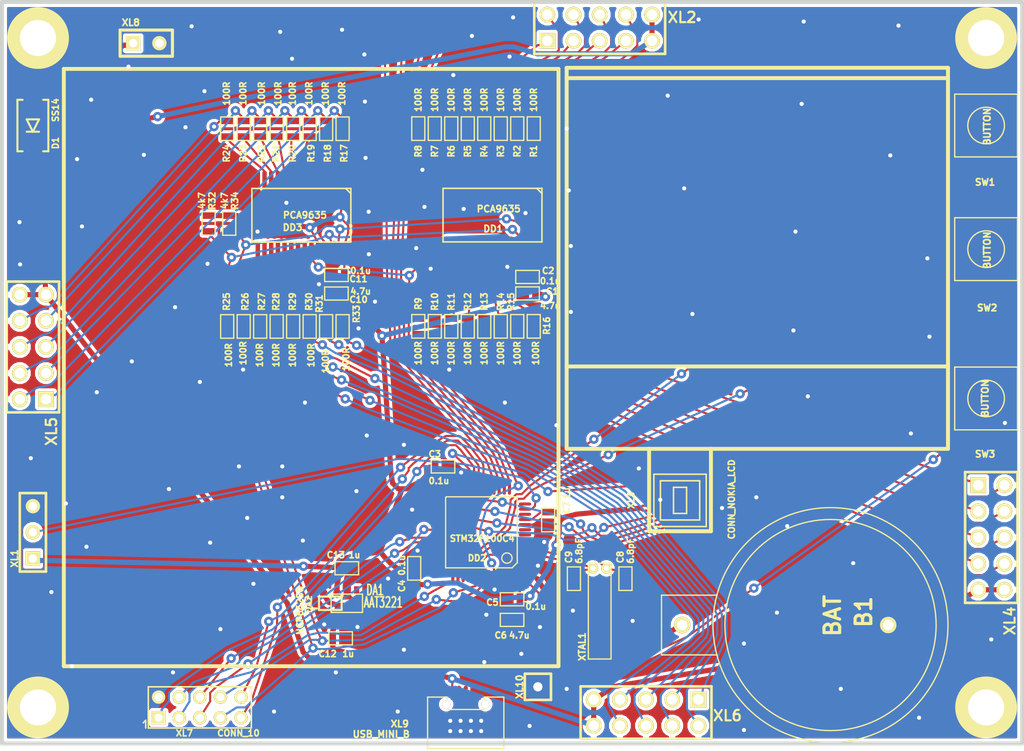
<source format=kicad_pcb>
(kicad_pcb (version 4) (host pcbnew "(2015-08-16 BZR 6097, Git b384c94)-product")
  (title_block (date "24 sep 2012"))
  (layers (0 Front signal) (31 Back signal) (34 B.Paste user) (35 F.Paste user) (36 B.SilkS user) (37 F.SilkS user) (38 B.Mask user) (39 F.Mask user) (44 Edge.Cuts user))
  (net 0 "")
  (net 1 +3.3V)
  (net 2 +5V)
  (net 3 /Btn1)
  (net 4 /Btn2)
  (net 5 /Btn3)
  (net 6 /FU0)
  (net 7 /FU1)
  (net 8 /FU2)
  (net 9 /FU3)
  (net 10 /I2C_SCL)
  (net 11 /I2C_SDA)
  (net 12 /LCD_BCKLT)
  (net 13 /LCD_SCLK)
  (net 14 /LCD_SDA)
  (net 15 /LCD_XCS)
  (net 16 /LCD_XRES)
  (net 17 /LED_OE)
  (net 18 /PB0)
  (net 19 /PB1)
  (net 20 /PB2)
  (net 21 /RX1)
  (net 22 /SWCLK)
  (net 23 /SWDIO)
  (net 24 /TX1)
  (net 25 GND)
  (net 26 N-000001)
  (net 27 N-000002)
  (net 28 N-000003)
  (net 29 N-000004)
  (net 30 N-000005)
  (net 31 N-000006)
  (net 32 N-000007)
  (net 33 N-000008)
  (net 34 N-000009)
  (net 35 N-000010)
  (net 36 N-000011)
  (net 37 N-000012)
  (net 38 N-000013)
  (net 39 N-000015)
  (net 40 N-000016)
  (net 41 N-000017)
  (net 42 N-000018)
  (net 43 N-000019)
  (net 44 N-000020)
  (net 45 N-000021)
  (net 46 N-000022)
  (net 47 N-000023)
  (net 48 N-000024)
  (net 49 N-000025)
  (net 50 N-000026)
  (net 51 N-000027)
  (net 52 N-000028)
  (net 53 N-000029)
  (net 54 N-000030)
  (net 55 N-000031)
  (net 56 N-000032)
  (net 57 N-000033)
  (net 58 N-000034)
  (net 59 N-000035)
  (net 60 N-000036)
  (net 61 N-000037)
  (net 62 N-000038)
  (net 63 N-000039)
  (net 64 N-000040)
  (net 65 N-000041)
  (net 66 N-000042)
  (net 67 N-000043)
  (net 68 N-000044)
  (net 69 N-000055)
  (net 70 N-000057)
  (net 71 N-000059)
  (net 72 N-000060)
  (net 73 N-000062)
  (net 74 N-000063)
  (net 75 N-000064)
  (net 76 N-000065)
  (net 77 N-000067)
  (net 78 N-000068)
  (net 79 N-000069)
  (net 80 N-000070)
  (net 81 N-000071)
  (net 82 N-000072)
  (net 83 N-000073)
  (net 84 N-000076)
  (net 85 N-000087)
  (net 86 N-000095)
  (net 87 N-000096)
  (net 88 N-000097)
  (net 89 N-000098)
  (net 90 N-000101)
  (net 91 N-000107)
  (net 92 N-000108)
  (net 93 N-000110)
  (net 94 N-000111)
  (module USB_KMMX_ABSMT5SG_30TR (layer Front) (at 152.00122 119.99976)
    (fp_text reference XL9 (at -6.4008 -2.4003) (layer F.SilkS) (effects (font (size 0.635 0.635) (thickness 0.16002))))
    (fp_text value USB_MINI_B (at -8.20166 -1.39954) (layer F.SilkS) (effects (font (size 0.635 0.635) (thickness 0.16002))))
    (pad SHLD smd rect (at -3.74904 -2.14884) (size 2.30124 1.89992) (layers Front F.Paste F.Mask) (net 25 GND))
    (pad SHLD smd rect (at 3.74904 -2.14884) (size 2.30124 1.89992) (layers Front F.Paste F.Mask) (net 25 GND))
    (pad 1 smd oval (at -1.30048 -5.40004) (size 0.39878 1.39954) (layers Front F.Paste F.Mask) (net 2 +5V))
    (pad 2 smd oval (at -0.65024 -5.1054) (size 0.39878 1.99898) (layers Front F.Paste F.Mask))
    (pad 3 smd oval (at 0 -5.1054) (size 0.39878 1.99898) (layers Front F.Paste F.Mask))
    (pad 4 smd oval (at 0.65024 -5.1054) (size 0.39878 1.99898) (layers Front F.Paste F.Mask) (net 25 GND))
    (pad 5 smd oval (at 1.30048 -5.40004) (size 0.39878 1.39954) (layers Front F.Paste F.Mask) (net 25 GND))
    (pad NC thru_hole circle (at 1.89992 -4.29768) (size 0.8001 0.8001) (drill 0.8001) (layers *.Cu))
    (pad NC thru_hole circle (at -1.89992 -4.29768) (size 0.8001 0.8001) (drill 0.8001) (layers *.Cu))
    (pad SHLD thru_hole rect (at -0.50038 -1.69926) (size 1.00076 1.00076) (drill 0.39878) (layers *.Cu F.Paste F.Mask) (net 25 GND))
    (pad SHLD thru_hole rect (at -1.50114 -2.70002) (size 1.00076 1.00076) (drill 0.39878) (layers *.Cu F.Paste F.Mask) (net 25 GND))
    (pad SHLD thru_hole rect (at 1.50114 -2.70002) (size 1.00076 1.00076) (drill 0.39878) (layers *.Cu F.Paste F.Mask) (net 25 GND))
    (pad SHLD thru_hole rect (at -0.50038 -2.70002) (size 1.00076 1.00076) (drill 0.39878) (layers *.Cu F.Paste F.Mask) (net 25 GND))
    (pad SHLD thru_hole rect (at -1.50114 -1.69926) (size 1.00076 1.00076) (drill 0.39878) (layers *.Cu F.Paste F.Mask) (net 25 GND))
    (pad SHLD thru_hole rect (at 0.50038 -1.69926) (size 1.00076 1.00076) (drill 0.39878) (layers *.Cu F.Paste F.Mask) (net 25 GND))
    (pad SHLD thru_hole rect (at 0.50038 -2.70002) (size 1.00076 1.00076) (drill 0.39878) (layers *.Cu F.Paste F.Mask) (net 25 GND))
    (pad SHLD thru_hole rect (at 1.50114 -1.69926) (size 1.00076 1.00076) (drill 0.39878) (layers *.Cu F.Paste F.Mask) (net 25 GND))
  )
  (module SSOP28 (layer Front) (at 136.0551 68.20916 180)
    (fp_text reference DD3 (at 0.85598 -1.19126 180) (layer F.SilkS) (effects (font (size 0.635 0.635) (thickness 0.14986))))
    (fp_text value PCA9635 (at -0.34544 0.01016 180) (layer F.SilkS) (effects (font (size 0.635 0.635) (thickness 0.14986))))
    (pad 1 smd rect (at -4.22402 3.429 180) (size 0.4318 1.80086) (layers Front F.Paste F.Mask) (net 1 +3.3V))
    (pad 2 smd oval (at -3.57378 3.429 180) (size 0.4318 1.80086) (layers Front F.Paste F.Mask) (net 1 +3.3V))
    (pad 3 smd oval (at -2.92608 3.429 180) (size 0.4318 1.80086) (layers Front F.Paste F.Mask) (net 25 GND))
    (pad 4 smd oval (at -2.27584 3.429 180) (size 0.4318 1.80086) (layers Front F.Paste F.Mask) (net 1 +3.3V))
    (pad 5 smd oval (at -1.6256 3.429 180) (size 0.4318 1.80086) (layers Front F.Paste F.Mask) (net 25 GND))
    (pad 6 smd oval (at -0.97536 3.429 180) (size 0.4318 1.80086) (layers Front F.Paste F.Mask) (net 55 N-000031))
    (pad 7 smd oval (at -0.32512 3.429 180) (size 0.4318 1.80086) (layers Front F.Paste F.Mask) (net 57 N-000033))
    (pad 8 smd oval (at 0.32512 3.429 180) (size 0.4318 1.80086) (layers Front F.Paste F.Mask) (net 59 N-000035))
    (pad 9 smd oval (at 0.97536 3.429 180) (size 0.4318 1.80086) (layers Front F.Paste F.Mask) (net 58 N-000034))
    (pad 10 smd oval (at 1.6256 3.429 180) (size 0.4318 1.80086) (layers Front F.Paste F.Mask) (net 64 N-000040))
    (pad 11 smd oval (at 2.27584 3.429 180) (size 0.4318 1.80086) (layers Front F.Paste F.Mask) (net 63 N-000039))
    (pad 12 smd oval (at 2.92608 3.429 180) (size 0.4318 1.80086) (layers Front F.Paste F.Mask) (net 60 N-000036))
    (pad 13 smd oval (at 3.57378 3.429 180) (size 0.4318 1.80086) (layers Front F.Paste F.Mask) (net 61 N-000037))
    (pad 14 smd oval (at 4.22402 3.429 180) (size 0.4318 1.80086) (layers Front F.Paste F.Mask) (net 25 GND))
    (pad 15 smd oval (at 4.22656 -3.429 180) (size 0.4318 1.80086) (layers Front F.Paste F.Mask) (net 49 N-000025))
    (pad 16 smd oval (at 3.57632 -3.429 180) (size 0.4318 1.80086) (layers Front F.Paste F.Mask) (net 47 N-000023))
    (pad 17 smd oval (at 2.92862 -3.429 180) (size 0.4318 1.80086) (layers Front F.Paste F.Mask) (net 43 N-000019))
    (pad 18 smd oval (at 2.27838 -3.429 180) (size 0.4318 1.80086) (layers Front F.Paste F.Mask) (net 45 N-000021))
    (pad 19 smd oval (at 1.62814 -3.429 180) (size 0.4318 1.80086) (layers Front F.Paste F.Mask) (net 65 N-000041))
    (pad 20 smd oval (at 0.9779 -3.429 180) (size 0.4318 1.80086) (layers Front F.Paste F.Mask) (net 67 N-000043))
    (pad 21 smd oval (at 0.32766 -3.429 180) (size 0.4318 1.80086) (layers Front F.Paste F.Mask) (net 41 N-000017))
    (pad 22 smd oval (at -0.32258 -3.429 180) (size 0.4318 1.80086) (layers Front F.Paste F.Mask) (net 39 N-000015))
    (pad 23 smd oval (at -0.97282 -3.429 180) (size 0.4318 1.80086) (layers Front F.Paste F.Mask) (net 17 /LED_OE))
    (pad 24 smd oval (at -1.62306 -3.429 180) (size 0.4318 1.80086) (layers Front F.Paste F.Mask) (net 1 +3.3V))
    (pad 25 smd oval (at -2.27584 -3.429 180) (size 0.4318 1.80086) (layers Front F.Paste F.Mask) (net 25 GND))
    (pad 26 smd oval (at -2.92608 -3.429 180) (size 0.4318 1.80086) (layers Front F.Paste F.Mask) (net 10 /I2C_SCL))
    (pad 27 smd oval (at -3.57378 -3.429 180) (size 0.4318 1.80086) (layers Front F.Paste F.Mask) (net 11 /I2C_SDA))
    (pad 28 smd oval (at -4.22402 -3.429 180) (size 0.4318 1.80086) (layers Front F.Paste F.Mask) (net 1 +3.3V))
  )
  (module SSOP28 (layer Front) (at 154.59964 68.199 180)
    (fp_text reference DD1 (at -0.0635 -1.3335 180) (layer F.SilkS) (effects (font (size 0.635 0.635) (thickness 0.14986))))
    (fp_text value PCA9635 (at -0.59944 0.59944 180) (layer F.SilkS) (effects (font (size 0.635 0.635) (thickness 0.14986))))
    (pad 1 smd rect (at -4.22402 3.429 180) (size 0.4318 1.80086) (layers Front F.Paste F.Mask) (net 25 GND))
    (pad 2 smd oval (at -3.57378 3.429 180) (size 0.4318 1.80086) (layers Front F.Paste F.Mask) (net 1 +3.3V))
    (pad 3 smd oval (at -2.92608 3.429 180) (size 0.4318 1.80086) (layers Front F.Paste F.Mask) (net 25 GND))
    (pad 4 smd oval (at -2.27584 3.429 180) (size 0.4318 1.80086) (layers Front F.Paste F.Mask) (net 1 +3.3V))
    (pad 5 smd oval (at -1.6256 3.429 180) (size 0.4318 1.80086) (layers Front F.Paste F.Mask) (net 1 +3.3V))
    (pad 6 smd oval (at -0.97536 3.429 180) (size 0.4318 1.80086) (layers Front F.Paste F.Mask) (net 74 N-000063))
    (pad 7 smd oval (at -0.32512 3.429 180) (size 0.4318 1.80086) (layers Front F.Paste F.Mask) (net 75 N-000064))
    (pad 8 smd oval (at 0.32512 3.429 180) (size 0.4318 1.80086) (layers Front F.Paste F.Mask) (net 76 N-000065))
    (pad 9 smd oval (at 0.97536 3.429 180) (size 0.4318 1.80086) (layers Front F.Paste F.Mask) (net 73 N-000062))
    (pad 10 smd oval (at 1.6256 3.429 180) (size 0.4318 1.80086) (layers Front F.Paste F.Mask) (net 77 N-000067))
    (pad 11 smd oval (at 2.27584 3.429 180) (size 0.4318 1.80086) (layers Front F.Paste F.Mask) (net 79 N-000069))
    (pad 12 smd oval (at 2.92608 3.429 180) (size 0.4318 1.80086) (layers Front F.Paste F.Mask) (net 81 N-000071))
    (pad 13 smd oval (at 3.57378 3.429 180) (size 0.4318 1.80086) (layers Front F.Paste F.Mask) (net 83 N-000073))
    (pad 14 smd oval (at 4.22402 3.429 180) (size 0.4318 1.80086) (layers Front F.Paste F.Mask) (net 25 GND))
    (pad 15 smd oval (at 4.22656 -3.429 180) (size 0.4318 1.80086) (layers Front F.Paste F.Mask) (net 84 N-000076))
    (pad 16 smd oval (at 3.57632 -3.429 180) (size 0.4318 1.80086) (layers Front F.Paste F.Mask) (net 69 N-000055))
    (pad 17 smd oval (at 2.92862 -3.429 180) (size 0.4318 1.80086) (layers Front F.Paste F.Mask) (net 70 N-000057))
    (pad 18 smd oval (at 2.27838 -3.429 180) (size 0.4318 1.80086) (layers Front F.Paste F.Mask) (net 71 N-000059))
    (pad 19 smd oval (at 1.62814 -3.429 180) (size 0.4318 1.80086) (layers Front F.Paste F.Mask) (net 72 N-000060))
    (pad 20 smd oval (at 0.9779 -3.429 180) (size 0.4318 1.80086) (layers Front F.Paste F.Mask) (net 78 N-000068))
    (pad 21 smd oval (at 0.32766 -3.429 180) (size 0.4318 1.80086) (layers Front F.Paste F.Mask) (net 80 N-000070))
    (pad 22 smd oval (at -0.32258 -3.429 180) (size 0.4318 1.80086) (layers Front F.Paste F.Mask) (net 82 N-000072))
    (pad 23 smd oval (at -0.97282 -3.429 180) (size 0.4318 1.80086) (layers Front F.Paste F.Mask) (net 17 /LED_OE))
    (pad 24 smd oval (at -1.62306 -3.429 180) (size 0.4318 1.80086) (layers Front F.Paste F.Mask) (net 25 GND))
    (pad 25 smd oval (at -2.27584 -3.429 180) (size 0.4318 1.80086) (layers Front F.Paste F.Mask) (net 25 GND))
    (pad 26 smd oval (at -2.92608 -3.429 180) (size 0.4318 1.80086) (layers Front F.Paste F.Mask) (net 10 /I2C_SCL))
    (pad 27 smd oval (at -3.57378 -3.429 180) (size 0.4318 1.80086) (layers Front F.Paste F.Mask) (net 11 /I2C_SDA))
    (pad 28 smd oval (at -4.22402 -3.429 180) (size 0.4318 1.80086) (layers Front F.Paste F.Mask) (net 1 +3.3V))
  )
  (module SOT23-5 (layer Front) (at 140.462 105.88752)
    (fp_text reference DA1 (at 2.73812 -1.28778) (layer F.SilkS) (effects (font (size 1.00076 0.59944) (thickness 0.14986))))
    (fp_text value AAT3221 (at 3.53822 -0.08636) (layer F.SilkS) (effects (font (size 1.00076 0.59944) (thickness 0.14986))))
    (pad 1 smd rect (at -0.9525 1.27) (size 0.508 0.762) (layers Front F.Paste F.Mask) (net 2 +5V))
    (pad 3 smd rect (at 0.9525 1.27) (size 0.508 0.762) (layers Front F.Paste F.Mask) (net 2 +5V))
    (pad 5 smd rect (at -0.9525 -1.27) (size 0.508 0.762) (layers Front F.Paste F.Mask) (net 1 +3.3V))
    (pad 2 smd rect (at 0 1.27) (size 0.508 0.762) (layers Front F.Paste F.Mask) (net 25 GND))
    (pad 4 smd rect (at 0.9525 -1.27) (size 0.508 0.762) (layers Front F.Paste F.Mask))
  )
  (module SOLDERFUSE (layer Front) (at 148.00072 50.50028 90)
    (fp_text reference FU2 hide)
    (fp_text value SOLDERFUSE hide)
    (pad 1 smd rect (at -0.39878 0 90) (size 0.59944 1.00076) (layers Front F.Paste F.Mask) (net 7 /FU1))
    (pad 2 smd rect (at 0.39878 0 90) (size 0.59944 1.00076) (layers Front F.Paste F.Mask) (net 25 GND))
  )
  (module SOLDERFUSE (layer Front) (at 149.9997 50.50028 90)
    (fp_text reference FU1 hide)
    (fp_text value SOLDERFUSE hide)
    (pad 1 smd rect (at -0.39878 0 90) (size 0.59944 1.00076) (layers Front F.Paste F.Mask) (net 6 /FU0))
    (pad 2 smd rect (at 0.39878 0 90) (size 0.59944 1.00076) (layers Front F.Paste F.Mask) (net 25 GND))
  )
  (module SOLDERFUSE (layer Front) (at 145.9992 50.50028 90)
    (fp_text reference FU3 hide)
    (fp_text value SOLDERFUSE hide)
    (pad 1 smd rect (at -0.39878 0 90) (size 0.59944 1.00076) (layers Front F.Paste F.Mask) (net 8 /FU2))
    (pad 2 smd rect (at 0.39878 0 90) (size 0.59944 1.00076) (layers Front F.Paste F.Mask) (net 25 GND))
  )
  (module SOLDERFUSE (layer Front) (at 144.00022 50.50028 90)
    (fp_text reference FU4 hide)
    (fp_text value SOLDERFUSE hide)
    (pad 1 smd rect (at -0.39878 0 90) (size 0.59944 1.00076) (layers Front F.Paste F.Mask) (net 9 /FU3))
    (pad 2 smd rect (at 0.39878 0 90) (size 0.59944 1.00076) (layers Front F.Paste F.Mask) (net 25 GND))
  )
  (module SIL-3 (layer Front) (at 109.99978 98.99904 90)
    (fp_text reference XL1 (at -2.54 -1.778 90) (layer F.SilkS) (effects (font (size 0.635 0.635) (thickness 0.16002))))
    (fp_text value CONN_3 hide)
    (pad 1 thru_hole rect (at -2.54 0 90) (size 1.397 1.397) (drill 0.8128) (layers *.Cu *.Mask F.SilkS) (net 1 +3.3V))
    (pad 2 thru_hole circle (at 0 0 90) (size 1.397 1.397) (drill 0.8128) (layers *.Cu *.Mask F.SilkS) (net 91 N-000107))
    (pad 3 thru_hole circle (at 2.54 0 90) (size 1.397 1.397) (drill 0.8128) (layers *.Cu *.Mask F.SilkS) (net 25 GND))
  )
  (module SIL-2 (layer Front) (at 121.00306 51.50104)
    (fp_text reference XL8 (at -1.50114 -1.99898) (layer F.SilkS) (effects (font (size 0.635 0.635) (thickness 0.16002))))
    (fp_text value CONN_2 hide)
    (pad 1 thru_hole rect (at -1.27 0) (size 1.397 1.397) (drill 0.8128) (layers *.Cu *.Mask F.SilkS) (net 92 N-000108))
    (pad 2 thru_hole circle (at 1.27 0) (size 1.397 1.397) (drill 0.8128) (layers *.Cu *.Mask F.SilkS) (net 25 GND))
  )
  (module SC82AB (layer Front) (at 138.8618 105.88752 90)
    (fp_text reference DA2 (at -0.09906 -2.10058 90) (layer F.SilkS) (effects (font (size 0.59944 0.59944) (thickness 0.14986))))
    (fp_text value NCP662SQ (at -0.70104 -2.94894 90) (layer F.SilkS) (effects (font (size 0.59944 0.59944) (thickness 0.14986))))
    (pad 1 smd rect (at -0.94996 -0.65024 90) (size 0.89916 0.70104) (layers Front F.Paste F.Mask) (net 25 GND))
    (pad 2 smd oval (at -0.94996 0.65024 90) (size 0.89916 0.70104) (layers Front F.Paste F.Mask) (net 2 +5V))
    (pad 3 smd oval (at 0.94996 0.65024 90) (size 0.89916 0.70104) (layers Front F.Paste F.Mask) (net 1 +3.3V))
    (pad 4 smd oval (at 0.94996 -0.65024 90) (size 0.89916 0.70104) (layers Front F.Paste F.Mask) (net 2 +5V))
  )
  (module RES_0603 (layer Front) (at 155.39974 78.99908 270)
    (fp_text reference R14 (at -2.4003 0 270) (layer F.SilkS) (effects (font (size 0.59944 0.59944) (thickness 0.14986))))
    (fp_text value 100R (at 2.60096 0 270) (layer F.SilkS) (effects (font (size 0.59944 0.59944) (thickness 0.14986))))
    (pad 1 smd rect (at -0.762 0 270) (size 0.635 1.143) (layers Front F.Paste F.Mask) (net 78 N-000068))
    (pad 2 smd rect (at 0.762 0 270) (size 0.635 1.143) (layers Front F.Paste F.Mask) (net 31 N-000006))
  )
  (module RES_0603 (layer Front) (at 158.60014 78.99908 270)
    (fp_text reference R16 (at -0.0635 -1.27 270) (layer F.SilkS) (effects (font (size 0.59944 0.59944) (thickness 0.14986))))
    (fp_text value 100R (at 2.60096 -0.20066 270) (layer F.SilkS) (effects (font (size 0.59944 0.59944) (thickness 0.14986))))
    (pad 1 smd rect (at -0.762 0 270) (size 0.635 1.143) (layers Front F.Paste F.Mask) (net 82 N-000072))
    (pad 2 smd rect (at 0.762 0 270) (size 0.635 1.143) (layers Front F.Paste F.Mask) (net 30 N-000005))
  )
  (module RES_0603 (layer Front) (at 156.99994 78.99908 270)
    (fp_text reference R15 (at -2.4003 0.59944 270) (layer F.SilkS) (effects (font (size 0.59944 0.59944) (thickness 0.14986))))
    (fp_text value 100R (at 2.60096 0 270) (layer F.SilkS) (effects (font (size 0.59944 0.59944) (thickness 0.14986))))
    (pad 1 smd rect (at -0.762 0 270) (size 0.635 1.143) (layers Front F.Paste F.Mask) (net 80 N-000070))
    (pad 2 smd rect (at 0.762 0 270) (size 0.635 1.143) (layers Front F.Paste F.Mask) (net 29 N-000004))
  )
  (module RES_0603 (layer Front) (at 148.99894 59.79922 90)
    (fp_text reference R7 (at -2.19964 0 90) (layer F.SilkS) (effects (font (size 0.59944 0.59944) (thickness 0.14986))))
    (fp_text value 100R (at 2.79908 0 90) (layer F.SilkS) (effects (font (size 0.59944 0.59944) (thickness 0.14986))))
    (pad 1 smd rect (at -0.762 0 90) (size 0.635 1.143) (layers Front F.Paste F.Mask) (net 81 N-000071))
    (pad 2 smd rect (at 0.762 0 90) (size 0.635 1.143) (layers Front F.Paste F.Mask) (net 28 N-000003))
  )
  (module RES_0603 (layer Front) (at 153.79954 78.99908 270)
    (fp_text reference R13 (at -2.4003 0 270) (layer F.SilkS) (effects (font (size 0.59944 0.59944) (thickness 0.14986))))
    (fp_text value 100R (at 2.60096 0 270) (layer F.SilkS) (effects (font (size 0.59944 0.59944) (thickness 0.14986))))
    (pad 1 smd rect (at -0.762 0 270) (size 0.635 1.143) (layers Front F.Paste F.Mask) (net 72 N-000060))
    (pad 2 smd rect (at 0.762 0 270) (size 0.635 1.143) (layers Front F.Paste F.Mask) (net 86 N-000095))
  )
  (module RES_0603 (layer Front) (at 152.19934 78.99908 270)
    (fp_text reference R12 (at -2.4003 0 270) (layer F.SilkS) (effects (font (size 0.59944 0.59944) (thickness 0.14986))))
    (fp_text value 100R (at 2.60096 0 270) (layer F.SilkS) (effects (font (size 0.59944 0.59944) (thickness 0.14986))))
    (pad 1 smd rect (at -0.762 0 270) (size 0.635 1.143) (layers Front F.Paste F.Mask) (net 71 N-000059))
    (pad 2 smd rect (at 0.762 0 270) (size 0.635 1.143) (layers Front F.Paste F.Mask) (net 90 N-000101))
  )
  (module RES_0603 (layer Front) (at 150.59914 78.99908 270)
    (fp_text reference R11 (at -2.4003 0 270) (layer F.SilkS) (effects (font (size 0.59944 0.59944) (thickness 0.14986))))
    (fp_text value 100R (at 2.60096 0 270) (layer F.SilkS) (effects (font (size 0.59944 0.59944) (thickness 0.14986))))
    (pad 1 smd rect (at -0.762 0 270) (size 0.635 1.143) (layers Front F.Paste F.Mask) (net 70 N-000057))
    (pad 2 smd rect (at 0.762 0 270) (size 0.635 1.143) (layers Front F.Paste F.Mask) (net 33 N-000008))
  )
  (module RES_0603 (layer Front) (at 148.99894 78.99908 270)
    (fp_text reference R10 (at -2.4003 0 270) (layer F.SilkS) (effects (font (size 0.59944 0.59944) (thickness 0.14986))))
    (fp_text value 100R (at 2.60096 0 270) (layer F.SilkS) (effects (font (size 0.59944 0.59944) (thickness 0.14986))))
    (pad 1 smd rect (at -0.762 0 270) (size 0.635 1.143) (layers Front F.Paste F.Mask) (net 69 N-000055))
    (pad 2 smd rect (at 0.762 0 270) (size 0.635 1.143) (layers Front F.Paste F.Mask) (net 34 N-000009))
  )
  (module RES_0603 (layer Front) (at 147.39874 78.99908 270)
    (fp_text reference R9 (at -2.19964 0 270) (layer F.SilkS) (effects (font (size 0.59944 0.59944) (thickness 0.14986))))
    (fp_text value 100R (at 2.60096 0 270) (layer F.SilkS) (effects (font (size 0.59944 0.59944) (thickness 0.14986))))
    (pad 1 smd rect (at -0.762 0 270) (size 0.635 1.143) (layers Front F.Paste F.Mask) (net 84 N-000076))
    (pad 2 smd rect (at 0.762 0 270) (size 0.635 1.143) (layers Front F.Paste F.Mask) (net 88 N-000097))
  )
  (module RES_0603 (layer Front) (at 147.39874 59.79922 90)
    (fp_text reference R8 (at -2.19964 0 90) (layer F.SilkS) (effects (font (size 0.59944 0.59944) (thickness 0.14986))))
    (fp_text value 100R (at 2.79908 0 90) (layer F.SilkS) (effects (font (size 0.59944 0.59944) (thickness 0.14986))))
    (pad 1 smd rect (at -0.762 0 90) (size 0.635 1.143) (layers Front F.Paste F.Mask) (net 83 N-000073))
    (pad 2 smd rect (at 0.762 0 90) (size 0.635 1.143) (layers Front F.Paste F.Mask) (net 35 N-000010))
  )
  (module RES_0603 (layer Front) (at 158.60014 59.79922 90)
    (fp_text reference R1 (at -2.19964 0 90) (layer F.SilkS) (effects (font (size 0.59944 0.59944) (thickness 0.14986))))
    (fp_text value 100R (at 2.79908 0 90) (layer F.SilkS) (effects (font (size 0.59944 0.59944) (thickness 0.14986))))
    (pad 1 smd rect (at -0.762 0 90) (size 0.635 1.143) (layers Front F.Paste F.Mask) (net 74 N-000063))
    (pad 2 smd rect (at 0.762 0 90) (size 0.635 1.143) (layers Front F.Paste F.Mask) (net 27 N-000002))
  )
  (module RES_0603 (layer Front) (at 140.05306 59.80938 90)
    (fp_text reference R17 (at -2.39014 0.14732 90) (layer F.SilkS) (effects (font (size 0.59944 0.59944) (thickness 0.14986))))
    (fp_text value 100R (at 3.40868 -0.05334 90) (layer F.SilkS) (effects (font (size 0.59944 0.59944) (thickness 0.14986))))
    (pad 1 smd rect (at -0.762 0 90) (size 0.635 1.143) (layers Front F.Paste F.Mask) (net 55 N-000031))
    (pad 2 smd rect (at 0.762 0 90) (size 0.635 1.143) (layers Front F.Paste F.Mask) (net 56 N-000032))
  )
  (module RES_0603 (layer Front) (at 138.45286 59.80938 90)
    (fp_text reference R18 (at -2.39014 0.14732 90) (layer F.SilkS) (effects (font (size 0.59944 0.59944) (thickness 0.14986))))
    (fp_text value 100R (at 3.40868 -0.05334 90) (layer F.SilkS) (effects (font (size 0.59944 0.59944) (thickness 0.14986))))
    (pad 1 smd rect (at -0.762 0 90) (size 0.635 1.143) (layers Front F.Paste F.Mask) (net 57 N-000033))
    (pad 2 smd rect (at 0.762 0 90) (size 0.635 1.143) (layers Front F.Paste F.Mask) (net 51 N-000027))
  )
  (module RES_0603 (layer Front) (at 136.8552 59.80938 90)
    (fp_text reference R19 (at -2.39014 0.14478 90) (layer F.SilkS) (effects (font (size 0.59944 0.59944) (thickness 0.14986))))
    (fp_text value 100R (at 3.40868 -0.05588 90) (layer F.SilkS) (effects (font (size 0.59944 0.59944) (thickness 0.14986))))
    (pad 1 smd rect (at -0.762 0 90) (size 0.635 1.143) (layers Front F.Paste F.Mask) (net 59 N-000035))
    (pad 2 smd rect (at 0.762 0 90) (size 0.635 1.143) (layers Front F.Paste F.Mask) (net 52 N-000028))
  )
  (module RES_0603 (layer Front) (at 135.255 59.80938 90)
    (fp_text reference R20 (at -2.39014 -0.05588 90) (layer F.SilkS) (effects (font (size 0.59944 0.59944) (thickness 0.14986))))
    (fp_text value 100R (at 3.40868 -0.05588 90) (layer F.SilkS) (effects (font (size 0.59944 0.59944) (thickness 0.14986))))
    (pad 1 smd rect (at -0.762 0 90) (size 0.635 1.143) (layers Front F.Paste F.Mask) (net 58 N-000034))
    (pad 2 smd rect (at 0.762 0 90) (size 0.635 1.143) (layers Front F.Paste F.Mask) (net 53 N-000029))
  )
  (module RES_0603 (layer Front) (at 133.6548 59.80938 90)
    (fp_text reference R21 (at -2.39014 -0.05588 90) (layer F.SilkS) (effects (font (size 0.59944 0.59944) (thickness 0.14986))))
    (fp_text value 100R (at 3.40868 0.14478 90) (layer F.SilkS) (effects (font (size 0.59944 0.59944) (thickness 0.14986))))
    (pad 1 smd rect (at -0.762 0 90) (size 0.635 1.143) (layers Front F.Paste F.Mask) (net 64 N-000040))
    (pad 2 smd rect (at 0.762 0 90) (size 0.635 1.143) (layers Front F.Paste F.Mask) (net 94 N-000111))
  )
  (module RES_0603 (layer Front) (at 132.0546 59.80938 90)
    (fp_text reference R22 (at -2.39014 0.14478 90) (layer F.SilkS) (effects (font (size 0.59944 0.59944) (thickness 0.14986))))
    (fp_text value 100R (at 3.40868 0.14478 90) (layer F.SilkS) (effects (font (size 0.59944 0.59944) (thickness 0.14986))))
    (pad 1 smd rect (at -0.762 0 90) (size 0.635 1.143) (layers Front F.Paste F.Mask) (net 63 N-000039))
    (pad 2 smd rect (at 0.762 0 90) (size 0.635 1.143) (layers Front F.Paste F.Mask) (net 54 N-000030))
  )
  (module RES_0603 (layer Front) (at 130.4544 59.80938 90)
    (fp_text reference R23 (at -2.39014 -0.05334 90) (layer F.SilkS) (effects (font (size 0.59944 0.59944) (thickness 0.14986))))
    (fp_text value 100R (at 3.40868 -0.05334 90) (layer F.SilkS) (effects (font (size 0.59944 0.59944) (thickness 0.14986))))
    (pad 1 smd rect (at -0.762 0 90) (size 0.635 1.143) (layers Front F.Paste F.Mask) (net 60 N-000036))
    (pad 2 smd rect (at 0.762 0 90) (size 0.635 1.143) (layers Front F.Paste F.Mask) (net 93 N-000110))
  )
  (module RES_0603 (layer Front) (at 128.8542 59.80938 90)
    (fp_text reference R24 (at -2.39014 -0.05334 90) (layer F.SilkS) (effects (font (size 0.59944 0.59944) (thickness 0.14986))))
    (fp_text value 100R (at 3.40868 -0.05334 90) (layer F.SilkS) (effects (font (size 0.59944 0.59944) (thickness 0.14986))))
    (pad 1 smd rect (at -0.762 0 90) (size 0.635 1.143) (layers Front F.Paste F.Mask) (net 61 N-000037))
    (pad 2 smd rect (at 0.762 0 90) (size 0.635 1.143) (layers Front F.Paste F.Mask) (net 62 N-000038))
  )
  (module RES_0603 (layer Front) (at 128.8542 79.00924 270)
    (fp_text reference R25 (at -2.41046 0.05334 270) (layer F.SilkS) (effects (font (size 0.59944 0.59944) (thickness 0.14986))))
    (fp_text value 100R (at 2.79146 -0.14478 270) (layer F.SilkS) (effects (font (size 0.59944 0.59944) (thickness 0.14986))))
    (pad 1 smd rect (at -0.762 0 270) (size 0.635 1.143) (layers Front F.Paste F.Mask) (net 49 N-000025))
    (pad 2 smd rect (at 0.762 0 270) (size 0.635 1.143) (layers Front F.Paste F.Mask) (net 87 N-000096))
  )
  (module RES_0603 (layer Front) (at 130.4544 79.00924 270)
    (fp_text reference R26 (at -2.41046 -0.14478 270) (layer F.SilkS) (effects (font (size 0.59944 0.59944) (thickness 0.14986))))
    (fp_text value 100R (at 2.5908 0.05334 270) (layer F.SilkS) (effects (font (size 0.59944 0.59944) (thickness 0.14986))))
    (pad 1 smd rect (at -0.762 0 270) (size 0.635 1.143) (layers Front F.Paste F.Mask) (net 47 N-000023))
    (pad 2 smd rect (at 0.762 0 270) (size 0.635 1.143) (layers Front F.Paste F.Mask) (net 48 N-000024))
  )
  (module RES_0603 (layer Front) (at 132.0546 79.00924 270)
    (fp_text reference R27 (at -2.41046 -0.14478 270) (layer F.SilkS) (effects (font (size 0.59944 0.59944) (thickness 0.14986))))
    (fp_text value 100R (at 2.79146 0.05334 270) (layer F.SilkS) (effects (font (size 0.59944 0.59944) (thickness 0.14986))))
    (pad 1 smd rect (at -0.762 0 270) (size 0.635 1.143) (layers Front F.Paste F.Mask) (net 43 N-000019))
    (pad 2 smd rect (at 0.762 0 270) (size 0.635 1.143) (layers Front F.Paste F.Mask) (net 44 N-000020))
  )
  (module RES_0603 (layer Front) (at 133.6548 79.00924 270)
    (fp_text reference R28 (at -2.41046 0.05588 270) (layer F.SilkS) (effects (font (size 0.59944 0.59944) (thickness 0.14986))))
    (fp_text value 100R (at 2.79146 0.05588 270) (layer F.SilkS) (effects (font (size 0.59944 0.59944) (thickness 0.14986))))
    (pad 1 smd rect (at -0.762 0 270) (size 0.635 1.143) (layers Front F.Paste F.Mask) (net 45 N-000021))
    (pad 2 smd rect (at 0.762 0 270) (size 0.635 1.143) (layers Front F.Paste F.Mask) (net 46 N-000022))
  )
  (module RES_0603 (layer Front) (at 152.19934 59.79922 90)
    (fp_text reference R5 (at -2.19964 0 90) (layer F.SilkS) (effects (font (size 0.59944 0.59944) (thickness 0.14986))))
    (fp_text value 100R (at 2.79908 0 90) (layer F.SilkS) (effects (font (size 0.59944 0.59944) (thickness 0.14986))))
    (pad 1 smd rect (at -0.762 0 90) (size 0.635 1.143) (layers Front F.Paste F.Mask) (net 77 N-000067))
    (pad 2 smd rect (at 0.762 0 90) (size 0.635 1.143) (layers Front F.Paste F.Mask) (net 32 N-000007))
  )
  (module RES_0603 (layer Front) (at 153.79954 59.79922 90)
    (fp_text reference R4 (at -2.19964 0 90) (layer F.SilkS) (effects (font (size 0.59944 0.59944) (thickness 0.14986))))
    (fp_text value 100R (at 2.79908 0 90) (layer F.SilkS) (effects (font (size 0.59944 0.59944) (thickness 0.14986))))
    (pad 1 smd rect (at -0.762 0 90) (size 0.635 1.143) (layers Front F.Paste F.Mask) (net 73 N-000062))
    (pad 2 smd rect (at 0.762 0 90) (size 0.635 1.143) (layers Front F.Paste F.Mask) (net 37 N-000012))
  )
  (module RES_0603 (layer Front) (at 155.39974 59.79922 90)
    (fp_text reference R3 (at -2.19964 0 90) (layer F.SilkS) (effects (font (size 0.59944 0.59944) (thickness 0.14986))))
    (fp_text value 100R (at 2.79908 0 90) (layer F.SilkS) (effects (font (size 0.59944 0.59944) (thickness 0.14986))))
    (pad 1 smd rect (at -0.762 0 90) (size 0.635 1.143) (layers Front F.Paste F.Mask) (net 76 N-000065))
    (pad 2 smd rect (at 0.762 0 90) (size 0.635 1.143) (layers Front F.Paste F.Mask) (net 36 N-000011))
  )
  (module RES_0603 (layer Front) (at 156.99994 59.79922 90)
    (fp_text reference R2 (at -2.19964 0 90) (layer F.SilkS) (effects (font (size 0.59944 0.59944) (thickness 0.14986))))
    (fp_text value 100R (at 2.79908 0 90) (layer F.SilkS) (effects (font (size 0.59944 0.59944) (thickness 0.14986))))
    (pad 1 smd rect (at -0.762 0 90) (size 0.635 1.143) (layers Front F.Paste F.Mask) (net 75 N-000064))
    (pad 2 smd rect (at 0.762 0 90) (size 0.635 1.143) (layers Front F.Paste F.Mask) (net 38 N-000013))
  )
  (module RES_0603 (layer Front) (at 129.05486 69.00926 270)
    (fp_text reference R34 (at -2.2098 -0.5461 270) (layer F.SilkS) (effects (font (size 0.59944 0.59944) (thickness 0.14986))))
    (fp_text value 4k7 (at -2.2098 0.45466 270) (layer F.SilkS) (effects (font (size 0.59944 0.59944) (thickness 0.14986))))
    (pad 1 smd rect (at -0.762 0 270) (size 0.635 1.143) (layers Front F.Paste F.Mask) (net 1 +3.3V))
    (pad 2 smd rect (at 0.762 0 270) (size 0.635 1.143) (layers Front F.Paste F.Mask) (net 11 /I2C_SDA))
  )
  (module RES_0603 (layer Front) (at 140.05306 79.00924 270)
    (fp_text reference R33 (at -1.20904 -1.3462 270) (layer F.SilkS) (effects (font (size 0.59944 0.59944) (thickness 0.14986))))
    (fp_text value 100R (at 3.19024 -0.34798 270) (layer F.SilkS) (effects (font (size 0.59944 0.59944) (thickness 0.14986))))
    (pad 1 smd rect (at -0.762 0 270) (size 0.635 1.143) (layers Front F.Paste F.Mask) (net 39 N-000015))
    (pad 2 smd rect (at 0.762 0 270) (size 0.635 1.143) (layers Front F.Paste F.Mask) (net 40 N-000016))
  )
  (module RES_0603 (layer Front) (at 127.05334 69.00926 270)
    (fp_text reference R32 (at -2.2098 -0.34544 270) (layer F.SilkS) (effects (font (size 0.59944 0.59944) (thickness 0.14986))))
    (fp_text value 4k7 (at -2.2098 0.65278 270) (layer F.SilkS) (effects (font (size 0.59944 0.59944) (thickness 0.14986))))
    (pad 1 smd rect (at -0.762 0 270) (size 0.635 1.143) (layers Front F.Paste F.Mask) (net 1 +3.3V))
    (pad 2 smd rect (at 0.762 0 270) (size 0.635 1.143) (layers Front F.Paste F.Mask) (net 10 /I2C_SCL))
  )
  (module RES_0603 (layer Front) (at 138.45286 79.00924 270)
    (fp_text reference R31 (at -2.2098 0.65278 270) (layer F.SilkS) (effects (font (size 0.59944 0.59944) (thickness 0.14986))))
    (fp_text value 100R (at 3.3909 0.05334 270) (layer F.SilkS) (effects (font (size 0.59944 0.59944) (thickness 0.14986))))
    (pad 1 smd rect (at -0.762 0 270) (size 0.635 1.143) (layers Front F.Paste F.Mask) (net 41 N-000017))
    (pad 2 smd rect (at 0.762 0 270) (size 0.635 1.143) (layers Front F.Paste F.Mask) (net 42 N-000018))
  )
  (module RES_0603 (layer Front) (at 136.8552 79.00924 270)
    (fp_text reference R30 (at -2.41046 0.05588 270) (layer F.SilkS) (effects (font (size 0.59944 0.59944) (thickness 0.14986))))
    (fp_text value 100R (at 2.79146 -0.14478 270) (layer F.SilkS) (effects (font (size 0.59944 0.59944) (thickness 0.14986))))
    (pad 1 smd rect (at -0.762 0 270) (size 0.635 1.143) (layers Front F.Paste F.Mask) (net 67 N-000043))
    (pad 2 smd rect (at 0.762 0 270) (size 0.635 1.143) (layers Front F.Paste F.Mask) (net 50 N-000026))
  )
  (module RES_0603 (layer Front) (at 150.59914 59.79922 90)
    (fp_text reference R6 (at -2.19964 0 90) (layer F.SilkS) (effects (font (size 0.59944 0.59944) (thickness 0.14986))))
    (fp_text value 100R (at 2.79908 0 90) (layer F.SilkS) (effects (font (size 0.59944 0.59944) (thickness 0.14986))))
    (pad 1 smd rect (at -0.762 0 90) (size 0.635 1.143) (layers Front F.Paste F.Mask) (net 79 N-000069))
    (pad 2 smd rect (at 0.762 0 90) (size 0.635 1.143) (layers Front F.Paste F.Mask) (net 26 N-000001))
  )
  (module RES_0603 (layer Front) (at 135.255 79.00924 270)
    (fp_text reference R29 (at -2.41046 0.05588 270) (layer F.SilkS) (effects (font (size 0.59944 0.59944) (thickness 0.14986))))
    (fp_text value 100R (at 2.79146 0.05588 270) (layer F.SilkS) (effects (font (size 0.59944 0.59944) (thickness 0.14986))))
    (pad 1 smd rect (at -0.762 0 270) (size 0.635 1.143) (layers Front F.Paste F.Mask) (net 65 N-000041))
    (pad 2 smd rect (at 0.762 0 270) (size 0.635 1.143) (layers Front F.Paste F.Mask) (net 66 N-000042))
  )
  (module LQFP48 (layer Front) (at 153.49982 98.99904 180)
    (fp_text reference DD2 (at 0.39878 -2.49936 180) (layer F.SilkS) (effects (font (size 0.59944 0.59944) (thickness 0.14986))))
    (fp_text value STM32F100C4 (at -0.09906 -0.60198 180) (layer F.SilkS) (effects (font (size 0.59944 0.59944) (thickness 0.14986))))
    (pad 1 smd rect (at -4.24942 -2.75082 180) (size 1.19888 0.29972) (layers Front F.Paste F.Mask) (net 85 N-000087))
    (pad 2 smd oval (at -4.24942 -2.25298 180) (size 1.19888 0.29972) (layers Front F.Paste F.Mask))
    (pad 3 smd oval (at -4.24942 -1.7526 180) (size 1.19888 0.29972) (layers Front F.Paste F.Mask) (net 89 N-000098))
    (pad 4 smd oval (at -4.24942 -1.25222 180) (size 1.19888 0.29972) (layers Front F.Paste F.Mask) (net 68 N-000044))
    (pad 5 smd oval (at -4.24942 -0.75184 180) (size 1.19888 0.29972) (layers Front F.Paste F.Mask))
    (pad 6 smd oval (at -4.24942 -0.25146 180) (size 1.19888 0.29972) (layers Front F.Paste F.Mask))
    (pad 7 smd oval (at -4.24942 0.24892 180) (size 1.19888 0.29972) (layers Front F.Paste F.Mask))
    (pad 8 smd oval (at -4.24942 0.7493 180) (size 1.19888 0.29972) (layers Front F.Paste F.Mask) (net 25 GND))
    (pad 9 smd oval (at -4.24942 1.24714 180) (size 1.19888 0.29972) (layers Front F.Paste F.Mask) (net 1 +3.3V))
    (pad 10 smd oval (at -4.24942 1.74752 180) (size 1.19888 0.29972) (layers Front F.Paste F.Mask))
    (pad 11 smd oval (at -4.24942 2.2479 180) (size 1.19888 0.29972) (layers Front F.Paste F.Mask) (net 91 N-000107))
    (pad 12 smd oval (at -4.25196 2.74828 180) (size 1.19888 0.29972) (layers Front F.Paste F.Mask))
    (pad 13 smd oval (at -2.74574 4.24942 270) (size 1.19888 0.29972) (layers Front F.Paste F.Mask) (net 6 /FU0))
    (pad 14 smd oval (at -2.2479 4.24942 270) (size 1.19888 0.29972) (layers Front F.Paste F.Mask) (net 7 /FU1))
    (pad 15 smd oval (at -1.74752 4.24942 270) (size 1.19888 0.29972) (layers Front F.Paste F.Mask) (net 8 /FU2))
    (pad 16 smd oval (at -1.24714 4.24942 270) (size 1.19888 0.29972) (layers Front F.Paste F.Mask) (net 9 /FU3))
    (pad 17 smd oval (at -0.74676 4.24942 270) (size 1.19888 0.29972) (layers Front F.Paste F.Mask))
    (pad 18 smd oval (at -0.24638 4.24942 270) (size 1.19888 0.29972) (layers Front F.Paste F.Mask) (net 18 /PB0))
    (pad 19 smd oval (at 0.254 4.24942 270) (size 1.19888 0.29972) (layers Front F.Paste F.Mask) (net 19 /PB1))
    (pad 20 smd oval (at 0.75184 4.24942 270) (size 1.19888 0.29972) (layers Front F.Paste F.Mask) (net 20 /PB2))
    (pad 21 smd oval (at 1.25222 4.24942 270) (size 1.19888 0.29972) (layers Front F.Paste F.Mask) (net 14 /LCD_SDA))
    (pad 22 smd oval (at 1.7526 4.24942 270) (size 1.19888 0.29972) (layers Front F.Paste F.Mask) (net 16 /LCD_XRES))
    (pad 23 smd oval (at 2.25044 4.24942 270) (size 1.19888 0.29972) (layers Front F.Paste F.Mask) (net 25 GND))
    (pad 24 smd oval (at 2.75082 4.24942 270) (size 1.19888 0.29972) (layers Front F.Paste F.Mask) (net 1 +3.3V))
    (pad 25 smd oval (at 4.25196 2.75082 180) (size 1.19888 0.29972) (layers Front F.Paste F.Mask) (net 13 /LCD_SCLK))
    (pad 26 smd oval (at 4.25196 2.25044 180) (size 1.19888 0.29972) (layers Front F.Paste F.Mask))
    (pad 27 smd oval (at 4.25196 1.75006 180) (size 1.19888 0.29972) (layers Front F.Paste F.Mask) (net 15 /LCD_XCS))
    (pad 28 smd oval (at 4.25196 1.24968 180) (size 1.19888 0.29972) (layers Front F.Paste F.Mask) (net 12 /LCD_BCKLT))
    (pad 29 smd oval (at 4.25196 0.7493 180) (size 1.19888 0.29972) (layers Front F.Paste F.Mask))
    (pad 30 smd oval (at 4.25196 0.24892 180) (size 1.19888 0.29972) (layers Front F.Paste F.Mask) (net 24 /TX1))
    (pad 31 smd oval (at 4.25196 -0.25146 180) (size 1.19888 0.29972) (layers Front F.Paste F.Mask) (net 21 /RX1))
    (pad 32 smd oval (at 4.25196 -0.7493 180) (size 1.19888 0.29972) (layers Front F.Paste F.Mask))
    (pad 33 smd oval (at 4.25196 -1.24968 180) (size 1.19888 0.29972) (layers Front F.Paste F.Mask))
    (pad 34 smd oval (at 4.25196 -1.75006 180) (size 1.19888 0.29972) (layers Front F.Paste F.Mask) (net 23 /SWDIO))
    (pad 35 smd oval (at 4.25196 -2.25044 180) (size 1.19888 0.29972) (layers Front F.Paste F.Mask) (net 25 GND))
    (pad 36 smd oval (at 4.25196 -2.75082 180) (size 1.19888 0.29972) (layers Front F.Paste F.Mask) (net 1 +3.3V))
    (pad 37 smd oval (at 2.75082 -4.24942 270) (size 1.19888 0.29972) (layers Front F.Paste F.Mask) (net 22 /SWCLK))
    (pad 38 smd oval (at 2.25044 -4.24942 270) (size 1.19888 0.29972) (layers Front F.Paste F.Mask))
    (pad 39 smd oval (at 1.75006 -4.24942 270) (size 1.19888 0.29972) (layers Front F.Paste F.Mask) (net 3 /Btn1))
    (pad 40 smd oval (at 1.24968 -4.24942 270) (size 1.19888 0.29972) (layers Front F.Paste F.Mask) (net 4 /Btn2))
    (pad 41 smd oval (at 0.7493 -4.24942 270) (size 1.19888 0.29972) (layers Front F.Paste F.Mask) (net 5 /Btn3))
    (pad 42 smd oval (at 0.24892 -4.24942 270) (size 1.19888 0.29972) (layers Front F.Paste F.Mask) (net 10 /I2C_SCL))
    (pad 43 smd oval (at -0.24892 -4.24942 270) (size 1.19888 0.29972) (layers Front F.Paste F.Mask) (net 11 /I2C_SDA))
    (pad 44 smd oval (at -0.7493 -4.24942 270) (size 1.19888 0.29972) (layers Front F.Paste F.Mask) (net 25 GND))
    (pad 45 smd oval (at -1.24968 -4.24942 270) (size 1.19888 0.29972) (layers Front F.Paste F.Mask) (net 17 /LED_OE))
    (pad 46 smd oval (at -1.75006 -4.24942 270) (size 1.19888 0.29972) (layers Front F.Paste F.Mask))
    (pad 47 smd oval (at -2.25044 -4.24942 270) (size 1.19888 0.29972) (layers Front F.Paste F.Mask) (net 25 GND))
    (pad 48 smd oval (at -2.75082 -4.24942 270) (size 1.19888 0.29972) (layers Front F.Paste F.Mask) (net 1 +3.3V))
  )
  (module Hole3_5_out6mm (layer Front) (at 110.50016 51.00066)
    (fp_text reference HOLE2 hide)
    (fp_text value HOLE_METALLED (at -0.09906 -3.2004) (layer F.SilkS) (effects (font (size 0.127 0.127) (thickness 0.00254))))
    (pad Hle thru_hole circle (at 0 0) (size 5.99948 5.99948) (drill 3.50012) (layers *.Cu *.Mask F.SilkS) (net 25 GND))
  )
  (module Hole3_5_out6mm (layer Front) (at 110.50016 115.99926)
    (fp_text reference HOLE1 hide)
    (fp_text value HOLE_METALLED (at -0.09906 -3.2004) (layer F.SilkS) (effects (font (size 0.127 0.127) (thickness 0.00254))))
    (pad Hle thru_hole circle (at 0 0) (size 5.99948 5.99948) (drill 3.50012) (layers *.Cu *.Mask F.SilkS) (net 25 GND))
  )
  (module Hole3_5_out6mm (layer Front) (at 202.49896 51.00066)
    (fp_text reference HOLE3 hide)
    (fp_text value HOLE_METALLED (at -0.09906 -3.2004) (layer F.SilkS) (effects (font (size 0.127 0.127) (thickness 0.00254))))
    (pad Hle thru_hole circle (at 0 0) (size 5.99948 5.99948) (drill 3.50012) (layers *.Cu *.Mask F.SilkS) (net 25 GND))
  )
  (module Hole3_5_out6mm (layer Front) (at 202.49896 115.99926)
    (fp_text reference HOLE4 hide)
    (fp_text value HOLE_METALLED (at -0.09906 -3.2004) (layer F.SilkS) (effects (font (size 0.127 0.127) (thickness 0.00254))))
    (pad Hle thru_hole circle (at 0 0) (size 5.99948 5.99948) (drill 3.50012) (layers *.Cu *.Mask F.SilkS) (net 25 GND))
  )
  (module DIODE_SMA_DO214AC (layer Front) (at 109.99978 59.4995 90)
    (fp_text reference D1 (at -1.69926 2.19964 90) (layer F.SilkS) (effects (font (size 0.59944 0.59944) (thickness 0.14986))))
    (fp_text value SS14 (at 1.4986 2.19964 90) (layer F.SilkS) (effects (font (size 0.59944 0.59944) (thickness 0.14986))))
    (pad C smd rect (at -1.905 0 90) (size 1.99898 1.80086) (layers Front F.Paste F.Mask) (net 2 +5V))
    (pad A smd rect (at 1.905 0 90) (size 1.99898 1.80086) (layers Front F.Paste F.Mask) (net 92 N-000108))
  )
  (module DIL2x5 (layer Front) (at 165.00094 49.9999)
    (fp_text reference XL2 (at 7.99846 -1.00076) (layer F.SilkS) (effects (font (size 1.016 1.016) (thickness 0.2032))))
    (fp_text value CONN_10 hide)
    (pad 1 thru_hole rect (at -5.08 1.27) (size 1.524 1.524) (drill 1.016) (layers *.Cu *.Mask F.SilkS) (net 35 N-000010))
    (pad 2 thru_hole circle (at -5.08 -1.27) (size 1.524 1.524) (drill 1.016) (layers *.Cu *.Mask F.SilkS) (net 28 N-000003))
    (pad 3 thru_hole circle (at -2.54 1.27) (size 1.524 1.524) (drill 1.016) (layers *.Cu *.Mask F.SilkS) (net 26 N-000001))
    (pad 4 thru_hole circle (at -2.54 -1.27) (size 1.524 1.524) (drill 1.016) (layers *.Cu *.Mask F.SilkS) (net 32 N-000007))
    (pad 5 thru_hole circle (at 0 1.27) (size 1.524 1.524) (drill 1.016) (layers *.Cu *.Mask F.SilkS) (net 37 N-000012))
    (pad 6 thru_hole circle (at 0 -1.27) (size 1.524 1.524) (drill 1.016) (layers *.Cu *.Mask F.SilkS) (net 36 N-000011))
    (pad 7 thru_hole circle (at 2.54 1.27) (size 1.524 1.524) (drill 1.016) (layers *.Cu *.Mask F.SilkS) (net 38 N-000013))
    (pad 8 thru_hole circle (at 2.54 -1.27) (size 1.524 1.524) (drill 1.016) (layers *.Cu *.Mask F.SilkS) (net 27 N-000002))
    (pad 9 thru_hole circle (at 5.08 1.27) (size 1.524 1.524) (drill 1.016) (layers *.Cu *.Mask F.SilkS) (net 2 +5V))
    (pad 10 thru_hole circle (at 5.08 -1.27) (size 1.524 1.524) (drill 1.016) (layers *.Cu *.Mask F.SilkS) (net 2 +5V))
  )
  (module DIL2x5 (layer Front) (at 202.99934 99.49942 270)
    (fp_text reference XL4 (at 8.10006 -1.80086 270) (layer F.SilkS) (effects (font (size 1.016 1.016) (thickness 0.2032))))
    (fp_text value CONN_10 hide)
    (pad 1 thru_hole rect (at -5.08 1.27 270) (size 1.524 1.524) (drill 1.016) (layers *.Cu *.Mask F.SilkS) (net 30 N-000005))
    (pad 2 thru_hole circle (at -5.08 -1.27 270) (size 1.524 1.524) (drill 1.016) (layers *.Cu *.Mask F.SilkS) (net 29 N-000004))
    (pad 3 thru_hole circle (at -2.54 1.27 270) (size 1.524 1.524) (drill 1.016) (layers *.Cu *.Mask F.SilkS) (net 31 N-000006))
    (pad 4 thru_hole circle (at -2.54 -1.27 270) (size 1.524 1.524) (drill 1.016) (layers *.Cu *.Mask F.SilkS) (net 86 N-000095))
    (pad 5 thru_hole circle (at 0 1.27 270) (size 1.524 1.524) (drill 1.016) (layers *.Cu *.Mask F.SilkS) (net 90 N-000101))
    (pad 6 thru_hole circle (at 0 -1.27 270) (size 1.524 1.524) (drill 1.016) (layers *.Cu *.Mask F.SilkS) (net 33 N-000008))
    (pad 7 thru_hole circle (at 2.54 1.27 270) (size 1.524 1.524) (drill 1.016) (layers *.Cu *.Mask F.SilkS) (net 34 N-000009))
    (pad 8 thru_hole circle (at 2.54 -1.27 270) (size 1.524 1.524) (drill 1.016) (layers *.Cu *.Mask F.SilkS) (net 88 N-000097))
    (pad 9 thru_hole circle (at 5.08 1.27 270) (size 1.524 1.524) (drill 1.016) (layers *.Cu *.Mask F.SilkS) (net 2 +5V))
    (pad 10 thru_hole circle (at 5.08 -1.27 270) (size 1.524 1.524) (drill 1.016) (layers *.Cu *.Mask F.SilkS) (net 2 +5V))
  )
  (module DIL2x5 (layer Front) (at 109.99978 81.0006 90)
    (fp_text reference XL5 (at -8.19912 1.80086 90) (layer F.SilkS) (effects (font (size 1.016 1.016) (thickness 0.2032))))
    (fp_text value CONN_10 hide)
    (pad 1 thru_hole rect (at -5.08 1.27 90) (size 1.524 1.524) (drill 1.016) (layers *.Cu *.Mask F.SilkS) (net 56 N-000032))
    (pad 2 thru_hole circle (at -5.08 -1.27 90) (size 1.524 1.524) (drill 1.016) (layers *.Cu *.Mask F.SilkS) (net 51 N-000027))
    (pad 3 thru_hole circle (at -2.54 1.27 90) (size 1.524 1.524) (drill 1.016) (layers *.Cu *.Mask F.SilkS) (net 52 N-000028))
    (pad 4 thru_hole circle (at -2.54 -1.27 90) (size 1.524 1.524) (drill 1.016) (layers *.Cu *.Mask F.SilkS) (net 53 N-000029))
    (pad 5 thru_hole circle (at 0 1.27 90) (size 1.524 1.524) (drill 1.016) (layers *.Cu *.Mask F.SilkS) (net 94 N-000111))
    (pad 6 thru_hole circle (at 0 -1.27 90) (size 1.524 1.524) (drill 1.016) (layers *.Cu *.Mask F.SilkS) (net 54 N-000030))
    (pad 7 thru_hole circle (at 2.54 1.27 90) (size 1.524 1.524) (drill 1.016) (layers *.Cu *.Mask F.SilkS) (net 93 N-000110))
    (pad 8 thru_hole circle (at 2.54 -1.27 90) (size 1.524 1.524) (drill 1.016) (layers *.Cu *.Mask F.SilkS) (net 62 N-000038))
    (pad 9 thru_hole circle (at 5.08 1.27 90) (size 1.524 1.524) (drill 1.016) (layers *.Cu *.Mask F.SilkS) (net 2 +5V))
    (pad 10 thru_hole circle (at 5.08 -1.27 90) (size 1.524 1.524) (drill 1.016) (layers *.Cu *.Mask F.SilkS) (net 2 +5V))
  )
  (module DIL2x5 (layer Front) (at 169.49928 116.49964 180)
    (fp_text reference XL6 (at -7.90194 -0.29972 180) (layer F.SilkS) (effects (font (size 1.016 1.016) (thickness 0.2032))))
    (fp_text value CONN_10 hide)
    (pad 1 thru_hole rect (at -5.08 1.27 180) (size 1.524 1.524) (drill 1.016) (layers *.Cu *.Mask F.SilkS) (net 40 N-000016))
    (pad 2 thru_hole circle (at -5.08 -1.27 180) (size 1.524 1.524) (drill 1.016) (layers *.Cu *.Mask F.SilkS) (net 42 N-000018))
    (pad 3 thru_hole circle (at -2.54 1.27 180) (size 1.524 1.524) (drill 1.016) (layers *.Cu *.Mask F.SilkS) (net 50 N-000026))
    (pad 4 thru_hole circle (at -2.54 -1.27 180) (size 1.524 1.524) (drill 1.016) (layers *.Cu *.Mask F.SilkS) (net 66 N-000042))
    (pad 5 thru_hole circle (at 0 1.27 180) (size 1.524 1.524) (drill 1.016) (layers *.Cu *.Mask F.SilkS) (net 46 N-000022))
    (pad 6 thru_hole circle (at 0 -1.27 180) (size 1.524 1.524) (drill 1.016) (layers *.Cu *.Mask F.SilkS) (net 44 N-000020))
    (pad 7 thru_hole circle (at 2.54 1.27 180) (size 1.524 1.524) (drill 1.016) (layers *.Cu *.Mask F.SilkS) (net 48 N-000024))
    (pad 8 thru_hole circle (at 2.54 -1.27 180) (size 1.524 1.524) (drill 1.016) (layers *.Cu *.Mask F.SilkS) (net 87 N-000096))
    (pad 9 thru_hole circle (at 5.08 1.27 180) (size 1.524 1.524) (drill 1.016) (layers *.Cu *.Mask F.SilkS) (net 2 +5V))
    (pad 10 thru_hole circle (at 5.08 -1.27 180) (size 1.524 1.524) (drill 1.016) (layers *.Cu *.Mask F.SilkS) (net 2 +5V))
  )
  (module CRYSTAL_KX26 (layer Front) (at 165.00094 107.50042 90)
    (fp_text reference XTAL1 (at -2.60096 -1.69926 90) (layer F.SilkS) (effects (font (size 0.635 0.635) (thickness 0.16002))))
    (fp_text value 32768 hide)
    (pad 1 thru_hole circle (at 5.00126 -0.65024 90) (size 1.00076 1.00076) (drill 0.50038) (layers *.Cu *.Mask F.SilkS) (net 89 N-000098))
    (pad 2 thru_hole circle (at 5.00126 0.65024 90) (size 1.00076 1.00076) (drill 0.50038) (layers *.Cu *.Mask F.SilkS) (net 68 N-000044))
    (pad H smd rect (at 0 0 90) (size 7.50062 1.99898) (layers Front F.Paste F.Mask) (net 25 GND))
  )
  (module CONN_NOKIA_LCD (layer Front) (at 172.79874 95.8977 90)
    (fp_text reference XL3 (at 0 -4.7498 90) (layer F.SilkS) (effects (font (size 0.59944 0.59944) (thickness 0.14986))))
    (fp_text value CONN_NOKIA_LCD (at 0.09652 5.00126 90) (layer F.SilkS) (effects (font (size 0.59944 0.59944) (thickness 0.14986))))
    (pad 1 smd rect (at -1.00076 2.99974 90) (size 0.24892 0.762) (layers Front F.Paste F.Mask) (net 13 /LCD_SCLK))
    (pad 2 smd rect (at -0.50038 2.99974 90) (size 0.24892 0.762) (layers Front F.Paste F.Mask) (net 14 /LCD_SDA))
    (pad 3 smd rect (at 0 2.99974 90) (size 0.24892 0.762) (layers Front F.Paste F.Mask) (net 25 GND))
    (pad 4 smd rect (at 0.50038 2.99974 90) (size 0.24892 0.762) (layers Front F.Paste F.Mask) (net 15 /LCD_XCS))
    (pad 5 smd rect (at 1.00076 2.99974 90) (size 0.24892 0.762) (layers Front F.Paste F.Mask) (net 16 /LCD_XRES))
    (pad 6 smd rect (at 1.00076 -2.99974 90) (size 0.24892 0.762) (layers Front F.Paste F.Mask) (net 12 /LCD_BCKLT))
    (pad 7 smd rect (at 0.50038 -2.99974 90) (size 0.24892 0.762) (layers Front F.Paste F.Mask) (net 25 GND))
    (pad 8 smd rect (at 0 -2.99974 90) (size 0.24892 0.762) (layers Front F.Paste F.Mask))
    (pad 9 smd rect (at -0.50038 -2.99974 90) (size 0.24892 0.762) (layers Front F.Paste F.Mask) (net 1 +3.3V))
    (pad 10 smd rect (at -1.00076 -2.99974 90) (size 0.24892 0.762) (layers Front F.Paste F.Mask) (net 1 +3.3V))
  )
  (module CONN_2MM_2X5 (layer Front) (at 126.1999 115.99926)
    (fp_text reference XL7 (at -1.50114 2.49936) (layer F.SilkS) (effects (font (size 0.59944 0.59944) (thickness 0.14986))))
    (fp_text value CONN_10 (at 3.74904 2.49936) (layer F.SilkS) (effects (font (size 0.59944 0.59944) (thickness 0.14986))))
    (pad 1 thru_hole rect (at -4.0005 1.00076) (size 1.30048 1.30048) (drill 0.8001) (layers *.Cu *.Mask F.SilkS) (net 20 /PB2))
    (pad 2 thru_hole circle (at -4.0005 -1.00076) (size 1.30048 1.30048) (drill 0.8001) (layers *.Cu *.Mask F.SilkS) (net 25 GND))
    (pad 3 thru_hole circle (at -1.99898 1.00076) (size 1.30048 1.30048) (drill 0.8001) (layers *.Cu *.Mask F.SilkS) (net 22 /SWCLK))
    (pad 4 thru_hole circle (at -1.99898 -1.00076) (size 1.30048 1.30048) (drill 0.8001) (layers *.Cu *.Mask F.SilkS) (net 23 /SWDIO))
    (pad 5 thru_hole circle (at 0 1.00076) (size 1.30048 1.30048) (drill 0.8001) (layers *.Cu *.Mask F.SilkS) (net 24 /TX1))
    (pad 6 thru_hole circle (at 0 -1.00076) (size 1.30048 1.30048) (drill 0.8001) (layers *.Cu *.Mask F.SilkS) (net 21 /RX1))
    (pad 7 thru_hole circle (at 1.99898 1.00076) (size 1.30048 1.30048) (drill 0.8001) (layers *.Cu *.Mask F.SilkS) (net 10 /I2C_SCL))
    (pad 8 thru_hole circle (at 1.99898 -1.00076) (size 1.30048 1.30048) (drill 0.8001) (layers *.Cu *.Mask F.SilkS) (net 11 /I2C_SDA))
    (pad 9 thru_hole circle (at 4.0005 1.00076) (size 1.30048 1.30048) (drill 0.8001) (layers *.Cu *.Mask F.SilkS) (net 18 /PB0))
    (pad 10 thru_hole circle (at 4.0005 -1.00076) (size 1.30048 1.30048) (drill 0.8001) (layers *.Cu *.Mask F.SilkS) (net 19 /PB1))
  )
  (module CAP_0603 (layer Front) (at 140.462 102.48646)
    (fp_text reference C13 (at -1.06172 -1.28524) (layer F.SilkS) (effects (font (size 0.59944 0.59944) (thickness 0.14986))))
    (fp_text value 1u (at 0.73914 -1.28524) (layer F.SilkS) (effects (font (size 0.59944 0.59944) (thickness 0.14986))))
    (pad 1 smd rect (at -0.762 0) (size 0.635 1.143) (layers Front F.Paste F.Mask) (net 1 +3.3V))
    (pad 2 smd rect (at 0.762 0) (size 0.635 1.143) (layers Front F.Paste F.Mask) (net 25 GND))
  )
  (module CAP_0603 (layer Front) (at 158.0007 75.80122 180)
    (fp_text reference C1 (at -2.4003 0.20066 180) (layer F.SilkS) (effects (font (size 0.59944 0.59944) (thickness 0.14986))))
    (fp_text value 4.7u (at -2.19964 -1.19888 180) (layer F.SilkS) (effects (font (size 0.59944 0.59944) (thickness 0.14986))))
    (pad 1 smd rect (at -0.762 0 180) (size 0.635 1.143) (layers Front F.Paste F.Mask) (net 1 +3.3V))
    (pad 2 smd rect (at 0.762 0 180) (size 0.635 1.143) (layers Front F.Paste F.Mask) (net 25 GND))
  )
  (module CAP_0603 (layer Front) (at 158.0007 74.20102 180)
    (fp_text reference C2 (at -1.99898 0.60198 180) (layer F.SilkS) (effects (font (size 0.59944 0.59944) (thickness 0.14986))))
    (fp_text value 0.1u (at -2.19964 -0.39878 180) (layer F.SilkS) (effects (font (size 0.59944 0.59944) (thickness 0.14986))))
    (pad 1 smd rect (at -0.762 0 180) (size 0.635 1.143) (layers Front F.Paste F.Mask) (net 1 +3.3V))
    (pad 2 smd rect (at 0.762 0 180) (size 0.635 1.143) (layers Front F.Paste F.Mask) (net 25 GND))
  )
  (module CAP_0603 (layer Front) (at 149.79904 92.60078)
    (fp_text reference C3 (at -0.8001 -1.20142) (layer F.SilkS) (effects (font (size 0.59944 0.59944) (thickness 0.14986))))
    (fp_text value 0.1u (at -0.39878 1.39954) (layer F.SilkS) (effects (font (size 0.59944 0.59944) (thickness 0.14986))))
    (pad 1 smd rect (at -0.762 0) (size 0.635 1.143) (layers Front F.Paste F.Mask) (net 1 +3.3V))
    (pad 2 smd rect (at 0.762 0) (size 0.635 1.143) (layers Front F.Paste F.Mask) (net 25 GND))
  )
  (module CAP_0603 (layer Front) (at 146.99996 102.49916 90)
    (fp_text reference C4 (at -1.7018 -1.19888 90) (layer F.SilkS) (effects (font (size 0.59944 0.59944) (thickness 0.14986))))
    (fp_text value 0.1u (at 0.29972 -1.19888 90) (layer F.SilkS) (effects (font (size 0.59944 0.59944) (thickness 0.14986))))
    (pad 1 smd rect (at -0.762 0 90) (size 0.635 1.143) (layers Front F.Paste F.Mask) (net 1 +3.3V))
    (pad 2 smd rect (at 0.762 0 90) (size 0.635 1.143) (layers Front F.Paste F.Mask) (net 25 GND))
  )
  (module CAP_0603 (layer Front) (at 156.49956 105.4989 180)
    (fp_text reference C5 (at 1.89992 -0.30226 180) (layer F.SilkS) (effects (font (size 0.59944 0.59944) (thickness 0.14986))))
    (fp_text value 0.1u (at -2.30124 -0.70104 180) (layer F.SilkS) (effects (font (size 0.59944 0.59944) (thickness 0.14986))))
    (pad 1 smd rect (at -0.762 0 180) (size 0.635 1.143) (layers Front F.Paste F.Mask) (net 1 +3.3V))
    (pad 2 smd rect (at 0.762 0 180) (size 0.635 1.143) (layers Front F.Paste F.Mask) (net 25 GND))
  )
  (module CAP_0603 (layer Front) (at 156.49956 107.50042 180)
    (fp_text reference C6 (at 1.09982 -1.4986 180) (layer F.SilkS) (effects (font (size 0.59944 0.59944) (thickness 0.14986))))
    (fp_text value 4.7u (at -0.70104 -1.4986 180) (layer F.SilkS) (effects (font (size 0.59944 0.59944) (thickness 0.14986))))
    (pad 1 smd rect (at -0.762 0 180) (size 0.635 1.143) (layers Front F.Paste F.Mask) (net 1 +3.3V))
    (pad 2 smd rect (at 0.762 0 180) (size 0.635 1.143) (layers Front F.Paste F.Mask) (net 25 GND))
  )
  (module CAP_0603 (layer Front) (at 159.99968 97.80016 270)
    (fp_text reference C7 (at -1.20142 -1.80086 270) (layer F.SilkS) (effects (font (size 0.59944 0.59944) (thickness 0.14986))))
    (fp_text value 1u (at -2.60096 -1.80086 270) (layer F.SilkS) (effects (font (size 0.59944 0.59944) (thickness 0.14986))))
    (pad 1 smd rect (at -0.762 0 270) (size 0.635 1.143) (layers Front F.Paste F.Mask) (net 1 +3.3V))
    (pad 2 smd rect (at 0.762 0 270) (size 0.635 1.143) (layers Front F.Paste F.Mask) (net 25 GND))
  )
  (module CAP_0603 (layer Front) (at 167.5003 103.49992 270)
    (fp_text reference C8 (at -2.10058 0.50038 270) (layer F.SilkS) (effects (font (size 0.59944 0.59944) (thickness 0.14986))))
    (fp_text value 6.8pF (at -2.70002 -0.50038 270) (layer F.SilkS) (effects (font (size 0.59944 0.59944) (thickness 0.14986))))
    (pad 1 smd rect (at -0.762 0 270) (size 0.635 1.143) (layers Front F.Paste F.Mask) (net 68 N-000044))
    (pad 2 smd rect (at 0.762 0 270) (size 0.635 1.143) (layers Front F.Paste F.Mask) (net 25 GND))
  )
  (module CAP_0603 (layer Front) (at 162.49904 103.49992 270)
    (fp_text reference C9 (at -2.10058 0.49784 270) (layer F.SilkS) (effects (font (size 0.59944 0.59944) (thickness 0.14986))))
    (fp_text value 6.8pF (at -2.70002 -0.50038 270) (layer F.SilkS) (effects (font (size 0.59944 0.59944) (thickness 0.14986))))
    (pad 1 smd rect (at -0.762 0 270) (size 0.635 1.143) (layers Front F.Paste F.Mask) (net 89 N-000098))
    (pad 2 smd rect (at 0.762 0 270) (size 0.635 1.143) (layers Front F.Paste F.Mask) (net 25 GND))
  )
  (module CAP_0603 (layer Front) (at 139.45362 75.81138 180)
    (fp_text reference C10 (at -2.1463 -0.58928 180) (layer F.SilkS) (effects (font (size 0.59944 0.59944) (thickness 0.14986))))
    (fp_text value 4.7u (at -2.34696 0.21082 180) (layer F.SilkS) (effects (font (size 0.59944 0.59944) (thickness 0.14986))))
    (pad 1 smd rect (at -0.762 0 180) (size 0.635 1.143) (layers Front F.Paste F.Mask) (net 1 +3.3V))
    (pad 2 smd rect (at 0.762 0 180) (size 0.635 1.143) (layers Front F.Paste F.Mask) (net 25 GND))
  )
  (module CAP_0603 (layer Front) (at 139.45362 74.01052 180)
    (fp_text reference C11 (at -2.1463 -0.38862 180) (layer F.SilkS) (effects (font (size 0.59944 0.59944) (thickness 0.14986))))
    (fp_text value 0.1u (at -2.34696 0.41148 180) (layer F.SilkS) (effects (font (size 0.59944 0.59944) (thickness 0.14986))))
    (pad 1 smd rect (at -0.762 0 180) (size 0.635 1.143) (layers Front F.Paste F.Mask) (net 1 +3.3V))
    (pad 2 smd rect (at 0.762 0 180) (size 0.635 1.143) (layers Front F.Paste F.Mask) (net 25 GND))
  )
  (module CAP_0603 (layer Front) (at 139.86256 109.28858)
    (fp_text reference C12 (at -1.26238 1.5113) (layer F.SilkS) (effects (font (size 0.59944 0.59944) (thickness 0.14986))))
    (fp_text value 1u (at 0.7366 1.5113) (layer F.SilkS) (effects (font (size 0.59944 0.59944) (thickness 0.14986))))
    (pad 1 smd rect (at -0.762 0) (size 0.635 1.143) (layers Front F.Paste F.Mask) (net 2 +5V))
    (pad 2 smd rect (at 0.762 0) (size 0.635 1.143) (layers Front F.Paste F.Mask) (net 25 GND))
  )
  (module BUTTON_6x6SMD (layer Front) (at 202.49896 85.99932 270)
    (fp_text reference SW3 (at 5.40004 0.09906 360) (layer F.SilkS) (effects (font (size 0.635 0.635) (thickness 0.16002))))
    (fp_text value BUTTON (at 0 0.09906 270) (layer F.SilkS) (effects (font (size 0.635 0.635) (thickness 0.16002))))
    (pad 1 smd rect (at 3.8608 -2.2606 270) (size 1.6002 1.19888) (layers Front F.Paste F.Mask) (net 25 GND))
    (pad 2 smd rect (at 3.8608 2.2606 270) (size 1.6002 1.19888) (layers Front F.Paste F.Mask) (net 5 /Btn3))
    (pad 1 smd rect (at -3.8608 -2.2606 270) (size 1.6002 1.19888) (layers Front F.Paste F.Mask) (net 25 GND))
    (pad 2 smd rect (at -3.8608 2.2606 270) (size 1.6002 1.19888) (layers Front F.Paste F.Mask) (net 5 /Btn3))
    (pad H smd rect (at 3.85064 0 270) (size 1.6002 1.19888) (layers Front F.Paste F.Mask))
  )
  (module BUTTON_6x6SMD (layer Front) (at 202.49896 71.501 270)
    (fp_text reference SW2 (at 5.69976 -0.1016 360) (layer F.SilkS) (effects (font (size 0.635 0.635) (thickness 0.16002))))
    (fp_text value BUTTON (at 0.09906 -0.1016 270) (layer F.SilkS) (effects (font (size 0.635 0.635) (thickness 0.16002))))
    (pad 1 smd rect (at 3.8608 -2.2606 270) (size 1.6002 1.19888) (layers Front F.Paste F.Mask) (net 25 GND))
    (pad 2 smd rect (at 3.8608 2.2606 270) (size 1.6002 1.19888) (layers Front F.Paste F.Mask) (net 4 /Btn2))
    (pad 1 smd rect (at -3.8608 -2.2606 270) (size 1.6002 1.19888) (layers Front F.Paste F.Mask) (net 25 GND))
    (pad 2 smd rect (at -3.8608 2.2606 270) (size 1.6002 1.19888) (layers Front F.Paste F.Mask) (net 4 /Btn2))
    (pad H smd rect (at 3.85064 0 270) (size 1.6002 1.19888) (layers Front F.Paste F.Mask))
  )
  (module BUTTON_6x6SMD (layer Front) (at 202.49896 59.4995 270)
    (fp_text reference SW1 (at 5.50164 0.09906 360) (layer F.SilkS) (effects (font (size 0.635 0.635) (thickness 0.16002))))
    (fp_text value BUTTON (at 0.1016 -0.1016 270) (layer F.SilkS) (effects (font (size 0.635 0.635) (thickness 0.16002))))
    (pad 1 smd rect (at 3.8608 -2.2606 270) (size 1.6002 1.19888) (layers Front F.Paste F.Mask) (net 25 GND))
    (pad 2 smd rect (at 3.8608 2.2606 270) (size 1.6002 1.19888) (layers Front F.Paste F.Mask) (net 3 /Btn1))
    (pad 1 smd rect (at -3.8608 -2.2606 270) (size 1.6002 1.19888) (layers Front F.Paste F.Mask) (net 25 GND))
    (pad 2 smd rect (at -3.8608 2.2606 270) (size 1.6002 1.19888) (layers Front F.Paste F.Mask) (net 3 /Btn1))
    (pad H smd rect (at 3.85064 0 270) (size 1.6002 1.19888) (layers Front F.Paste F.Mask))
  )
  (module BAT_BH810 (layer Front) (at 182.99938 108.0008 270)
    (fp_text reference B1 (at -1.27 -7.62 270) (layer F.SilkS) (effects (font (thickness 0.3048))))
    (fp_text value BAT (at -0.89916 -4.59994 270) (layer F.SilkS) (effects (font (thickness 0.3048))))
    (pad C thru_hole circle (at 0 -9.99998 270) (size 1.6002 1.6002) (drill 1.00076) (layers *.Cu *.Mask F.SilkS) (net 25 GND))
    (pad A thru_hole circle (at 0 9.99998 270) (size 1.6002 1.6002) (drill 1.00076) (layers *.Cu *.Mask F.SilkS) (net 85 N-000087))
  )
  (module SIL-1 (layer Front) (at 159.004 114.00028 90)
    (fp_text reference XL10 (at 0 -1.778 90) (layer F.SilkS) (effects (font (size 0.635 0.635) (thickness 0.16002))))
    (fp_text value CONN_1 hide)
    (pad 1 thru_hole circle (at 0 0 90) (size 1.50114 1.50114) (drill 0.89916) (layers *.Cu *.Mask) (net 25 GND))
  )
  (gr_line (start 107.00004 47.50054) (end 205.99908 47.50054) (angle 90) (layer Edge.Cuts) (width 0.381))
  (gr_line (start 107.00004 119.49938) (end 107.00004 47.50054) (angle 90) (layer Edge.Cuts) (width 0.381))
  (gr_line (start 205.99908 119.49938) (end 107.00004 119.49938) (angle 90) (layer Edge.Cuts) (width 0.381))
  (gr_line (start 205.99908 47.50054) (end 205.99908 119.49938) (angle 90) (layer Edge.Cuts) (width 0.381))
  (gr_line (start 113.0046 111.99876) (end 113.0046 54.0004) (angle 90) (layer F.SilkS) (width 0.381))
  (gr_line (start 161.00298 111.99876) (end 113.0046 111.99876) (angle 90) (layer F.SilkS) (width 0.381))
  (gr_line (start 161.00298 54.0004) (end 161.00298 111.99876) (angle 90) (layer F.SilkS) (width 0.381))
  (gr_line (start 113.0046 54.0004) (end 161.00298 54.0004) (angle 90) (layer F.SilkS) (width 0.381))
  (gr_line (start 175.79594 98.8949) (end 175.79594 90.8939) (angle 90) (layer F.SilkS) (width 0.381))
  (gr_line (start 169.79646 98.8949) (end 175.79594 98.8949) (angle 90) (layer F.SilkS) (width 0.381))
  (gr_line (start 169.79646 90.8939) (end 169.79646 98.8949) (angle 90) (layer F.SilkS) (width 0.381))
  (gr_line (start 161.798 82.8929) (end 198.79818 82.8929) (angle 90) (layer F.SilkS) (width 0.381))
  (gr_line (start 198.79818 54.89448) (end 161.798 54.89448) (angle 90) (layer F.SilkS) (width 0.381))
  (gr_line (start 198.79818 53.89372) (end 198.79818 90.8939) (angle 90) (layer F.SilkS) (width 0.381))
  (gr_line (start 161.798 53.89372) (end 198.79818 53.89372) (angle 90) (layer F.SilkS) (width 0.381))
  (gr_line (start 161.798 90.8939) (end 161.798 53.89372) (angle 90) (layer F.SilkS) (width 0.381))
  (gr_line (start 198.79818 90.8939) (end 161.798 90.8939) (angle 90) (layer F.SilkS) (width 0.381))
  (via (at 145.9992 90.5002) (size 0.89916) (layers Front Back) (net 0))
  (segment (start 145.9992 90.5002) (end 145.49882 89.99982) (width 0.50038) (layer Front) (net 0))
  (segment (start 145.49882 89.99982) (end 147.50034 89.99982) (width 0.50038) (layer Front) (net 0))
  (segment (start 146.49958 89.99982) (end 145.9992 90.5002) (width 0.50038) (layer Back) (net 0))
  (segment (start 158.93034 70.22084) (end 159.53994 65.87744) (width 0.50038) (layer Front) (net 1))
  (segment (start 159.53994 65.87744) (end 159.53994 65.46342) (width 0.50038) (layer Front) (net 1))
  (segment (start 159.53994 65.46342) (end 159.53994 63.66256) (width 0.50038) (layer Front) (net 1))
  (segment (start 159.53994 63.66256) (end 159.24784 63.37046) (width 0.50038) (layer Front) (net 1))
  (segment (start 159.24784 63.37046) (end 158.81604 63.37046) (width 0.50038) (layer Front) (net 1))
  (segment (start 158.81604 63.37046) (end 158.39948 63.37046) (width 0.50038) (layer Front) (net 1))
  (segment (start 158.39948 63.37046) (end 157.89148 63.40856) (width 0.50038) (layer Front) (net 1))
  (segment (start 157.89148 63.40856) (end 157.861 63.43904) (width 0.50038) (layer Front) (net 1))
  (segment (start 145.81886 94.7801) (end 143.7005 100.87102) (width 0.50038) (layer Front) (net 1))
  (segment (start 149.9997 93.8403) (end 149.225 93.48978) (width 0.50038) (layer Front) (net 1))
  (segment (start 149.225 93.48978) (end 149.03704 93.30182) (width 0.50038) (layer Front) (net 1))
  (segment (start 149.03704 93.30182) (end 149.03704 93.17228) (width 0.50038) (layer Front) (net 1))
  (segment (start 149.03704 93.17228) (end 149.03704 92.92082) (width 0.50038) (layer Front) (net 1))
  (segment (start 149.03704 92.92082) (end 149.03704 92.60078) (width 0.50038) (layer Front) (net 1))
  (segment (start 148.41982 102.29088) (end 147.88896 103.07574) (width 0.50038) (layer Front) (net 1))
  (segment (start 147.88896 103.07574) (end 147.70354 103.26116) (width 0.50038) (layer Front) (net 1))
  (segment (start 147.70354 103.26116) (end 147.57146 103.26116) (width 0.50038) (layer Front) (net 1))
  (segment (start 147.57146 103.26116) (end 147.32254 103.26116) (width 0.50038) (layer Front) (net 1))
  (segment (start 147.32254 103.26116) (end 146.99996 103.26116) (width 0.50038) (layer Front) (net 1))
  (segment (start 168.93032 96.64954) (end 162.75558 97.23882) (width 0.50038) (layer Front) (net 1))
  (segment (start 162.75558 97.23882) (end 161.63544 97.52076) (width 0.50038) (layer Front) (net 1))
  (segment (start 161.63544 97.52076) (end 161.25952 97.74936) (width 0.50038) (layer Front) (net 1))
  (segment (start 168.93032 96.64954) (end 169.164 96.88576) (width 0.20066) (layer Front) (net 1))
  (segment (start 169.164 96.88576) (end 169.3672 96.89846) (width 0.20066) (layer Front) (net 1))
  (segment (start 169.3672 96.89846) (end 169.418 96.89846) (width 0.20066) (layer Front) (net 1))
  (segment (start 169.418 96.89846) (end 169.5196 96.89846) (width 0.20066) (layer Front) (net 1))
  (segment (start 169.5196 96.89846) (end 169.799 96.89846) (width 0.20066) (layer Front) (net 1))
  (segment (start 161.25952 97.74936) (end 160.88868 97.22358) (width 0.50038) (layer Front) (net 1))
  (segment (start 160.88868 97.22358) (end 160.70326 97.03816) (width 0.50038) (layer Front) (net 1))
  (segment (start 160.70326 97.03816) (end 160.57118 97.03816) (width 0.50038) (layer Front) (net 1))
  (segment (start 160.57118 97.03816) (end 160.32226 97.03816) (width 0.50038) (layer Front) (net 1))
  (segment (start 160.32226 97.03816) (end 159.99968 97.03816) (width 0.50038) (layer Front) (net 1))
  (segment (start 139.31392 63.61938) (end 139.39774 63.53556) (width 0.20066) (layer Front) (net 1))
  (segment (start 139.39774 63.53556) (end 139.86002 63.53556) (width 0.20066) (layer Front) (net 1))
  (segment (start 139.86002 63.53556) (end 140.15212 63.66256) (width 0.20066) (layer Front) (net 1))
  (segment (start 140.15212 63.66256) (end 140.27912 63.78956) (width 0.20066) (layer Front) (net 1))
  (segment (start 140.27912 63.78956) (end 140.27912 63.87846) (width 0.20066) (layer Front) (net 1))
  (segment (start 140.27912 63.87846) (end 140.27912 63.98006) (width 0.20066) (layer Front) (net 1))
  (segment (start 140.27912 63.98006) (end 140.27912 64.78016) (width 0.20066) (layer Front) (net 1))
  (segment (start 139.31392 63.61938) (end 139.5476 63.86068) (width 0.20066) (layer Front) (net 1))
  (segment (start 139.5476 63.86068) (end 139.62888 64.09436) (width 0.20066) (layer Front) (net 1))
  (segment (start 139.62888 64.09436) (end 139.62888 64.78016) (width 0.20066) (layer Front) (net 1))
  (segment (start 157.2006 63.61938) (end 157.29458 63.5254) (width 0.20066) (layer Front) (net 1))
  (segment (start 157.29458 63.5254) (end 157.861 63.43904) (width 0.20066) (layer Front) (net 1))
  (segment (start 157.861 63.43904) (end 158.09214 63.85052) (width 0.20066) (layer Front) (net 1))
  (segment (start 158.09214 63.85052) (end 158.17342 64.08674) (width 0.20066) (layer Front) (net 1))
  (segment (start 158.17342 64.08674) (end 158.17342 64.77) (width 0.20066) (layer Front) (net 1))
  (segment (start 160.75914 100.2411) (end 161.07156 99.08794) (width 0.50038) (layer Front) (net 1))
  (segment (start 161.07156 99.08794) (end 161.07918 98.07702) (width 0.50038) (layer Front) (net 1))
  (segment (start 161.07918 98.07702) (end 161.25952 97.74936) (width 0.50038) (layer Front) (net 1))
  (segment (start 148.30044 104.04094) (end 148.04136 104.07904) (width 0.50038) (layer Front) (net 1))
  (segment (start 148.04136 104.07904) (end 147.77974 104.07904) (width 0.50038) (layer Front) (net 1))
  (segment (start 147.77974 104.07904) (end 147.36318 104.07904) (width 0.50038) (layer Front) (net 1))
  (segment (start 147.36318 104.07904) (end 147.07108 103.78694) (width 0.50038) (layer Front) (net 1))
  (segment (start 147.07108 103.78694) (end 147.07108 103.57866) (width 0.50038) (layer Front) (net 1))
  (segment (start 147.07108 103.57866) (end 147.07108 103.32974) (width 0.50038) (layer Front) (net 1))
  (segment (start 147.07108 103.32974) (end 146.99996 103.26116) (width 0.50038) (layer Front) (net 1))
  (segment (start 158.2293 105.17124) (end 157.78734 105.42778) (width 0.50038) (layer Front) (net 1))
  (segment (start 157.78734 105.42778) (end 157.57906 105.42778) (width 0.50038) (layer Front) (net 1))
  (segment (start 157.57906 105.42778) (end 157.33014 105.42778) (width 0.50038) (layer Front) (net 1))
  (segment (start 157.33014 105.42778) (end 157.26156 105.4989) (width 0.50038) (layer Front) (net 1))
  (segment (start 136.26084 102.29088) (end 139.17422 102.41534) (width 0.50038) (layer Front) (net 1))
  (segment (start 139.17422 102.41534) (end 139.3825 102.41534) (width 0.50038) (layer Front) (net 1))
  (segment (start 139.3825 102.41534) (end 139.63396 102.41534) (width 0.50038) (layer Front) (net 1))
  (segment (start 139.63396 102.41534) (end 139.7 102.48646) (width 0.50038) (layer Front) (net 1))
  (segment (start 143.87068 79.91094) (end 144.13992 83.6676) (width 0.50038) (layer Front) (net 1))
  (segment (start 144.13992 83.6676) (end 144.7292 93.07322) (width 0.50038) (layer Front) (net 1))
  (segment (start 144.7292 93.07322) (end 144.89938 94.21368) (width 0.50038) (layer Front) (net 1))
  (segment (start 144.89938 94.21368) (end 145.45564 94.76994) (width 0.50038) (layer Front) (net 1))
  (segment (start 145.45564 94.76994) (end 145.81886 94.7801) (width 0.50038) (layer Front) (net 1))
  (segment (start 159.7406 76.12126) (end 159.28848 75.87234) (width 0.50038) (layer Front) (net 1))
  (segment (start 159.28848 75.87234) (end 159.0802 75.87234) (width 0.50038) (layer Front) (net 1))
  (segment (start 159.0802 75.87234) (end 158.82874 75.87234) (width 0.50038) (layer Front) (net 1))
  (segment (start 158.82874 75.87234) (end 158.7627 75.80122) (width 0.50038) (layer Front) (net 1))
  (segment (start 169.799 96.39808) (end 169.5196 96.39808) (width 0.20066) (layer Front) (net 1))
  (segment (start 169.5196 96.39808) (end 169.418 96.39808) (width 0.20066) (layer Front) (net 1))
  (segment (start 169.418 96.39808) (end 169.3672 96.39808) (width 0.20066) (layer Front) (net 1))
  (segment (start 169.3672 96.39808) (end 169.16654 96.41332) (width 0.20066) (layer Front) (net 1))
  (segment (start 169.16654 96.41332) (end 168.93032 96.64954) (width 0.20066) (layer Front) (net 1))
  (segment (start 156.25064 103.24846) (end 156.25064 103.69804) (width 0.20066) (layer Front) (net 1))
  (segment (start 156.25064 103.69804) (end 157.26156 104.79532) (width 0.20066) (layer Front) (net 1))
  (segment (start 157.26156 104.79532) (end 157.26156 104.9274) (width 0.20066) (layer Front) (net 1))
  (segment (start 157.26156 104.9274) (end 157.26156 105.029) (width 0.20066) (layer Front) (net 1))
  (segment (start 157.26156 105.029) (end 157.26156 105.4989) (width 0.20066) (layer Front) (net 1))
  (segment (start 149.24786 101.74986) (end 148.79828 101.74986) (width 0.20066) (layer Front) (net 1))
  (segment (start 148.79828 101.74986) (end 148.41982 102.29088) (width 0.20066) (layer Front) (net 1))
  (segment (start 150.749 94.74962) (end 150.749 94.30004) (width 0.20066) (layer Front) (net 1))
  (segment (start 150.749 94.30004) (end 150.51024 94.26956) (width 0.20066) (layer Front) (net 1))
  (segment (start 150.51024 94.26956) (end 149.9997 93.8403) (width 0.20066) (layer Front) (net 1))
  (segment (start 157.74924 97.7519) (end 158.19882 97.7519) (width 0.20066) (layer Front) (net 1))
  (segment (start 158.19882 97.7519) (end 158.4071 97.7519) (width 0.20066) (layer Front) (net 1))
  (segment (start 158.4071 97.7519) (end 159.2961 97.03816) (width 0.20066) (layer Front) (net 1))
  (segment (start 159.2961 97.03816) (end 159.42818 97.03816) (width 0.20066) (layer Front) (net 1))
  (segment (start 159.42818 97.03816) (end 159.52978 97.03816) (width 0.20066) (layer Front) (net 1))
  (segment (start 159.52978 97.03816) (end 159.99968 97.03816) (width 0.20066) (layer Front) (net 1))
  (segment (start 140.21562 74.01052) (end 140.21562 74.33056) (width 0.50038) (layer Front) (net 1))
  (segment (start 140.21562 74.33056) (end 140.21562 74.58202) (width 0.50038) (layer Front) (net 1))
  (segment (start 140.21562 74.58202) (end 140.21562 75.23988) (width 0.50038) (layer Front) (net 1))
  (segment (start 140.21562 75.23988) (end 140.21562 75.4888) (width 0.50038) (layer Front) (net 1))
  (segment (start 140.21562 75.4888) (end 140.21562 75.81138) (width 0.50038) (layer Front) (net 1))
  (segment (start 140.21562 75.81138) (end 140.28166 75.8825) (width 0.50038) (layer Front) (net 1))
  (segment (start 140.28166 75.8825) (end 140.53312 75.8825) (width 0.50038) (layer Front) (net 1))
  (segment (start 140.53312 75.8825) (end 140.73886 75.8825) (width 0.50038) (layer Front) (net 1))
  (segment (start 140.73886 75.8825) (end 141.0335 76.1746) (width 0.50038) (layer Front) (net 1))
  (segment (start 141.0335 76.1746) (end 143.87068 79.91094) (width 0.50038) (layer Front) (net 1))
  (segment (start 157.26156 105.4989) (end 157.26156 105.81894) (width 0.50038) (layer Front) (net 1))
  (segment (start 157.26156 105.81894) (end 157.26156 106.0704) (width 0.50038) (layer Front) (net 1))
  (segment (start 157.26156 106.0704) (end 157.26156 106.92892) (width 0.50038) (layer Front) (net 1))
  (segment (start 157.26156 106.92892) (end 157.26156 107.17784) (width 0.50038) (layer Front) (net 1))
  (segment (start 157.26156 107.17784) (end 157.26156 107.50042) (width 0.50038) (layer Front) (net 1))
  (segment (start 146.99996 103.26116) (end 146.67992 103.26116) (width 0.50038) (layer Front) (net 1))
  (segment (start 146.67992 103.26116) (end 146.42846 103.26116) (width 0.50038) (layer Front) (net 1))
  (segment (start 146.42846 103.26116) (end 146.29638 103.26116) (width 0.50038) (layer Front) (net 1))
  (segment (start 146.29638 103.26116) (end 144.70634 101.99116) (width 0.50038) (layer Front) (net 1))
  (segment (start 144.70634 101.99116) (end 144.15008 101.43236) (width 0.50038) (layer Front) (net 1))
  (segment (start 144.15008 101.43236) (end 143.7005 100.87102) (width 0.50038) (layer Front) (net 1))
  (segment (start 149.03704 92.60078) (end 148.971 92.6719) (width 0.50038) (layer Front) (net 1))
  (segment (start 148.971 92.6719) (end 148.71954 92.6719) (width 0.50038) (layer Front) (net 1))
  (segment (start 148.71954 92.6719) (end 148.5138 92.6719) (width 0.50038) (layer Front) (net 1))
  (segment (start 148.5138 92.6719) (end 148.21916 92.964) (width 0.50038) (layer Front) (net 1))
  (segment (start 148.21916 92.964) (end 148.209 93.4847) (width 0.50038) (layer Front) (net 1))
  (segment (start 148.209 93.4847) (end 147.65274 94.04096) (width 0.50038) (layer Front) (net 1))
  (segment (start 147.65274 94.04096) (end 146.24304 94.76994) (width 0.50038) (layer Front) (net 1))
  (segment (start 146.24304 94.76994) (end 145.81886 94.7801) (width 0.50038) (layer Front) (net 1))
  (segment (start 158.7627 74.20102) (end 158.7627 73.73112) (width 0.20066) (layer Front) (net 1))
  (segment (start 158.7627 73.73112) (end 158.7627 73.62952) (width 0.20066) (layer Front) (net 1))
  (segment (start 158.7627 73.62952) (end 158.7627 73.49744) (width 0.20066) (layer Front) (net 1))
  (segment (start 158.7627 73.49744) (end 158.82366 72.31126) (width 0.20066) (layer Front) (net 1))
  (segment (start 158.82366 72.31126) (end 158.82366 71.628) (width 0.20066) (layer Front) (net 1))
  (segment (start 158.7627 75.80122) (end 158.7627 75.47864) (width 0.50038) (layer Front) (net 1))
  (segment (start 158.7627 75.47864) (end 158.7627 75.22972) (width 0.50038) (layer Front) (net 1))
  (segment (start 158.7627 75.22972) (end 158.7627 74.77252) (width 0.50038) (layer Front) (net 1))
  (segment (start 158.7627 74.77252) (end 158.7627 74.52106) (width 0.50038) (layer Front) (net 1))
  (segment (start 158.7627 74.52106) (end 158.7627 74.20102) (width 0.50038) (layer Front) (net 1))
  (segment (start 139.7 102.48646) (end 139.7 102.16642) (width 0.50038) (layer Front) (net 1))
  (segment (start 139.7 102.16642) (end 139.7 101.91496) (width 0.50038) (layer Front) (net 1))
  (segment (start 139.7 101.91496) (end 139.7 101.78288) (width 0.50038) (layer Front) (net 1))
  (segment (start 139.7 101.78288) (end 139.88542 101.59746) (width 0.50038) (layer Front) (net 1))
  (segment (start 139.88542 101.59746) (end 140.69822 101.41458) (width 0.50038) (layer Front) (net 1))
  (segment (start 140.69822 101.41458) (end 143.7005 100.87102) (width 0.50038) (layer Front) (net 1))
  (segment (start 127.05334 68.24726) (end 127.37592 68.24726) (width 0.50038) (layer Front) (net 1))
  (segment (start 127.37592 68.24726) (end 127.62484 68.24726) (width 0.50038) (layer Front) (net 1))
  (segment (start 127.62484 68.24726) (end 128.48336 68.24726) (width 0.50038) (layer Front) (net 1))
  (segment (start 128.48336 68.24726) (end 128.73228 68.24726) (width 0.50038) (layer Front) (net 1))
  (segment (start 128.73228 68.24726) (end 129.05486 68.24726) (width 0.50038) (layer Front) (net 1))
  (segment (start 129.05486 68.24726) (end 129.3749 68.24726) (width 0.50038) (layer Front) (net 1))
  (segment (start 129.3749 68.24726) (end 129.62636 68.24726) (width 0.50038) (layer Front) (net 1))
  (segment (start 129.62636 68.24726) (end 129.7559 68.24726) (width 0.50038) (layer Front) (net 1))
  (segment (start 129.7559 68.24726) (end 136.87044 69.40042) (width 0.50038) (layer Front) (net 1))
  (segment (start 139.5095 104.61752) (end 139.5095 104.48544) (width 0.50038) (layer Front) (net 1))
  (segment (start 139.5095 104.48544) (end 139.5095 104.23652) (width 0.50038) (layer Front) (net 1))
  (segment (start 139.5095 104.23652) (end 139.5095 104.13238) (width 0.50038) (layer Front) (net 1))
  (segment (start 139.5095 104.13238) (end 139.7 103.19004) (width 0.50038) (layer Front) (net 1))
  (segment (start 139.7 103.19004) (end 139.7 103.05796) (width 0.50038) (layer Front) (net 1))
  (segment (start 139.7 103.05796) (end 139.7 102.80904) (width 0.50038) (layer Front) (net 1))
  (segment (start 139.7 102.80904) (end 139.7 102.48646) (width 0.50038) (layer Front) (net 1))
  (segment (start 139.5095 104.61752) (end 139.5095 104.74452) (width 0.50038) (layer Front) (net 1))
  (segment (start 139.5095 104.74452) (end 139.51204 104.8385) (width 0.50038) (layer Front) (net 1))
  (segment (start 139.51204 104.8385) (end 139.51204 104.93756) (width 0.50038) (layer Front) (net 1))
  (segment (start 158.82366 71.628) (end 158.82366 70.94474) (width 0.20066) (layer Front) (net 1))
  (segment (start 158.82366 70.94474) (end 158.93034 70.22084) (width 0.20066) (layer Front) (net 1))
  (segment (start 156.22524 64.77) (end 156.22524 64.08674) (width 0.20066) (layer Front) (net 1))
  (segment (start 156.22524 64.08674) (end 156.22524 63.94958) (width 0.20066) (layer Front) (net 1))
  (segment (start 156.22524 63.94958) (end 156.31668 63.85306) (width 0.20066) (layer Front) (net 1))
  (segment (start 156.31668 63.85306) (end 156.64434 63.52794) (width 0.20066) (layer Front) (net 1))
  (segment (start 156.64434 63.52794) (end 157.10662 63.52794) (width 0.20066) (layer Front) (net 1))
  (segment (start 157.10662 63.52794) (end 157.2006 63.61938) (width 0.20066) (layer Front) (net 1))
  (segment (start 156.87548 64.77) (end 156.87548 64.08674) (width 0.20066) (layer Front) (net 1))
  (segment (start 156.87548 64.08674) (end 156.96692 63.85306) (width 0.20066) (layer Front) (net 1))
  (segment (start 156.96692 63.85306) (end 157.2006 63.61938) (width 0.20066) (layer Front) (net 1))
  (segment (start 140.27912 71.63816) (end 140.27912 70.95236) (width 0.20066) (layer Front) (net 1))
  (segment (start 140.27912 70.95236) (end 140.59916 69.88048) (width 0.20066) (layer Front) (net 1))
  (segment (start 140.59916 69.88048) (end 140.59916 69.21754) (width 0.20066) (layer Front) (net 1))
  (segment (start 140.59916 69.21754) (end 139.79906 68.3895) (width 0.20066) (layer Front) (net 1))
  (segment (start 140.27912 71.63816) (end 140.27912 72.32142) (width 0.20066) (layer Front) (net 1))
  (segment (start 140.27912 72.32142) (end 140.21562 73.30694) (width 0.20066) (layer Front) (net 1))
  (segment (start 140.21562 73.30694) (end 140.21562 73.43902) (width 0.20066) (layer Front) (net 1))
  (segment (start 140.21562 73.43902) (end 140.21562 73.53808) (width 0.20066) (layer Front) (net 1))
  (segment (start 140.21562 73.53808) (end 140.21562 74.01052) (width 0.20066) (layer Front) (net 1))
  (segment (start 137.67816 71.63816) (end 137.67816 70.95236) (width 0.20066) (layer Front) (net 1))
  (segment (start 137.67816 70.95236) (end 137.59434 70.71868) (width 0.20066) (layer Front) (net 1))
  (segment (start 137.59434 70.71868) (end 137.50798 70.58914) (width 0.20066) (layer Front) (net 1))
  (segment (start 137.50798 70.58914) (end 136.87044 69.40042) (width 0.20066) (layer Front) (net 1))
  (segment (start 138.33094 64.78016) (end 138.33094 64.09436) (width 0.20066) (layer Front) (net 1))
  (segment (start 138.33094 64.09436) (end 138.41476 63.86068) (width 0.20066) (layer Front) (net 1))
  (segment (start 138.41476 63.86068) (end 138.7475 63.52794) (width 0.20066) (layer Front) (net 1))
  (segment (start 138.7475 63.52794) (end 139.21486 63.52794) (width 0.20066) (layer Front) (net 1))
  (segment (start 139.21486 63.52794) (end 139.31392 63.61938) (width 0.20066) (layer Front) (net 1))
  (segment (start 140.27912 64.78016) (end 140.27912 65.58026) (width 0.20066) (layer Front) (net 1))
  (segment (start 140.27912 65.58026) (end 140.27912 65.67932) (width 0.20066) (layer Front) (net 1))
  (segment (start 140.27912 65.67932) (end 140.27912 65.77076) (width 0.20066) (layer Front) (net 1))
  (segment (start 140.27912 65.77076) (end 139.79906 68.3895) (width 0.20066) (layer Front) (net 1))
  (segment (start 160.75914 100.2411) (end 159.95904 102.63378) (width 0.50038) (layer Back) (net 1))
  (segment (start 159.95904 102.63378) (end 158.2293 105.17124) (width 0.50038) (layer Back) (net 1))
  (segment (start 158.2293 105.17124) (end 155.194 105.50144) (width 0.50038) (layer Back) (net 1))
  (segment (start 155.194 105.50144) (end 154.4066 105.50144) (width 0.50038) (layer Back) (net 1))
  (segment (start 154.4066 105.50144) (end 151.1935 103.91902) (width 0.50038) (layer Back) (net 1))
  (segment (start 151.1935 103.91902) (end 150.4061 103.91902) (width 0.50038) (layer Back) (net 1))
  (segment (start 150.4061 103.91902) (end 148.30044 104.04094) (width 0.50038) (layer Back) (net 1))
  (segment (start 139.79906 68.3895) (end 138.20902 68.6689) (width 0.50038) (layer Back) (net 1))
  (segment (start 138.20902 68.6689) (end 138.15822 68.69176) (width 0.50038) (layer Back) (net 1))
  (segment (start 138.15822 68.69176) (end 136.87044 69.40042) (width 0.50038) (layer Back) (net 1))
  (segment (start 143.87068 79.91094) (end 159.7406 76.12126) (width 0.50038) (layer Back) (net 1))
  (segment (start 109.99978 101.53904) (end 110.44936 101.73716) (width 0.50038) (layer Back) (net 1))
  (segment (start 110.44936 101.73716) (end 110.69828 101.73716) (width 0.50038) (layer Back) (net 1))
  (segment (start 110.69828 101.73716) (end 110.90656 101.73716) (width 0.50038) (layer Back) (net 1))
  (segment (start 110.90656 101.73716) (end 136.26084 102.29088) (width 0.50038) (layer Back) (net 1))
  (via (at 159.7406 76.12126) (size 0.89916) (layers Front Back) (net 1))
  (via (at 143.87068 79.91094) (size 0.89916) (layers Front Back) (net 1))
  (via (at 136.87044 69.40042) (size 0.89916) (layers Front Back) (net 1))
  (via (at 139.79906 68.3895) (size 0.89916) (layers Front Back) (net 1))
  (via (at 136.26084 102.29088) (size 0.89916) (layers Front Back) (net 1))
  (via (at 158.2293 105.17124) (size 0.89916) (layers Front Back) (net 1))
  (via (at 148.30044 104.04094) (size 0.89916) (layers Front Back) (net 1))
  (via (at 160.75914 100.2411) (size 0.89916) (layers Front Back) (net 1))
  (segment (start 139.14882 110.36046) (end 137.57402 111.19104) (width 0.50038) (layer Front) (net 2))
  (segment (start 137.57402 111.19104) (end 136.78662 111.19104) (width 0.50038) (layer Front) (net 2))
  (segment (start 136.78662 111.19104) (end 136.23036 110.63478) (width 0.50038) (layer Front) (net 2))
  (segment (start 136.23036 110.63478) (end 134.68096 105.87736) (width 0.50038) (layer Front) (net 2))
  (segment (start 134.68096 105.87736) (end 111.26978 75.9206) (width 0.50038) (layer Front) (net 2))
  (segment (start 139.14882 110.36046) (end 139.10056 109.99216) (width 0.50038) (layer Front) (net 2))
  (segment (start 139.10056 109.99216) (end 139.10056 109.86008) (width 0.50038) (layer Front) (net 2))
  (segment (start 139.10056 109.86008) (end 139.10056 109.61116) (width 0.50038) (layer Front) (net 2))
  (segment (start 139.10056 109.61116) (end 139.10056 109.28858) (width 0.50038) (layer Front) (net 2))
  (segment (start 139.60602 106.10596) (end 138.72718 105.8037) (width 0.50038) (layer Front) (net 2))
  (segment (start 138.72718 105.8037) (end 138.21156 105.03662) (width 0.50038) (layer Front) (net 2))
  (segment (start 138.21156 105.03662) (end 138.21156 104.93756) (width 0.50038) (layer Front) (net 2))
  (segment (start 139.60602 106.10596) (end 139.47394 106.65714) (width 0.50038) (layer Front) (net 2))
  (segment (start 139.47394 106.65714) (end 139.47394 106.72318) (width 0.50038) (layer Front) (net 2))
  (segment (start 139.47394 106.72318) (end 139.47394 106.75366) (width 0.50038) (layer Front) (net 2))
  (segment (start 139.47394 106.75366) (end 139.4968 106.77652) (width 0.50038) (layer Front) (net 2))
  (segment (start 139.4968 106.77652) (end 139.5095 106.77652) (width 0.50038) (layer Front) (net 2))
  (segment (start 139.5095 106.77652) (end 139.5095 107.02544) (width 0.50038) (layer Front) (net 2))
  (segment (start 139.5095 107.02544) (end 139.5095 107.15752) (width 0.50038) (layer Front) (net 2))
  (segment (start 150.68042 113.20018) (end 139.14882 110.36046) (width 0.50038) (layer Front) (net 2))
  (segment (start 150.68042 113.20018) (end 150.70074 114.09934) (width 0.20066) (layer Front) (net 2))
  (segment (start 150.70074 114.09934) (end 150.70074 114.59972) (width 0.20066) (layer Front) (net 2))
  (segment (start 164.41928 117.76964) (end 164.41928 115.22964) (width 0.50038) (layer Front) (net 2))
  (segment (start 164.41928 115.22964) (end 166.43604 113.96726) (width 0.50038) (layer Front) (net 2))
  (segment (start 166.43604 113.96726) (end 193.53022 109.30128) (width 0.50038) (layer Front) (net 2))
  (segment (start 193.53022 109.30128) (end 193.54292 109.2962) (width 0.50038) (layer Front) (net 2))
  (segment (start 193.54292 109.2962) (end 201.72934 104.57942) (width 0.50038) (layer Front) (net 2))
  (segment (start 108.72978 75.9206) (end 111.26978 75.9206) (width 0.50038) (layer Front) (net 2))
  (segment (start 204.26934 104.57942) (end 201.72934 104.57942) (width 0.50038) (layer Front) (net 2))
  (segment (start 170.08094 48.7299) (end 170.08094 51.2699) (width 0.50038) (layer Front) (net 2))
  (segment (start 109.99978 61.4045) (end 110.65002 60.90412) (width 0.50038) (layer Front) (net 2))
  (segment (start 110.65002 60.90412) (end 110.89894 60.90412) (width 0.50038) (layer Front) (net 2))
  (segment (start 110.89894 60.90412) (end 111.10722 60.90412) (width 0.50038) (layer Front) (net 2))
  (segment (start 111.10722 60.90412) (end 122.10034 58.63082) (width 0.50038) (layer Front) (net 2))
  (segment (start 109.99978 61.4045) (end 110.4011 62.1538) (width 0.50038) (layer Front) (net 2))
  (segment (start 110.4011 62.1538) (end 110.4011 62.40526) (width 0.50038) (layer Front) (net 2))
  (segment (start 110.4011 62.40526) (end 110.4011 62.611) (width 0.50038) (layer Front) (net 2))
  (segment (start 110.4011 62.611) (end 111.26978 75.9206) (width 0.50038) (layer Front) (net 2))
  (segment (start 139.10056 109.28858) (end 139.10056 108.96854) (width 0.50038) (layer Front) (net 2))
  (segment (start 139.10056 108.96854) (end 139.10056 108.71708) (width 0.50038) (layer Front) (net 2))
  (segment (start 139.10056 108.71708) (end 139.10056 108.585) (width 0.50038) (layer Front) (net 2))
  (segment (start 139.10056 108.585) (end 139.5095 107.64266) (width 0.50038) (layer Front) (net 2))
  (segment (start 139.5095 107.64266) (end 139.5095 107.53852) (width 0.50038) (layer Front) (net 2))
  (segment (start 139.5095 107.53852) (end 139.5095 107.28706) (width 0.50038) (layer Front) (net 2))
  (segment (start 139.5095 107.28706) (end 139.5095 107.15752) (width 0.50038) (layer Front) (net 2))
  (segment (start 139.51204 106.83748) (end 139.51204 106.93654) (width 0.50038) (layer Front) (net 2))
  (segment (start 139.51204 106.93654) (end 139.5095 107.03052) (width 0.50038) (layer Front) (net 2))
  (segment (start 139.5095 107.03052) (end 139.5095 107.15752) (width 0.50038) (layer Front) (net 2))
  (segment (start 141.4145 107.15752) (end 141.4145 107.02544) (width 0.50038) (layer Front) (net 2))
  (segment (start 141.4145 107.02544) (end 141.4145 106.77652) (width 0.50038) (layer Front) (net 2))
  (segment (start 141.4145 106.77652) (end 141.4145 106.67238) (width 0.50038) (layer Front) (net 2))
  (segment (start 141.4145 106.67238) (end 141.34084 106.03992) (width 0.50038) (layer Front) (net 2))
  (segment (start 141.34084 106.03992) (end 139.60602 106.10596) (width 0.50038) (layer Front) (net 2))
  (segment (start 139.5095 107.15752) (end 139.5095 107.02544) (width 0.50038) (layer Front) (net 2))
  (segment (start 139.5095 107.02544) (end 139.5095 106.77652) (width 0.50038) (layer Front) (net 2))
  (segment (start 139.5095 106.77652) (end 139.51204 106.77652) (width 0.50038) (layer Front) (net 2))
  (segment (start 139.51204 106.77652) (end 139.51204 106.83748) (width 0.50038) (layer Front) (net 2))
  (segment (start 150.68042 113.20018) (end 164.41928 117.76964) (width 0.50038) (layer Back) (net 2))
  (segment (start 122.10034 58.63082) (end 129.2606 57.10936) (width 0.50038) (layer Back) (net 2))
  (segment (start 129.2606 57.10936) (end 155.85694 51.85918) (width 0.50038) (layer Back) (net 2))
  (segment (start 155.85694 51.85918) (end 156.64434 51.85918) (width 0.50038) (layer Back) (net 2))
  (segment (start 156.64434 51.85918) (end 158.95066 52.53228) (width 0.50038) (layer Back) (net 2))
  (segment (start 158.95066 52.53228) (end 160.47466 52.53228) (width 0.50038) (layer Back) (net 2))
  (segment (start 160.47466 52.53228) (end 160.89122 52.53228) (width 0.50038) (layer Back) (net 2))
  (segment (start 160.89122 52.53228) (end 168.06418 52.53228) (width 0.50038) (layer Back) (net 2))
  (segment (start 168.06418 52.53228) (end 170.08094 51.2699) (width 0.50038) (layer Back) (net 2))
  (via (at 122.10034 58.63082) (size 0.89916) (layers Front Back) (net 2))
  (via (at 150.68042 113.20018) (size 0.89916) (layers Front Back) (net 2))
  (segment (start 164.4396 89.95918) (end 158.31058 94.41942) (width 0.20066) (layer Front) (net 3))
  (segment (start 158.31058 94.41942) (end 157.43174 95.29064) (width 0.20066) (layer Front) (net 3))
  (segment (start 157.43174 95.29064) (end 156.9085 95.3008) (width 0.20066) (layer Front) (net 3))
  (segment (start 156.9085 95.3008) (end 156.35224 95.85706) (width 0.20066) (layer Front) (net 3))
  (segment (start 156.35224 95.85706) (end 156.3497 96.35744) (width 0.20066) (layer Front) (net 3))
  (segment (start 156.3497 96.35744) (end 156.3497 96.40062) (width 0.20066) (layer Front) (net 3))
  (segment (start 156.3497 96.40062) (end 155.83154 98.43262) (width 0.20066) (layer Front) (net 3))
  (segment (start 155.83154 98.43262) (end 155.03144 99.2505) (width 0.20066) (layer Front) (net 3))
  (segment (start 155.03144 99.2505) (end 154.56154 99.7204) (width 0.20066) (layer Front) (net 3))
  (segment (start 154.56154 99.7204) (end 153.73858 100.34524) (width 0.20066) (layer Front) (net 3))
  (segment (start 153.73858 100.34524) (end 152.64892 101.41966) (width 0.20066) (layer Front) (net 3))
  (segment (start 152.64892 101.41966) (end 151.87168 102.1969) (width 0.20066) (layer Front) (net 3))
  (segment (start 151.87168 102.1969) (end 151.84882 102.2477) (width 0.20066) (layer Front) (net 3))
  (segment (start 151.84882 102.2477) (end 151.80056 102.40518) (width 0.20066) (layer Front) (net 3))
  (segment (start 151.80056 102.40518) (end 151.74976 102.5906) (width 0.20066) (layer Front) (net 3))
  (segment (start 151.74976 102.5906) (end 151.74976 102.79888) (width 0.20066) (layer Front) (net 3))
  (segment (start 151.74976 102.79888) (end 151.74976 103.24846) (width 0.20066) (layer Front) (net 3))
  (segment (start 200.23836 55.6387) (end 200.23836 56.3372) (width 0.20066) (layer Front) (net 3))
  (segment (start 200.23836 56.3372) (end 200.23836 56.4388) (width 0.20066) (layer Front) (net 3))
  (segment (start 200.23836 56.4388) (end 200.23836 62.5602) (width 0.20066) (layer Front) (net 3))
  (segment (start 200.23836 62.5602) (end 200.23836 62.6618) (width 0.20066) (layer Front) (net 3))
  (segment (start 200.23836 62.6618) (end 200.23836 63.3603) (width 0.20066) (layer Front) (net 3))
  (segment (start 200.23836 63.3603) (end 199.74052 63.80988) (width 0.20066) (layer Front) (net 3))
  (segment (start 199.74052 63.80988) (end 199.63892 63.80988) (width 0.20066) (layer Front) (net 3))
  (segment (start 199.63892 63.80988) (end 199.49414 63.80988) (width 0.20066) (layer Front) (net 3))
  (segment (start 199.49414 63.80988) (end 172.94098 83.60918) (width 0.20066) (layer Front) (net 3))
  (segment (start 172.94098 83.60918) (end 164.4396 89.95918) (width 0.20066) (layer Back) (net 3))
  (via (at 164.4396 89.95918) (size 0.89916) (layers Front Back) (net 3))
  (via (at 172.94098 83.60918) (size 0.89916) (layers Front Back) (net 3))
  (segment (start 165.83914 91.46032) (end 159.64916 94.23908) (width 0.20066) (layer Front) (net 4))
  (segment (start 159.64916 94.23908) (end 158.49854 94.869) (width 0.20066) (layer Front) (net 4))
  (segment (start 158.49854 94.869) (end 157.61716 95.74022) (width 0.20066) (layer Front) (net 4))
  (segment (start 157.61716 95.74022) (end 157.09392 95.75038) (width 0.20066) (layer Front) (net 4))
  (segment (start 157.09392 95.75038) (end 156.80182 96.04248) (width 0.20066) (layer Front) (net 4))
  (segment (start 156.80182 96.04248) (end 156.79928 96.5454) (width 0.20066) (layer Front) (net 4))
  (segment (start 156.79928 96.5454) (end 156.79928 96.58858) (width 0.20066) (layer Front) (net 4))
  (segment (start 156.79928 96.58858) (end 156.28112 98.61804) (width 0.20066) (layer Front) (net 4))
  (segment (start 156.28112 98.61804) (end 155.48102 99.43846) (width 0.20066) (layer Front) (net 4))
  (segment (start 155.48102 99.43846) (end 154.74696 100.16998) (width 0.20066) (layer Front) (net 4))
  (segment (start 154.74696 100.16998) (end 153.99258 100.72878) (width 0.20066) (layer Front) (net 4))
  (segment (start 153.99258 100.72878) (end 152.8572 101.84892) (width 0.20066) (layer Front) (net 4))
  (segment (start 152.8572 101.84892) (end 152.30094 102.40518) (width 0.20066) (layer Front) (net 4))
  (segment (start 152.30094 102.40518) (end 152.25014 102.5906) (width 0.20066) (layer Front) (net 4))
  (segment (start 152.25014 102.5906) (end 152.25014 102.79888) (width 0.20066) (layer Front) (net 4))
  (segment (start 152.25014 102.79888) (end 152.25014 103.24846) (width 0.20066) (layer Front) (net 4))
  (segment (start 200.23836 67.6402) (end 200.23836 68.3387) (width 0.20066) (layer Front) (net 4))
  (segment (start 200.23836 68.3387) (end 200.23836 68.4403) (width 0.20066) (layer Front) (net 4))
  (segment (start 200.23836 68.4403) (end 200.23836 74.5617) (width 0.20066) (layer Front) (net 4))
  (segment (start 200.23836 74.5617) (end 200.23836 74.6633) (width 0.20066) (layer Front) (net 4))
  (segment (start 200.23836 74.6633) (end 200.23836 75.3618) (width 0.20066) (layer Front) (net 4))
  (segment (start 200.23836 75.3618) (end 199.74052 75.81138) (width 0.20066) (layer Front) (net 4))
  (segment (start 199.74052 75.81138) (end 199.63892 75.81138) (width 0.20066) (layer Front) (net 4))
  (segment (start 199.63892 75.81138) (end 199.49414 75.81138) (width 0.20066) (layer Front) (net 4))
  (segment (start 199.49414 75.81138) (end 178.63058 85.54974) (width 0.20066) (layer Front) (net 4))
  (segment (start 178.63058 85.54974) (end 165.83914 91.46032) (width 0.20066) (layer Back) (net 4))
  (via (at 165.83914 91.46032) (size 0.89916) (layers Front Back) (net 4))
  (via (at 178.63058 85.54974) (size 0.89916) (layers Front Back) (net 4))
  (segment (start 179.959 104.4194) (end 173.47692 109.15142) (width 0.20066) (layer Front) (net 5))
  (segment (start 173.47692 109.15142) (end 166.45636 112.35182) (width 0.20066) (layer Front) (net 5))
  (segment (start 166.45636 112.35182) (end 165.5445 112.35182) (width 0.20066) (layer Front) (net 5))
  (segment (start 165.5445 112.35182) (end 163.54552 112.35182) (width 0.20066) (layer Front) (net 5))
  (segment (start 163.54552 112.35182) (end 162.90036 111.70666) (width 0.20066) (layer Front) (net 5))
  (segment (start 162.90036 111.70666) (end 159.0294 104.8385) (width 0.20066) (layer Front) (net 5))
  (segment (start 159.0294 104.8385) (end 158.56204 104.3686) (width 0.20066) (layer Front) (net 5))
  (segment (start 158.56204 104.3686) (end 156.45892 102.2985) (width 0.20066) (layer Front) (net 5))
  (segment (start 156.45892 102.2985) (end 154.84094 101.17836) (width 0.20066) (layer Front) (net 5))
  (segment (start 154.84094 101.17836) (end 154.178 101.17836) (width 0.20066) (layer Front) (net 5))
  (segment (start 154.178 101.17836) (end 153.04262 102.2985) (width 0.20066) (layer Front) (net 5))
  (segment (start 153.04262 102.2985) (end 152.75052 102.5906) (width 0.20066) (layer Front) (net 5))
  (segment (start 152.75052 102.5906) (end 152.75052 102.79888) (width 0.20066) (layer Front) (net 5))
  (segment (start 152.75052 102.79888) (end 152.75052 103.24846) (width 0.20066) (layer Front) (net 5))
  (segment (start 200.23836 82.13852) (end 200.23836 82.83702) (width 0.20066) (layer Front) (net 5))
  (segment (start 200.23836 82.83702) (end 200.23836 82.93862) (width 0.20066) (layer Front) (net 5))
  (segment (start 200.23836 82.93862) (end 200.23836 89.06002) (width 0.20066) (layer Front) (net 5))
  (segment (start 200.23836 89.06002) (end 200.23836 89.16162) (width 0.20066) (layer Front) (net 5))
  (segment (start 200.23836 89.16162) (end 200.23836 89.86012) (width 0.20066) (layer Front) (net 5))
  (segment (start 200.23836 89.86012) (end 199.74052 90.3097) (width 0.20066) (layer Front) (net 5))
  (segment (start 199.74052 90.3097) (end 199.63892 90.3097) (width 0.20066) (layer Front) (net 5))
  (segment (start 199.63892 90.3097) (end 199.49414 90.3097) (width 0.20066) (layer Front) (net 5))
  (segment (start 199.49414 90.3097) (end 197.3707 91.93022) (width 0.20066) (layer Front) (net 5))
  (segment (start 197.3707 91.93022) (end 179.959 104.4194) (width 0.20066) (layer Back) (net 5))
  (via (at 179.959 104.4194) (size 0.89916) (layers Front Back) (net 5))
  (via (at 197.3707 91.93022) (size 0.89916) (layers Front Back) (net 5))
  (segment (start 149.9997 50.89906) (end 149.84984 51.09718) (width 0.20066) (layer Front) (net 6))
  (segment (start 149.84984 51.09718) (end 149.84984 51.19878) (width 0.20066) (layer Front) (net 6))
  (segment (start 149.84984 51.19878) (end 149.84984 51.34356) (width 0.20066) (layer Front) (net 6))
  (segment (start 149.84984 51.34356) (end 146.47672 58.57494) (width 0.20066) (layer Front) (net 6))
  (segment (start 146.47672 58.57494) (end 145.72996 73.71842) (width 0.20066) (layer Front) (net 6))
  (segment (start 145.72996 73.71842) (end 145.72996 74.38136) (width 0.20066) (layer Front) (net 6))
  (segment (start 145.72996 74.38136) (end 146.02206 79.2099) (width 0.20066) (layer Front) (net 6))
  (segment (start 146.02206 79.2099) (end 146.02714 80.41132) (width 0.20066) (layer Front) (net 6))
  (segment (start 146.02714 80.41132) (end 153.88336 89.5477) (width 0.20066) (layer Front) (net 6))
  (segment (start 153.88336 89.5477) (end 155.0924 91.13012) (width 0.20066) (layer Front) (net 6))
  (segment (start 155.0924 91.13012) (end 155.11272 91.15806) (width 0.20066) (layer Front) (net 6))
  (segment (start 155.11272 91.15806) (end 155.50896 92.11564) (width 0.20066) (layer Front) (net 6))
  (segment (start 155.50896 92.11564) (end 156.14904 93.74886) (width 0.20066) (layer Front) (net 6))
  (segment (start 156.14904 93.74886) (end 156.1973 93.90634) (width 0.20066) (layer Front) (net 6))
  (segment (start 156.1973 93.90634) (end 156.24556 94.0943) (width 0.20066) (layer Front) (net 6))
  (segment (start 156.24556 94.0943) (end 156.24556 94.30004) (width 0.20066) (layer Front) (net 6))
  (segment (start 156.24556 94.30004) (end 156.24556 94.74962) (width 0.20066) (layer Front) (net 6))
  (segment (start 148.00072 50.89906) (end 147.85086 51.09718) (width 0.20066) (layer Front) (net 7))
  (segment (start 147.85086 51.09718) (end 147.85086 51.19878) (width 0.20066) (layer Front) (net 7))
  (segment (start 147.85086 51.19878) (end 147.85086 51.34356) (width 0.20066) (layer Front) (net 7))
  (segment (start 147.85086 51.34356) (end 146.02714 58.38698) (width 0.20066) (layer Front) (net 7))
  (segment (start 146.02714 58.38698) (end 145.27784 73.533) (width 0.20066) (layer Front) (net 7))
  (segment (start 145.27784 73.533) (end 145.27784 74.56932) (width 0.20066) (layer Front) (net 7))
  (segment (start 145.27784 74.56932) (end 145.57248 79.30134) (width 0.20066) (layer Front) (net 7))
  (segment (start 145.57248 79.30134) (end 145.57502 80.59674) (width 0.20066) (layer Front) (net 7))
  (segment (start 145.57502 80.59674) (end 153.49982 89.8017) (width 0.20066) (layer Front) (net 7))
  (segment (start 153.49982 89.8017) (end 154.7241 91.39682) (width 0.20066) (layer Front) (net 7))
  (segment (start 154.7241 91.39682) (end 155.06446 92.22232) (width 0.20066) (layer Front) (net 7))
  (segment (start 155.06446 92.22232) (end 155.64866 93.74886) (width 0.20066) (layer Front) (net 7))
  (segment (start 155.64866 93.74886) (end 155.69692 93.90634) (width 0.20066) (layer Front) (net 7))
  (segment (start 155.69692 93.90634) (end 155.74772 94.09176) (width 0.20066) (layer Front) (net 7))
  (segment (start 155.74772 94.09176) (end 155.74772 94.30004) (width 0.20066) (layer Front) (net 7))
  (segment (start 155.74772 94.30004) (end 155.74772 94.74962) (width 0.20066) (layer Front) (net 7))
  (segment (start 155.24734 94.74962) (end 155.24734 94.30004) (width 0.20066) (layer Front) (net 8))
  (segment (start 155.24734 94.30004) (end 155.24734 94.09176) (width 0.20066) (layer Front) (net 8))
  (segment (start 155.24734 94.09176) (end 155.19654 93.90634) (width 0.20066) (layer Front) (net 8))
  (segment (start 155.19654 93.90634) (end 154.61488 92.31122) (width 0.20066) (layer Front) (net 8))
  (segment (start 154.61488 92.31122) (end 154.34056 91.65082) (width 0.20066) (layer Front) (net 8))
  (segment (start 154.34056 91.65082) (end 153.11882 90.05824) (width 0.20066) (layer Front) (net 8))
  (segment (start 153.11882 90.05824) (end 145.19148 80.85074) (width 0.20066) (layer Front) (net 8))
  (segment (start 145.19148 80.85074) (end 145.12544 80.68818) (width 0.20066) (layer Front) (net 8))
  (segment (start 145.12544 80.68818) (end 145.12036 79.39278) (width 0.20066) (layer Front) (net 8))
  (segment (start 145.12036 79.39278) (end 144.82826 74.66076) (width 0.20066) (layer Front) (net 8))
  (segment (start 144.82826 74.66076) (end 144.82826 73.43902) (width 0.20066) (layer Front) (net 8))
  (segment (start 144.82826 73.43902) (end 145.84934 51.34356) (width 0.20066) (layer Front) (net 8))
  (segment (start 145.84934 51.34356) (end 145.84934 51.19878) (width 0.20066) (layer Front) (net 8))
  (segment (start 145.84934 51.19878) (end 145.84934 51.09718) (width 0.20066) (layer Front) (net 8))
  (segment (start 145.84934 51.09718) (end 145.9992 50.89906) (width 0.20066) (layer Front) (net 8))
  (segment (start 144.00022 50.89906) (end 144.15008 51.09718) (width 0.20066) (layer Front) (net 9))
  (segment (start 144.15008 51.09718) (end 144.15008 51.19878) (width 0.20066) (layer Front) (net 9))
  (segment (start 144.15008 51.19878) (end 144.15008 51.34356) (width 0.20066) (layer Front) (net 9))
  (segment (start 144.15008 51.34356) (end 144.37868 74.74966) (width 0.20066) (layer Front) (net 9))
  (segment (start 144.37868 74.74966) (end 144.67078 79.5782) (width 0.20066) (layer Front) (net 9))
  (segment (start 144.67078 79.5782) (end 144.67332 80.77708) (width 0.20066) (layer Front) (net 9))
  (segment (start 144.67332 80.77708) (end 144.81048 81.10728) (width 0.20066) (layer Front) (net 9))
  (segment (start 144.81048 81.10728) (end 152.73782 90.31224) (width 0.20066) (layer Front) (net 9))
  (segment (start 152.73782 90.31224) (end 153.95956 91.90736) (width 0.20066) (layer Front) (net 9))
  (segment (start 153.95956 91.90736) (end 154.16276 92.40012) (width 0.20066) (layer Front) (net 9))
  (segment (start 154.16276 92.40012) (end 154.74696 94.09176) (width 0.20066) (layer Front) (net 9))
  (segment (start 154.74696 94.09176) (end 154.74696 94.30004) (width 0.20066) (layer Front) (net 9))
  (segment (start 154.74696 94.30004) (end 154.74696 94.74962) (width 0.20066) (layer Front) (net 9))
  (segment (start 129.27076 72.3011) (end 127.48006 77.597) (width 0.20066) (layer Front) (net 10))
  (segment (start 127.48006 77.597) (end 127.48006 79.756) (width 0.20066) (layer Front) (net 10))
  (segment (start 127.48006 79.756) (end 127.48006 80.42148) (width 0.20066) (layer Front) (net 10))
  (segment (start 127.48006 80.42148) (end 137.18032 110.24108) (width 0.20066) (layer Front) (net 10))
  (segment (start 138.7602 70.07098) (end 138.98118 70.95236) (width 0.20066) (layer Front) (net 10))
  (segment (start 138.98118 70.95236) (end 138.98118 71.63816) (width 0.20066) (layer Front) (net 10))
  (segment (start 153.2509 103.24846) (end 153.2509 103.69804) (width 0.20066) (layer Front) (net 10))
  (segment (start 153.2509 103.69804) (end 153.2509 103.90632) (width 0.20066) (layer Front) (net 10))
  (segment (start 153.2509 103.90632) (end 152.9588 104.19842) (width 0.20066) (layer Front) (net 10))
  (segment (start 152.9588 104.19842) (end 150.7998 104.86898) (width 0.20066) (layer Front) (net 10))
  (segment (start 127.05334 69.77126) (end 127.27432 69.9897) (width 0.20066) (layer Front) (net 10))
  (segment (start 127.27432 69.9897) (end 127.27432 70.08876) (width 0.20066) (layer Front) (net 10))
  (segment (start 127.27432 70.08876) (end 127.27432 70.23354) (width 0.20066) (layer Front) (net 10))
  (segment (start 127.27432 70.23354) (end 129.27076 72.3011) (width 0.20066) (layer Front) (net 10))
  (segment (start 157.52572 71.628) (end 157.52572 70.94474) (width 0.20066) (layer Front) (net 10))
  (segment (start 157.52572 70.94474) (end 157.52572 70.53834) (width 0.20066) (layer Front) (net 10))
  (segment (start 157.52572 70.53834) (end 156.95422 69.96684) (width 0.20066) (layer Front) (net 10))
  (segment (start 156.95422 69.96684) (end 156.5402 69.59092) (width 0.20066) (layer Front) (net 10))
  (segment (start 150.7998 104.86898) (end 149.95144 105.85196) (width 0.20066) (layer Back) (net 10))
  (segment (start 149.95144 105.85196) (end 149.48154 106.31932) (width 0.20066) (layer Back) (net 10))
  (segment (start 149.48154 106.31932) (end 142.27302 109.82452) (width 0.20066) (layer Back) (net 10))
  (segment (start 142.27302 109.82452) (end 142.11046 109.89056) (width 0.20066) (layer Back) (net 10))
  (segment (start 142.11046 109.89056) (end 138.42238 110.34014) (width 0.20066) (layer Back) (net 10))
  (segment (start 138.42238 110.34014) (end 137.75944 110.34014) (width 0.20066) (layer Back) (net 10))
  (segment (start 137.75944 110.34014) (end 137.18032 110.24108) (width 0.20066) (layer Back) (net 10))
  (segment (start 129.27076 72.3011) (end 137.3886 70.6501) (width 0.20066) (layer Back) (net 10))
  (segment (start 137.3886 70.6501) (end 138.7602 70.07098) (width 0.20066) (layer Back) (net 10))
  (segment (start 156.5402 69.59092) (end 140.1318 70.35038) (width 0.20066) (layer Back) (net 10))
  (segment (start 140.1318 70.35038) (end 139.46886 70.35038) (width 0.20066) (layer Back) (net 10))
  (segment (start 139.46886 70.35038) (end 138.7602 70.07098) (width 0.20066) (layer Back) (net 10))
  (segment (start 137.18032 110.24108) (end 130.61442 115.99926) (width 0.20066) (layer Back) (net 10))
  (segment (start 130.61442 115.99926) (end 129.78638 115.99926) (width 0.20066) (layer Back) (net 10))
  (segment (start 129.78638 115.99926) (end 128.19888 117.00002) (width 0.20066) (layer Back) (net 10))
  (via (at 137.18032 110.24108) (size 0.89916) (layers Front Back) (net 10))
  (via (at 156.5402 69.59092) (size 0.89916) (layers Front Back) (net 10))
  (via (at 138.7602 70.07098) (size 0.89916) (layers Front Back) (net 10))
  (via (at 129.27076 72.3011) (size 0.89916) (layers Front Back) (net 10))
  (via (at 150.7998 104.86898) (size 0.89916) (layers Front Back) (net 10))
  (segment (start 130.66014 71.08952) (end 130.07086 72.6313) (width 0.20066) (layer Front) (net 11))
  (segment (start 130.07086 72.6313) (end 127.93218 77.78496) (width 0.20066) (layer Front) (net 11))
  (segment (start 127.93218 77.78496) (end 127.93218 79.94396) (width 0.20066) (layer Front) (net 11))
  (segment (start 127.93218 79.94396) (end 127.93218 80.23352) (width 0.20066) (layer Front) (net 11))
  (segment (start 127.93218 80.23352) (end 135.46074 102.62108) (width 0.20066) (layer Front) (net 11))
  (segment (start 135.46074 102.62108) (end 137.46988 108.27258) (width 0.20066) (layer Front) (net 11))
  (segment (start 137.46988 108.27258) (end 138.08964 109.54004) (width 0.20066) (layer Front) (net 11))
  (segment (start 139.79906 69.55028) (end 139.62888 70.95236) (width 0.20066) (layer Front) (net 11))
  (segment (start 139.62888 70.95236) (end 139.62888 71.63816) (width 0.20066) (layer Front) (net 11))
  (segment (start 155.96108 68.55968) (end 156.8704 68.79082) (width 0.20066) (layer Front) (net 11))
  (segment (start 156.8704 68.79082) (end 157.3403 69.25818) (width 0.20066) (layer Front) (net 11))
  (segment (start 157.3403 69.25818) (end 157.98546 70.30466) (width 0.20066) (layer Front) (net 11))
  (segment (start 157.98546 70.30466) (end 158.01594 70.38086) (width 0.20066) (layer Front) (net 11))
  (segment (start 158.01594 70.38086) (end 158.17342 70.94474) (width 0.20066) (layer Front) (net 11))
  (segment (start 158.17342 70.94474) (end 158.17342 71.628) (width 0.20066) (layer Front) (net 11))
  (segment (start 153.74874 103.24846) (end 153.74874 103.69804) (width 0.20066) (layer Front) (net 11))
  (segment (start 153.74874 103.69804) (end 153.74874 103.90378) (width 0.20066) (layer Front) (net 11))
  (segment (start 153.74874 103.90378) (end 153.70048 104.09174) (width 0.20066) (layer Front) (net 11))
  (segment (start 153.70048 104.09174) (end 153.14422 104.648) (width 0.20066) (layer Front) (net 11))
  (segment (start 153.14422 104.648) (end 151.13254 105.67162) (width 0.20066) (layer Front) (net 11))
  (segment (start 151.13254 105.67162) (end 150.4696 105.67162) (width 0.20066) (layer Front) (net 11))
  (segment (start 150.4696 105.67162) (end 149.1488 105.51922) (width 0.20066) (layer Front) (net 11))
  (segment (start 129.05486 69.77126) (end 129.52476 69.77126) (width 0.20066) (layer Front) (net 11))
  (segment (start 129.52476 69.77126) (end 129.62636 69.77126) (width 0.20066) (layer Front) (net 11))
  (segment (start 129.62636 69.77126) (end 129.7559 69.77126) (width 0.20066) (layer Front) (net 11))
  (segment (start 129.7559 69.77126) (end 129.94386 69.95922) (width 0.20066) (layer Front) (net 11))
  (segment (start 129.94386 69.95922) (end 130.66014 71.08952) (width 0.20066) (layer Front) (net 11))
  (segment (start 149.1488 105.51922) (end 148.32076 106.0196) (width 0.20066) (layer Back) (net 11))
  (segment (start 148.32076 106.0196) (end 142.01902 109.44098) (width 0.20066) (layer Back) (net 11))
  (segment (start 142.01902 109.44098) (end 138.08964 109.54004) (width 0.20066) (layer Back) (net 11))
  (segment (start 130.66014 71.08952) (end 137.20064 70.20052) (width 0.20066) (layer Back) (net 11))
  (segment (start 137.20064 70.20052) (end 138.42746 69.26834) (width 0.20066) (layer Back) (net 11))
  (segment (start 138.42746 69.26834) (end 139.0904 69.26834) (width 0.20066) (layer Back) (net 11))
  (segment (start 139.0904 69.26834) (end 139.79906 69.55028) (width 0.20066) (layer Back) (net 11))
  (segment (start 139.79906 69.55028) (end 155.96108 68.55968) (width 0.20066) (layer Back) (net 11))
  (segment (start 138.08964 109.54004) (end 137.51052 109.43844) (width 0.20066) (layer Back) (net 11))
  (segment (start 137.51052 109.43844) (end 136.84758 109.43844) (width 0.20066) (layer Back) (net 11))
  (segment (start 136.84758 109.43844) (end 131.38912 113.01984) (width 0.20066) (layer Back) (net 11))
  (segment (start 131.38912 113.01984) (end 129.78638 113.99774) (width 0.20066) (layer Back) (net 11))
  (segment (start 129.78638 113.99774) (end 128.19888 114.9985) (width 0.20066) (layer Back) (net 11))
  (via (at 138.08964 109.54004) (size 0.89916) (layers Front Back) (net 11))
  (via (at 155.96108 68.55968) (size 0.89916) (layers Front Back) (net 11))
  (via (at 139.79906 69.55028) (size 0.89916) (layers Front Back) (net 11))
  (via (at 130.66014 71.08952) (size 0.89916) (layers Front Back) (net 11))
  (via (at 149.1488 105.51922) (size 0.89916) (layers Front Back) (net 11))
  (segment (start 154.2288 98.9203) (end 149.90572 97.74936) (width 0.20066) (layer Front) (net 12))
  (segment (start 149.90572 97.74936) (end 149.69744 97.74936) (width 0.20066) (layer Front) (net 12))
  (segment (start 149.69744 97.74936) (end 149.24786 97.74936) (width 0.20066) (layer Front) (net 12))
  (segment (start 169.799 94.89694) (end 170.0784 94.89694) (width 0.20066) (layer Front) (net 12))
  (segment (start 170.0784 94.89694) (end 170.18 94.89694) (width 0.20066) (layer Front) (net 12))
  (segment (start 170.18 94.89694) (end 170.43908 94.89694) (width 0.20066) (layer Front) (net 12))
  (segment (start 170.43908 94.89694) (end 171.21124 95.03918) (width 0.20066) (layer Front) (net 12))
  (segment (start 171.21124 95.03918) (end 171.68114 95.50908) (width 0.20066) (layer Front) (net 12))
  (segment (start 171.68114 95.50908) (end 171.68114 96.17202) (width 0.20066) (layer Front) (net 12))
  (segment (start 171.68114 96.17202) (end 171.21124 96.63938) (width 0.20066) (layer Front) (net 12))
  (segment (start 171.21124 96.63938) (end 170.32478 97.37344) (width 0.20066) (layer Front) (net 12))
  (segment (start 170.32478 97.37344) (end 165.39972 98.52914) (width 0.20066) (layer Front) (net 12))
  (segment (start 165.39972 98.52914) (end 165.0492 98.8822) (width 0.20066) (layer Back) (net 12))
  (segment (start 165.0492 98.8822) (end 164.58184 99.34956) (width 0.20066) (layer Back) (net 12))
  (segment (start 164.58184 99.34956) (end 162.5473 99.7204) (width 0.20066) (layer Back) (net 12))
  (segment (start 162.5473 99.7204) (end 161.51098 99.7204) (width 0.20066) (layer Back) (net 12))
  (segment (start 161.51098 99.7204) (end 161.09188 99.43846) (width 0.20066) (layer Back) (net 12))
  (segment (start 161.09188 99.43846) (end 159.95142 99.13874) (width 0.20066) (layer Back) (net 12))
  (segment (start 159.95142 99.13874) (end 154.2288 98.9203) (width 0.20066) (layer Back) (net 12))
  (via (at 165.39972 98.52914) (size 0.89916) (layers Front Back) (net 12))
  (via (at 154.2288 98.9203) (size 0.89916) (layers Front Back) (net 12))
  (segment (start 154.83078 96.96958) (end 149.90572 96.24822) (width 0.20066) (layer Front) (net 13))
  (segment (start 149.90572 96.24822) (end 149.69744 96.24822) (width 0.20066) (layer Front) (net 13))
  (segment (start 149.69744 96.24822) (end 149.24786 96.24822) (width 0.20066) (layer Front) (net 13))
  (segment (start 175.79848 96.89846) (end 175.51654 96.89846) (width 0.20066) (layer Front) (net 13))
  (segment (start 175.51654 96.89846) (end 175.41748 96.89846) (width 0.20066) (layer Front) (net 13))
  (segment (start 175.41748 96.89846) (end 175.36668 96.89846) (width 0.20066) (layer Front) (net 13))
  (segment (start 175.36668 96.89846) (end 170.7896 98.72472) (width 0.20066) (layer Front) (net 13))
  (segment (start 170.7896 98.72472) (end 166.00932 100.23094) (width 0.20066) (layer Front) (net 13))
  (segment (start 166.00932 100.23094) (end 164.79012 100.23094) (width 0.20066) (layer Front) (net 13))
  (segment (start 164.79012 100.23094) (end 163.73094 99.80168) (width 0.20066) (layer Front) (net 13))
  (segment (start 163.73094 99.80168) (end 162.02914 98.47072) (width 0.20066) (layer Front) (net 13))
  (segment (start 162.02914 98.47072) (end 154.83078 96.96958) (width 0.20066) (layer Back) (net 13))
  (via (at 154.83078 96.96958) (size 0.89916) (layers Front Back) (net 13))
  (via (at 162.02914 98.47072) (size 0.89916) (layers Front Back) (net 13))
  (segment (start 155.5496 96.07042) (end 152.5397 95.69958) (width 0.20066) (layer Front) (net 14))
  (segment (start 152.5397 95.69958) (end 152.2476 95.40748) (width 0.20066) (layer Front) (net 14))
  (segment (start 152.2476 95.40748) (end 152.2476 95.1992) (width 0.20066) (layer Front) (net 14))
  (segment (start 152.2476 95.1992) (end 152.2476 94.74962) (width 0.20066) (layer Front) (net 14))
  (segment (start 175.79848 96.39808) (end 175.51654 96.39808) (width 0.20066) (layer Front) (net 14))
  (segment (start 175.51654 96.39808) (end 175.41748 96.39808) (width 0.20066) (layer Front) (net 14))
  (segment (start 175.41748 96.39808) (end 175.1584 96.39808) (width 0.20066) (layer Front) (net 14))
  (segment (start 175.1584 96.39808) (end 170.69816 98.27514) (width 0.20066) (layer Front) (net 14))
  (segment (start 170.69816 98.27514) (end 165.91788 99.78136) (width 0.20066) (layer Front) (net 14))
  (segment (start 165.91788 99.78136) (end 164.88156 99.78136) (width 0.20066) (layer Front) (net 14))
  (segment (start 164.88156 99.78136) (end 163.9189 99.34956) (width 0.20066) (layer Front) (net 14))
  (segment (start 163.9189 99.34956) (end 163.449 98.8822) (width 0.20066) (layer Front) (net 14))
  (segment (start 163.449 98.8822) (end 163.14928 98.18878) (width 0.20066) (layer Front) (net 14))
  (segment (start 163.14928 98.18878) (end 162.36188 97.67062) (width 0.20066) (layer Back) (net 14))
  (segment (start 162.36188 97.67062) (end 155.5496 96.07042) (width 0.20066) (layer Back) (net 14))
  (via (at 163.14928 98.18878) (size 0.89916) (layers Front Back) (net 14))
  (via (at 155.5496 96.07042) (size 0.89916) (layers Front Back) (net 14))
  (segment (start 155.0289 98.09988) (end 149.90572 97.24898) (width 0.20066) (layer Front) (net 15))
  (segment (start 149.90572 97.24898) (end 149.69744 97.24898) (width 0.20066) (layer Front) (net 15))
  (segment (start 149.69744 97.24898) (end 149.24786 97.24898) (width 0.20066) (layer Front) (net 15))
  (segment (start 175.79848 95.39732) (end 175.51654 95.39732) (width 0.20066) (layer Front) (net 15))
  (segment (start 175.51654 95.39732) (end 175.41748 95.39732) (width 0.20066) (layer Front) (net 15))
  (segment (start 175.41748 95.39732) (end 175.36668 95.39732) (width 0.20066) (layer Front) (net 15))
  (segment (start 175.36668 95.39732) (end 175.2727 95.42272) (width 0.20066) (layer Front) (net 15))
  (segment (start 175.2727 95.42272) (end 170.51274 97.82302) (width 0.20066) (layer Front) (net 15))
  (segment (start 170.51274 97.82302) (end 165.73246 99.32924) (width 0.20066) (layer Front) (net 15))
  (segment (start 165.73246 99.32924) (end 165.06952 99.32924) (width 0.20066) (layer Front) (net 15))
  (segment (start 165.06952 99.32924) (end 164.2491 98.54946) (width 0.20066) (layer Front) (net 15))
  (segment (start 164.2491 98.54946) (end 163.48202 98.99142) (width 0.20066) (layer Back) (net 15))
  (segment (start 163.48202 98.99142) (end 162.36188 99.27082) (width 0.20066) (layer Back) (net 15))
  (segment (start 162.36188 99.27082) (end 161.69894 99.27082) (width 0.20066) (layer Back) (net 15))
  (segment (start 161.69894 99.27082) (end 161.2773 98.98888) (width 0.20066) (layer Back) (net 15))
  (segment (start 161.2773 98.98888) (end 160.13938 98.68916) (width 0.20066) (layer Back) (net 15))
  (segment (start 160.13938 98.68916) (end 155.0289 98.09988) (width 0.20066) (layer Back) (net 15))
  (via (at 155.0289 98.09988) (size 0.89916) (layers Front Back) (net 15))
  (via (at 164.2491 98.54946) (size 0.89916) (layers Front Back) (net 15))
  (segment (start 150.72106 91.34094) (end 151.88438 92.4052) (width 0.20066) (layer Front) (net 16))
  (segment (start 151.88438 92.4052) (end 152.34666 92.86494) (width 0.20066) (layer Front) (net 16))
  (segment (start 152.34666 92.86494) (end 152.34666 93.51518) (width 0.20066) (layer Front) (net 16))
  (segment (start 152.34666 93.51518) (end 151.76246 94.09938) (width 0.20066) (layer Front) (net 16))
  (segment (start 151.76246 94.09938) (end 151.74722 94.30004) (width 0.20066) (layer Front) (net 16))
  (segment (start 151.74722 94.30004) (end 151.74722 94.74962) (width 0.20066) (layer Front) (net 16))
  (segment (start 175.79848 94.89694) (end 175.51654 94.89694) (width 0.20066) (layer Front) (net 16))
  (segment (start 175.51654 94.89694) (end 175.41748 94.89694) (width 0.20066) (layer Front) (net 16))
  (segment (start 175.41748 94.89694) (end 175.36668 94.89694) (width 0.20066) (layer Front) (net 16))
  (segment (start 175.36668 94.89694) (end 170.32478 94.42196) (width 0.20066) (layer Front) (net 16))
  (segment (start 170.32478 94.42196) (end 169.56278 94.42196) (width 0.20066) (layer Front) (net 16))
  (segment (start 169.56278 94.42196) (end 169.27322 94.42196) (width 0.20066) (layer Front) (net 16))
  (segment (start 169.27322 94.42196) (end 159.97936 95.03918) (width 0.20066) (layer Front) (net 16))
  (segment (start 159.97936 95.03918) (end 157.61716 93.23832) (width 0.20066) (layer Back) (net 16))
  (segment (start 157.61716 93.23832) (end 150.72106 91.34094) (width 0.20066) (layer Back) (net 16))
  (via (at 159.97936 95.03918) (size 0.89916) (layers Front Back) (net 16))
  (via (at 150.72106 91.34094) (size 0.89916) (layers Front Back) (net 16))
  (segment (start 146.53006 74.05116) (end 149.80666 70.70852) (width 0.20066) (layer Front) (net 17))
  (segment (start 149.80666 70.70852) (end 150.1394 70.37832) (width 0.20066) (layer Front) (net 17))
  (segment (start 150.1394 70.37832) (end 150.60676 70.37832) (width 0.20066) (layer Front) (net 17))
  (segment (start 150.60676 70.37832) (end 155.1559 70.37832) (width 0.20066) (layer Front) (net 17))
  (segment (start 155.1559 70.37832) (end 155.48864 70.70852) (width 0.20066) (layer Front) (net 17))
  (segment (start 155.48864 70.70852) (end 155.57246 70.94474) (width 0.20066) (layer Front) (net 17))
  (segment (start 155.57246 70.94474) (end 155.57246 71.628) (width 0.20066) (layer Front) (net 17))
  (segment (start 146.53006 74.05116) (end 146.47672 77.7748) (width 0.20066) (layer Front) (net 17))
  (segment (start 146.47672 77.7748) (end 146.47672 79.9338) (width 0.20066) (layer Front) (net 17))
  (segment (start 146.47672 79.9338) (end 146.47672 80.22336) (width 0.20066) (layer Front) (net 17))
  (segment (start 146.47672 80.22336) (end 154.25166 89.27846) (width 0.20066) (layer Front) (net 17))
  (segment (start 154.25166 89.27846) (end 155.44292 90.84056) (width 0.20066) (layer Front) (net 17))
  (segment (start 155.44292 90.84056) (end 155.5115 90.9447) (width 0.20066) (layer Front) (net 17))
  (segment (start 155.5115 90.9447) (end 157.099 94.49054) (width 0.20066) (layer Front) (net 17))
  (segment (start 154.7495 103.24846) (end 154.7495 102.79888) (width 0.20066) (layer Front) (net 17))
  (segment (start 154.7495 102.79888) (end 154.7495 102.5906) (width 0.20066) (layer Front) (net 17))
  (segment (start 154.7495 102.5906) (end 154.51074 101.981) (width 0.20066) (layer Front) (net 17))
  (segment (start 137.02792 71.63816) (end 137.02792 72.32142) (width 0.20066) (layer Front) (net 17))
  (segment (start 137.02792 72.32142) (end 137.11174 72.55764) (width 0.20066) (layer Front) (net 17))
  (segment (start 137.11174 72.55764) (end 137.70102 73.2409) (width 0.20066) (layer Front) (net 17))
  (segment (start 137.70102 73.2409) (end 146.53006 74.05116) (width 0.20066) (layer Back) (net 17))
  (segment (start 154.51074 101.981) (end 153.4287 99.2505) (width 0.20066) (layer Back) (net 17))
  (segment (start 153.4287 99.2505) (end 153.4287 98.58756) (width 0.20066) (layer Back) (net 17))
  (segment (start 153.4287 98.58756) (end 154.03068 96.63938) (width 0.20066) (layer Back) (net 17))
  (segment (start 154.03068 96.63938) (end 154.7495 95.73768) (width 0.20066) (layer Back) (net 17))
  (segment (start 154.7495 95.73768) (end 155.2194 95.27032) (width 0.20066) (layer Back) (net 17))
  (segment (start 155.2194 95.27032) (end 157.099 94.49054) (width 0.20066) (layer Back) (net 17))
  (via (at 157.099 94.49054) (size 0.89916) (layers Front Back) (net 17))
  (via (at 154.51074 101.981) (size 0.89916) (layers Front Back) (net 17))
  (via (at 146.53006 74.05116) (size 0.89916) (layers Front Back) (net 17))
  (via (at 137.70102 73.2409) (size 0.89916) (layers Front Back) (net 17))
  (segment (start 145.67916 92.67952) (end 146.74088 91.83878) (width 0.20066) (layer Front) (net 18))
  (segment (start 146.74088 91.83878) (end 148.20138 90.77706) (width 0.20066) (layer Front) (net 18))
  (segment (start 148.20138 90.77706) (end 149.9489 89.70518) (width 0.20066) (layer Front) (net 18))
  (segment (start 149.9489 89.70518) (end 150.11146 89.63914) (width 0.20066) (layer Front) (net 18))
  (segment (start 150.11146 89.63914) (end 151.33066 89.63914) (width 0.20066) (layer Front) (net 18))
  (segment (start 151.33066 89.63914) (end 151.49322 89.70518) (width 0.20066) (layer Front) (net 18))
  (segment (start 151.49322 89.70518) (end 152.35428 90.56878) (width 0.20066) (layer Front) (net 18))
  (segment (start 152.35428 90.56878) (end 153.57602 92.16136) (width 0.20066) (layer Front) (net 18))
  (segment (start 153.57602 92.16136) (end 153.71318 92.49156) (width 0.20066) (layer Front) (net 18))
  (segment (start 153.71318 92.49156) (end 153.7462 94.09176) (width 0.20066) (layer Front) (net 18))
  (segment (start 153.7462 94.09176) (end 153.7462 94.30004) (width 0.20066) (layer Front) (net 18))
  (segment (start 153.7462 94.30004) (end 153.7462 94.74962) (width 0.20066) (layer Front) (net 18))
  (segment (start 130.2004 117.00002) (end 131.20116 115.41252) (width 0.20066) (layer Front) (net 18))
  (segment (start 131.20116 115.41252) (end 133.69036 107.98048) (width 0.20066) (layer Front) (net 18))
  (segment (start 133.69036 107.98048) (end 133.731 106.27106) (width 0.20066) (layer Front) (net 18))
  (segment (start 133.731 106.27106) (end 137.06094 102.62108) (width 0.20066) (layer Back) (net 18))
  (segment (start 137.06094 102.62108) (end 145.67916 92.67952) (width 0.20066) (layer Back) (net 18))
  (via (at 145.67916 92.67952) (size 0.89916) (layers Front Back) (net 18))
  (via (at 133.731 106.27106) (size 0.89916) (layers Front Back) (net 18))
  (segment (start 132.89026 107.65028) (end 131.67106 112.10036) (width 0.20066) (layer Front) (net 19))
  (segment (start 131.67106 112.10036) (end 130.2004 114.9985) (width 0.20066) (layer Front) (net 19))
  (segment (start 153.24582 94.74962) (end 153.24582 94.30004) (width 0.20066) (layer Front) (net 19))
  (segment (start 153.24582 94.30004) (end 153.24582 94.09176) (width 0.20066) (layer Front) (net 19))
  (segment (start 153.24582 94.09176) (end 153.26106 93.79966) (width 0.20066) (layer Front) (net 19))
  (segment (start 153.26106 93.79966) (end 153.26106 92.58046) (width 0.20066) (layer Front) (net 19))
  (segment (start 153.26106 92.58046) (end 153.19502 92.4179) (width 0.20066) (layer Front) (net 19))
  (segment (start 153.19502 92.4179) (end 151.97074 90.82278) (width 0.20066) (layer Front) (net 19))
  (segment (start 151.97074 90.82278) (end 151.23922 90.08872) (width 0.20066) (layer Front) (net 19))
  (segment (start 151.23922 90.08872) (end 150.2029 90.08872) (width 0.20066) (layer Front) (net 19))
  (segment (start 150.2029 90.08872) (end 148.38934 91.22664) (width 0.20066) (layer Front) (net 19))
  (segment (start 148.38934 91.22664) (end 146.93392 92.30106) (width 0.20066) (layer Front) (net 19))
  (segment (start 146.93392 92.30106) (end 146.4691 92.76334) (width 0.20066) (layer Front) (net 19))
  (segment (start 146.4691 92.76334) (end 146.4691 93.00718) (width 0.20066) (layer Front) (net 19))
  (segment (start 146.4691 93.00718) (end 145.84934 93.81998) (width 0.20066) (layer Front) (net 19))
  (segment (start 145.84934 93.81998) (end 134.5311 106.60126) (width 0.20066) (layer Back) (net 19))
  (segment (start 134.5311 106.60126) (end 134.0612 107.07116) (width 0.20066) (layer Back) (net 19))
  (segment (start 134.0612 107.07116) (end 132.89026 107.65028) (width 0.20066) (layer Back) (net 19))
  (via (at 132.89026 107.65028) (size 0.89916) (layers Front Back) (net 19))
  (via (at 145.84934 93.81998) (size 0.89916) (layers Front Back) (net 19))
  (segment (start 147.25904 93.091) (end 148.36902 91.8845) (width 0.20066) (layer Front) (net 20))
  (segment (start 148.36902 91.8845) (end 148.57476 91.67876) (width 0.20066) (layer Front) (net 20))
  (segment (start 148.57476 91.67876) (end 150.38832 90.54084) (width 0.20066) (layer Front) (net 20))
  (segment (start 150.38832 90.54084) (end 151.05126 90.54084) (width 0.20066) (layer Front) (net 20))
  (segment (start 151.05126 90.54084) (end 151.52116 91.0082) (width 0.20066) (layer Front) (net 20))
  (segment (start 151.52116 91.0082) (end 152.81148 92.6719) (width 0.20066) (layer Front) (net 20))
  (segment (start 152.81148 92.6719) (end 152.81148 93.70822) (width 0.20066) (layer Front) (net 20))
  (segment (start 152.81148 93.70822) (end 152.74798 94.0943) (width 0.20066) (layer Front) (net 20))
  (segment (start 152.74798 94.0943) (end 152.74798 94.30004) (width 0.20066) (layer Front) (net 20))
  (segment (start 152.74798 94.30004) (end 152.74798 94.74962) (width 0.20066) (layer Front) (net 20))
  (segment (start 122.1994 117.00002) (end 122.49912 116.45138) (width 0.20066) (layer Back) (net 20))
  (segment (start 122.49912 116.45138) (end 122.49912 116.34978) (width 0.20066) (layer Back) (net 20))
  (segment (start 122.49912 116.34978) (end 122.49912 116.205) (width 0.20066) (layer Back) (net 20))
  (segment (start 122.49912 116.205) (end 123.20016 115.41252) (width 0.20066) (layer Back) (net 20))
  (segment (start 123.20016 115.41252) (end 123.20016 114.58448) (width 0.20066) (layer Back) (net 20))
  (segment (start 123.20016 114.58448) (end 123.7869 113.99774) (width 0.20066) (layer Back) (net 20))
  (segment (start 123.7869 113.99774) (end 128.90754 110.4392) (width 0.20066) (layer Back) (net 20))
  (segment (start 128.90754 110.4392) (end 133.22046 108.45038) (width 0.20066) (layer Back) (net 20))
  (segment (start 133.22046 108.45038) (end 134.24916 107.52074) (width 0.20066) (layer Back) (net 20))
  (segment (start 134.24916 107.52074) (end 134.98068 106.78922) (width 0.20066) (layer Back) (net 20))
  (segment (start 134.98068 106.78922) (end 146.64944 94.15272) (width 0.20066) (layer Back) (net 20))
  (segment (start 146.64944 94.15272) (end 147.25904 93.091) (width 0.20066) (layer Back) (net 20))
  (via (at 147.25904 93.091) (size 0.89916) (layers Front Back) (net 20))
  (segment (start 129.24028 111.2393) (end 126.1999 114.9985) (width 0.20066) (layer Front) (net 21))
  (segment (start 149.24786 99.2505) (end 148.79828 99.2505) (width 0.20066) (layer Front) (net 21))
  (segment (start 148.79828 99.2505) (end 148.59254 99.2505) (width 0.20066) (layer Front) (net 21))
  (segment (start 148.59254 99.2505) (end 148.2725 99.51974) (width 0.20066) (layer Front) (net 21))
  (segment (start 148.2725 99.51974) (end 146.812 99.51974) (width 0.20066) (layer Front) (net 21))
  (segment (start 146.812 99.51974) (end 145.60042 99.92106) (width 0.20066) (layer Front) (net 21))
  (segment (start 145.60042 99.92106) (end 144.7673 100.23856) (width 0.20066) (layer Back) (net 21))
  (segment (start 144.7673 100.23856) (end 133.40842 108.89996) (width 0.20066) (layer Back) (net 21))
  (segment (start 133.40842 108.89996) (end 130.3528 110.51794) (width 0.20066) (layer Back) (net 21))
  (segment (start 130.3528 110.51794) (end 129.24028 111.2393) (width 0.20066) (layer Back) (net 21))
  (via (at 129.24028 111.2393) (size 0.89916) (layers Front Back) (net 21))
  (via (at 145.60042 99.92106) (size 0.89916) (layers Front Back) (net 21))
  (segment (start 150.749 103.24846) (end 150.749 103.69804) (width 0.20066) (layer Front) (net 22))
  (segment (start 150.749 103.69804) (end 148.8186 104.71912) (width 0.20066) (layer Front) (net 22))
  (segment (start 148.8186 104.71912) (end 148.63064 104.84104) (width 0.20066) (layer Front) (net 22))
  (segment (start 148.63064 104.84104) (end 147.99056 105.2195) (width 0.20066) (layer Front) (net 22))
  (segment (start 147.99056 105.2195) (end 141.83106 108.9914) (width 0.20066) (layer Back) (net 22))
  (segment (start 141.83106 108.9914) (end 141.16812 108.9914) (width 0.20066) (layer Back) (net 22))
  (segment (start 141.16812 108.9914) (end 138.42238 108.73994) (width 0.20066) (layer Back) (net 22))
  (segment (start 138.42238 108.73994) (end 137.75944 108.73994) (width 0.20066) (layer Back) (net 22))
  (segment (start 137.75944 108.73994) (end 136.66216 108.98886) (width 0.20066) (layer Back) (net 22))
  (segment (start 136.66216 108.98886) (end 131.20116 112.57026) (width 0.20066) (layer Back) (net 22))
  (segment (start 131.20116 112.57026) (end 125.78588 114.00028) (width 0.20066) (layer Back) (net 22))
  (segment (start 125.78588 114.00028) (end 125.20168 114.58448) (width 0.20066) (layer Back) (net 22))
  (segment (start 125.20168 114.58448) (end 125.20168 115.41252) (width 0.20066) (layer Back) (net 22))
  (segment (start 125.20168 115.41252) (end 124.20092 117.00002) (width 0.20066) (layer Back) (net 22))
  (via (at 147.99056 105.2195) (size 0.89916) (layers Front Back) (net 22))
  (segment (start 149.24786 100.7491) (end 148.79828 100.7491) (width 0.20066) (layer Front) (net 23))
  (segment (start 148.79828 100.7491) (end 148.59 100.7491) (width 0.20066) (layer Front) (net 23))
  (segment (start 148.59 100.7491) (end 147.66036 99.96932) (width 0.20066) (layer Front) (net 23))
  (segment (start 147.66036 99.96932) (end 146.99996 99.96932) (width 0.20066) (layer Front) (net 23))
  (segment (start 146.99996 99.96932) (end 145.93062 100.72116) (width 0.20066) (layer Front) (net 23))
  (segment (start 145.93062 100.72116) (end 145.10004 101.0412) (width 0.20066) (layer Front) (net 23))
  (segment (start 145.10004 101.0412) (end 133.66242 109.2835) (width 0.20066) (layer Back) (net 23))
  (segment (start 133.66242 109.2835) (end 130.53822 110.97006) (width 0.20066) (layer Back) (net 23))
  (segment (start 130.53822 110.97006) (end 130.07086 111.43742) (width 0.20066) (layer Back) (net 23))
  (segment (start 130.07086 111.43742) (end 130.04038 111.57204) (width 0.20066) (layer Back) (net 23))
  (segment (start 130.04038 111.57204) (end 129.57048 112.0394) (width 0.20066) (layer Back) (net 23))
  (segment (start 129.57048 112.0394) (end 125.6411 113.54816) (width 0.20066) (layer Back) (net 23))
  (segment (start 125.6411 113.54816) (end 125.56998 113.5761) (width 0.20066) (layer Back) (net 23))
  (segment (start 125.56998 113.5761) (end 124.7775 114.36858) (width 0.20066) (layer Back) (net 23))
  (segment (start 124.7775 114.36858) (end 124.20092 114.9985) (width 0.20066) (layer Back) (net 23))
  (via (at 145.10004 101.0412) (size 0.89916) (layers Front Back) (net 23))
  (segment (start 130.87096 111.77016) (end 127.78486 114.00028) (width 0.20066) (layer Front) (net 24))
  (segment (start 127.78486 114.00028) (end 127.20066 114.58448) (width 0.20066) (layer Front) (net 24))
  (segment (start 127.20066 114.58448) (end 127.20066 115.41252) (width 0.20066) (layer Front) (net 24))
  (segment (start 127.20066 115.41252) (end 126.1999 117.00002) (width 0.20066) (layer Front) (net 24))
  (segment (start 149.24786 98.75012) (end 148.79828 98.75012) (width 0.20066) (layer Front) (net 24))
  (segment (start 148.79828 98.75012) (end 148.59 98.75012) (width 0.20066) (layer Front) (net 24))
  (segment (start 148.59 98.75012) (end 147.93976 98.71964) (width 0.20066) (layer Front) (net 24))
  (segment (start 147.93976 98.71964) (end 146.53006 100.43922) (width 0.20066) (layer Back) (net 24))
  (segment (start 146.53006 100.43922) (end 145.90014 101.3714) (width 0.20066) (layer Back) (net 24))
  (segment (start 145.90014 101.3714) (end 145.43024 101.8413) (width 0.20066) (layer Back) (net 24))
  (segment (start 145.43024 101.8413) (end 144.13738 102.68966) (width 0.20066) (layer Back) (net 24))
  (segment (start 144.13738 102.68966) (end 130.87096 111.77016) (width 0.20066) (layer Back) (net 24))
  (via (at 130.87096 111.77016) (size 0.89916) (layers Front Back) (net 24))
  (via (at 147.93976 98.71964) (size 0.89916) (layers Front Back) (net 24))
  (segment (start 155.59024 69.5198) (end 155.56738 69.5071) (width 0.50038) (layer Front) (net 25))
  (segment (start 155.56738 69.5071) (end 155.01366 68.95338) (width 0.50038) (layer Front) (net 25))
  (segment (start 155.01366 68.95338) (end 155.01366 68.16852) (width 0.50038) (layer Front) (net 25))
  (segment (start 155.01366 68.16852) (end 155.3591 67.82054) (width 0.50038) (layer Front) (net 25))
  (segment (start 155.3591 67.82054) (end 155.56738 67.61226) (width 0.50038) (layer Front) (net 25))
  (segment (start 155.56738 67.61226) (end 157.8102 66.13906) (width 0.50038) (layer Front) (net 25))
  (segment (start 157.8102 66.13906) (end 157.85084 66.10096) (width 0.50038) (layer Front) (net 25))
  (segment (start 155.3591 67.82054) (end 151.34082 66.13906) (width 0.50038) (layer Front) (net 25))
  (segment (start 157.85084 66.10096) (end 157.607 65.68948) (width 0.20066) (layer Front) (net 25))
  (segment (start 157.607 65.68948) (end 157.52572 65.45326) (width 0.20066) (layer Front) (net 25))
  (segment (start 157.52572 65.45326) (end 157.52572 64.77) (width 0.20066) (layer Front) (net 25))
  (segment (start 151.34082 66.13906) (end 150.79218 66.01968) (width 0.20066) (layer Front) (net 25))
  (segment (start 150.79218 66.01968) (end 150.45944 65.68948) (width 0.20066) (layer Front) (net 25))
  (segment (start 150.45944 65.68948) (end 150.37562 65.45326) (width 0.20066) (layer Front) (net 25))
  (segment (start 150.37562 65.45326) (end 150.37562 64.77) (width 0.20066) (layer Front) (net 25))
  (segment (start 157.08884 73.01992) (end 157.2387 73.49744) (width 0.50038) (layer Front) (net 25))
  (segment (start 157.2387 73.49744) (end 157.2387 73.62952) (width 0.50038) (layer Front) (net 25))
  (segment (start 157.2387 73.62952) (end 157.2387 73.87844) (width 0.50038) (layer Front) (net 25))
  (segment (start 157.2387 73.87844) (end 157.2387 74.20102) (width 0.50038) (layer Front) (net 25))
  (segment (start 138.6205 72.95896) (end 138.69162 73.30694) (width 0.50038) (layer Front) (net 25))
  (segment (start 138.69162 73.30694) (end 138.69162 73.43902) (width 0.50038) (layer Front) (net 25))
  (segment (start 138.69162 73.43902) (end 138.69162 73.68794) (width 0.50038) (layer Front) (net 25))
  (segment (start 138.69162 73.68794) (end 138.69162 74.01052) (width 0.50038) (layer Front) (net 25))
  (segment (start 148.15058 101.48062) (end 147.70354 101.73716) (width 0.50038) (layer Front) (net 25))
  (segment (start 147.70354 101.73716) (end 147.57146 101.73716) (width 0.50038) (layer Front) (net 25))
  (segment (start 147.57146 101.73716) (end 147.32254 101.73716) (width 0.50038) (layer Front) (net 25))
  (segment (start 147.32254 101.73716) (end 146.99996 101.73716) (width 0.50038) (layer Front) (net 25))
  (segment (start 150.75916 93.67012) (end 150.75154 93.53042) (width 0.50038) (layer Front) (net 25))
  (segment (start 150.75154 93.53042) (end 150.56104 93.30182) (width 0.50038) (layer Front) (net 25))
  (segment (start 150.56104 93.30182) (end 150.56104 93.17228) (width 0.50038) (layer Front) (net 25))
  (segment (start 150.56104 93.17228) (end 150.56104 92.92082) (width 0.50038) (layer Front) (net 25))
  (segment (start 150.56104 92.92082) (end 150.56104 92.60078) (width 0.50038) (layer Front) (net 25))
  (segment (start 158.8389 98.43008) (end 159.2961 98.56216) (width 0.50038) (layer Front) (net 25))
  (segment (start 159.2961 98.56216) (end 159.42818 98.56216) (width 0.50038) (layer Front) (net 25))
  (segment (start 159.42818 98.56216) (end 159.67964 98.56216) (width 0.50038) (layer Front) (net 25))
  (segment (start 159.67964 98.56216) (end 159.99968 98.56216) (width 0.50038) (layer Front) (net 25))
  (segment (start 153.95956 113.8301) (end 153.3017 114.09934) (width 0.20066) (layer Front) (net 25))
  (segment (start 153.3017 114.09934) (end 153.3017 114.59972) (width 0.20066) (layer Front) (net 25))
  (segment (start 155.76042 113.89106) (end 159.004 114.00028) (width 0.50038) (layer Front) (net 25))
  (segment (start 155.76042 113.89106) (end 153.95956 113.8301) (width 0.50038) (layer Front) (net 25))
  (segment (start 176.90084 99.02952) (end 176.87036 96.63938) (width 0.50038) (layer Front) (net 25))
  (segment (start 120.72112 117.04066) (end 121.04878 117.85854) (width 0.50038) (layer Front) (net 25))
  (segment (start 121.04878 117.85854) (end 121.34088 118.15064) (width 0.50038) (layer Front) (net 25))
  (segment (start 121.34088 118.15064) (end 147.10156 118.15064) (width 0.50038) (layer Front) (net 25))
  (segment (start 147.10156 118.15064) (end 147.35302 118.15064) (width 0.50038) (layer Front) (net 25))
  (segment (start 147.35302 118.15064) (end 148.25218 117.85092) (width 0.50038) (layer Front) (net 25))
  (segment (start 138.0109 66.11112) (end 137.08888 67.19062) (width 0.50038) (layer Front) (net 25))
  (segment (start 137.08888 67.19062) (end 137.8204 69.00672) (width 0.50038) (layer Front) (net 25))
  (segment (start 137.8204 69.00672) (end 137.84072 69.68998) (width 0.50038) (layer Front) (net 25))
  (segment (start 131.72948 66.1797) (end 131.83108 65.46342) (width 0.20066) (layer Front) (net 25))
  (segment (start 131.83108 65.46342) (end 131.83108 64.78016) (width 0.20066) (layer Front) (net 25))
  (segment (start 131.72948 66.1797) (end 134.59968 67.00012) (width 0.50038) (layer Front) (net 25))
  (segment (start 141.50086 108.18876) (end 141.87678 108.0389) (width 0.50038) (layer Front) (net 25))
  (segment (start 141.87678 108.0389) (end 144.84096 105.18902) (width 0.50038) (layer Front) (net 25))
  (segment (start 144.47012 103.48976) (end 141.74978 102.55758) (width 0.50038) (layer Front) (net 25))
  (segment (start 141.74978 102.55758) (end 141.5415 102.55758) (width 0.50038) (layer Front) (net 25))
  (segment (start 141.5415 102.55758) (end 141.29004 102.55758) (width 0.50038) (layer Front) (net 25))
  (segment (start 141.29004 102.55758) (end 141.224 102.48646) (width 0.50038) (layer Front) (net 25))
  (segment (start 144.47012 103.48976) (end 144.84096 105.18902) (width 0.50038) (layer Front) (net 25))
  (segment (start 147.33016 100.76942) (end 147.07108 101.41966) (width 0.50038) (layer Front) (net 25))
  (segment (start 147.07108 101.41966) (end 147.07108 101.67112) (width 0.50038) (layer Front) (net 25))
  (segment (start 147.07108 101.67112) (end 146.99996 101.73716) (width 0.50038) (layer Front) (net 25))
  (segment (start 151.55926 93.19006) (end 151.37892 92.964) (width 0.50038) (layer Front) (net 25))
  (segment (start 151.37892 92.964) (end 151.08682 92.6719) (width 0.50038) (layer Front) (net 25))
  (segment (start 151.08682 92.6719) (end 150.87854 92.6719) (width 0.50038) (layer Front) (net 25))
  (segment (start 150.87854 92.6719) (end 150.62962 92.6719) (width 0.50038) (layer Front) (net 25))
  (segment (start 150.62962 92.6719) (end 150.56104 92.60078) (width 0.50038) (layer Front) (net 25))
  (segment (start 159.00908 102.24008) (end 161.79546 104.26192) (width 0.50038) (layer Front) (net 25))
  (segment (start 161.79546 104.26192) (end 161.92754 104.26192) (width 0.50038) (layer Front) (net 25))
  (segment (start 161.92754 104.26192) (end 162.17646 104.26192) (width 0.50038) (layer Front) (net 25))
  (segment (start 162.17646 104.26192) (end 162.49904 104.26192) (width 0.50038) (layer Front) (net 25))
  (segment (start 154.8003 104.54894) (end 151.40178 106.2482) (width 0.50038) (layer Front) (net 25))
  (segment (start 151.40178 106.2482) (end 151.35098 106.27106) (width 0.50038) (layer Front) (net 25))
  (segment (start 151.35098 106.27106) (end 149.5425 106.46918) (width 0.50038) (layer Front) (net 25))
  (segment (start 149.5425 106.46918) (end 148.75764 106.46918) (width 0.50038) (layer Front) (net 25))
  (segment (start 148.75764 106.46918) (end 147.59686 106.16946) (width 0.50038) (layer Front) (net 25))
  (segment (start 147.59686 106.16946) (end 144.84096 105.18902) (width 0.50038) (layer Front) (net 25))
  (segment (start 156.25064 52.80914) (end 152.60066 50.8) (width 0.50038) (layer Front) (net 25))
  (segment (start 137.75436 74.90968) (end 138.23696 74.90968) (width 0.50038) (layer Front) (net 25))
  (segment (start 138.23696 74.90968) (end 138.55446 74.90968) (width 0.50038) (layer Front) (net 25))
  (segment (start 192.99936 108.0008) (end 184.8739 103.47452) (width 0.50038) (layer Front) (net 25))
  (segment (start 204.75956 55.6387) (end 204.75956 56.18734) (width 0.50038) (layer Front) (net 25))
  (segment (start 204.75956 56.18734) (end 204.75956 56.4388) (width 0.50038) (layer Front) (net 25))
  (segment (start 204.75956 56.4388) (end 204.75956 62.5602) (width 0.50038) (layer Front) (net 25))
  (segment (start 204.75956 62.5602) (end 204.75956 62.81166) (width 0.50038) (layer Front) (net 25))
  (segment (start 204.75956 62.81166) (end 204.75956 63.3603) (width 0.50038) (layer Front) (net 25))
  (segment (start 204.75956 63.3603) (end 204.75956 63.90894) (width 0.50038) (layer Front) (net 25))
  (segment (start 204.75956 63.90894) (end 204.75956 64.1604) (width 0.50038) (layer Front) (net 25))
  (segment (start 204.75956 64.1604) (end 204.75956 66.8401) (width 0.50038) (layer Front) (net 25))
  (segment (start 204.75956 66.8401) (end 204.75956 67.09156) (width 0.50038) (layer Front) (net 25))
  (segment (start 204.75956 67.09156) (end 204.75956 67.6402) (width 0.50038) (layer Front) (net 25))
  (segment (start 204.75956 67.6402) (end 204.75956 68.18884) (width 0.50038) (layer Front) (net 25))
  (segment (start 204.75956 68.18884) (end 204.75956 68.4403) (width 0.50038) (layer Front) (net 25))
  (segment (start 204.75956 68.4403) (end 204.75956 74.5617) (width 0.50038) (layer Front) (net 25))
  (segment (start 204.75956 74.5617) (end 204.75956 74.81316) (width 0.50038) (layer Front) (net 25))
  (segment (start 204.75956 74.81316) (end 204.75956 75.3618) (width 0.50038) (layer Front) (net 25))
  (segment (start 204.75956 75.3618) (end 204.75956 75.91044) (width 0.50038) (layer Front) (net 25))
  (segment (start 204.75956 75.91044) (end 204.75956 76.1619) (width 0.50038) (layer Front) (net 25))
  (segment (start 204.75956 76.1619) (end 204.75956 81.33842) (width 0.50038) (layer Front) (net 25))
  (segment (start 204.75956 81.33842) (end 204.75956 81.58734) (width 0.50038) (layer Front) (net 25))
  (segment (start 204.75956 81.58734) (end 204.75956 82.13852) (width 0.50038) (layer Front) (net 25))
  (segment (start 204.75956 82.13852) (end 204.6605 82.68716) (width 0.50038) (layer Front) (net 25))
  (segment (start 204.6605 82.68716) (end 204.6605 82.93862) (width 0.50038) (layer Front) (net 25))
  (segment (start 204.6605 82.93862) (end 204.6605 83.1469) (width 0.50038) (layer Front) (net 25))
  (segment (start 204.6605 83.1469) (end 204.32014 88.3793) (width 0.50038) (layer Front) (net 25))
  (segment (start 204.75956 89.86012) (end 204.6605 89.30894) (width 0.50038) (layer Front) (net 25))
  (segment (start 204.6605 89.30894) (end 204.6605 89.06002) (width 0.50038) (layer Front) (net 25))
  (segment (start 204.6605 89.06002) (end 204.6605 88.85174) (width 0.50038) (layer Front) (net 25))
  (segment (start 204.6605 88.85174) (end 204.32014 88.3793) (width 0.50038) (layer Front) (net 25))
  (segment (start 122.1994 114.9985) (end 121.34088 115.8494) (width 0.50038) (layer Front) (net 25))
  (segment (start 121.34088 115.8494) (end 121.04878 116.14404) (width 0.50038) (layer Front) (net 25))
  (segment (start 121.04878 116.14404) (end 120.72112 117.04066) (width 0.50038) (layer Front) (net 25))
  (segment (start 169.799 95.39732) (end 170.0784 95.39732) (width 0.20066) (layer Front) (net 25))
  (segment (start 170.0784 95.39732) (end 170.18 95.39732) (width 0.20066) (layer Front) (net 25))
  (segment (start 170.18 95.39732) (end 170.2308 95.39732) (width 0.20066) (layer Front) (net 25))
  (segment (start 170.2308 95.39732) (end 170.32478 95.42272) (width 0.20066) (layer Front) (net 25))
  (segment (start 170.32478 95.42272) (end 170.88104 95.83928) (width 0.20066) (layer Front) (net 25))
  (segment (start 175.79848 95.8977) (end 176.07788 95.8977) (width 0.20066) (layer Front) (net 25))
  (segment (start 176.07788 95.8977) (end 176.17948 95.8977) (width 0.20066) (layer Front) (net 25))
  (segment (start 176.17948 95.8977) (end 176.23028 95.8977) (width 0.20066) (layer Front) (net 25))
  (segment (start 176.23028 95.8977) (end 176.32426 95.9231) (width 0.20066) (layer Front) (net 25))
  (segment (start 176.32426 95.9231) (end 176.53 96.12884) (width 0.20066) (layer Front) (net 25))
  (segment (start 176.53 96.12884) (end 176.87036 96.63938) (width 0.20066) (layer Front) (net 25))
  (segment (start 202.49896 51.00066) (end 204.6605 54.63032) (width 0.50038) (layer Front) (net 25))
  (segment (start 204.6605 54.63032) (end 204.6605 54.8386) (width 0.50038) (layer Front) (net 25))
  (segment (start 204.6605 54.8386) (end 204.6605 55.09006) (width 0.50038) (layer Front) (net 25))
  (segment (start 204.6605 55.09006) (end 204.75956 55.6387) (width 0.50038) (layer Front) (net 25))
  (segment (start 110.50016 115.99926) (end 120.72112 117.04066) (width 0.50038) (layer Front) (net 25))
  (segment (start 110.50016 51.00066) (end 118.82628 50.30216) (width 0.50038) (layer Front) (net 25))
  (segment (start 118.82628 50.30216) (end 119.24284 50.30216) (width 0.50038) (layer Front) (net 25))
  (segment (start 119.24284 50.30216) (end 120.63984 50.30216) (width 0.50038) (layer Front) (net 25))
  (segment (start 120.63984 50.30216) (end 122.27306 51.50104) (width 0.50038) (layer Front) (net 25))
  (segment (start 155.75026 103.24846) (end 155.75026 103.69804) (width 0.20066) (layer Front) (net 25))
  (segment (start 155.75026 103.69804) (end 155.75026 103.90632) (width 0.20066) (layer Front) (net 25))
  (segment (start 155.75026 103.90632) (end 155.73756 104.79532) (width 0.20066) (layer Front) (net 25))
  (segment (start 155.73756 104.79532) (end 155.73756 104.9274) (width 0.20066) (layer Front) (net 25))
  (segment (start 155.73756 104.9274) (end 155.73756 105.029) (width 0.20066) (layer Front) (net 25))
  (segment (start 155.73756 105.029) (end 155.73756 105.4989) (width 0.20066) (layer Front) (net 25))
  (segment (start 154.24912 103.24846) (end 154.24912 103.69804) (width 0.20066) (layer Front) (net 25))
  (segment (start 154.24912 103.69804) (end 154.24912 103.90632) (width 0.20066) (layer Front) (net 25))
  (segment (start 154.24912 103.90632) (end 154.8003 104.54894) (width 0.20066) (layer Front) (net 25))
  (segment (start 149.24786 101.24948) (end 148.79828 101.24948) (width 0.20066) (layer Front) (net 25))
  (segment (start 148.79828 101.24948) (end 148.59 101.24948) (width 0.20066) (layer Front) (net 25))
  (segment (start 148.59 101.24948) (end 148.15058 101.48062) (width 0.20066) (layer Front) (net 25))
  (segment (start 151.24938 94.74962) (end 151.24938 94.30004) (width 0.20066) (layer Front) (net 25))
  (segment (start 151.24938 94.30004) (end 151.24938 94.09176) (width 0.20066) (layer Front) (net 25))
  (segment (start 151.24938 94.09176) (end 150.95728 93.79966) (width 0.20066) (layer Front) (net 25))
  (segment (start 150.95728 93.79966) (end 150.75916 93.67012) (width 0.20066) (layer Front) (net 25))
  (segment (start 157.74924 98.24974) (end 158.19882 98.24974) (width 0.20066) (layer Front) (net 25))
  (segment (start 158.19882 98.24974) (end 158.4071 98.24974) (width 0.20066) (layer Front) (net 25))
  (segment (start 158.4071 98.24974) (end 158.8389 98.43008) (width 0.20066) (layer Front) (net 25))
  (segment (start 140.62456 109.28858) (end 140.69314 109.21746) (width 0.50038) (layer Front) (net 25))
  (segment (start 140.69314 109.21746) (end 140.94206 109.21746) (width 0.50038) (layer Front) (net 25))
  (segment (start 140.94206 109.21746) (end 141.15034 109.21746) (width 0.50038) (layer Front) (net 25))
  (segment (start 141.15034 109.21746) (end 141.44244 108.92536) (width 0.50038) (layer Front) (net 25))
  (segment (start 141.44244 108.92536) (end 141.50086 108.18876) (width 0.50038) (layer Front) (net 25))
  (segment (start 138.69162 74.01052) (end 138.69162 74.33056) (width 0.50038) (layer Front) (net 25))
  (segment (start 138.69162 74.33056) (end 138.69162 74.58202) (width 0.50038) (layer Front) (net 25))
  (segment (start 138.69162 74.58202) (end 138.55446 74.90968) (width 0.50038) (layer Front) (net 25))
  (segment (start 138.69162 75.81138) (end 138.69162 75.4888) (width 0.50038) (layer Front) (net 25))
  (segment (start 138.69162 75.4888) (end 138.69162 75.23988) (width 0.50038) (layer Front) (net 25))
  (segment (start 138.69162 75.23988) (end 138.55446 74.90968) (width 0.50038) (layer Front) (net 25))
  (segment (start 162.49904 104.26192) (end 162.57016 104.32796) (width 0.50038) (layer Front) (net 25))
  (segment (start 162.57016 104.32796) (end 162.57016 104.57942) (width 0.50038) (layer Front) (net 25))
  (segment (start 162.57016 104.57942) (end 162.57016 104.7877) (width 0.50038) (layer Front) (net 25))
  (segment (start 162.57016 104.7877) (end 162.86226 105.0798) (width 0.50038) (layer Front) (net 25))
  (segment (start 162.86226 105.0798) (end 164.00018 105.0798) (width 0.50038) (layer Front) (net 25))
  (segment (start 164.00018 105.0798) (end 164.25164 105.0798) (width 0.50038) (layer Front) (net 25))
  (segment (start 164.25164 105.0798) (end 165.00094 107.50042) (width 0.50038) (layer Front) (net 25))
  (segment (start 167.5003 104.26192) (end 167.82034 104.26192) (width 0.50038) (layer Front) (net 25))
  (segment (start 167.82034 104.26192) (end 168.0718 104.26192) (width 0.50038) (layer Front) (net 25))
  (segment (start 168.0718 104.26192) (end 168.20388 104.26192) (width 0.50038) (layer Front) (net 25))
  (segment (start 168.20388 104.26192) (end 176.90084 99.02952) (width 0.50038) (layer Front) (net 25))
  (segment (start 167.5003 104.26192) (end 167.42918 104.32796) (width 0.50038) (layer Front) (net 25))
  (segment (start 167.42918 104.32796) (end 167.42918 104.57942) (width 0.50038) (layer Front) (net 25))
  (segment (start 167.42918 104.57942) (end 167.42918 104.7877) (width 0.50038) (layer Front) (net 25))
  (segment (start 167.42918 104.7877) (end 167.13708 105.0798) (width 0.50038) (layer Front) (net 25))
  (segment (start 167.13708 105.0798) (end 165.99916 105.0798) (width 0.50038) (layer Front) (net 25))
  (segment (start 165.99916 105.0798) (end 165.75024 105.0798) (width 0.50038) (layer Front) (net 25))
  (segment (start 165.75024 105.0798) (end 165.00094 107.50042) (width 0.50038) (layer Front) (net 25))
  (segment (start 159.99968 98.56216) (end 159.92856 98.6282) (width 0.50038) (layer Front) (net 25))
  (segment (start 159.92856 98.6282) (end 159.92856 98.87966) (width 0.50038) (layer Front) (net 25))
  (segment (start 159.92856 98.87966) (end 159.92856 99.08794) (width 0.50038) (layer Front) (net 25))
  (segment (start 159.92856 99.08794) (end 159.62122 99.93884) (width 0.50038) (layer Front) (net 25))
  (segment (start 155.73756 107.50042) (end 155.73756 107.82046) (width 0.50038) (layer Front) (net 25))
  (segment (start 155.73756 107.82046) (end 155.73756 108.07192) (width 0.50038) (layer Front) (net 25))
  (segment (start 155.73756 108.07192) (end 155.73756 108.204) (width 0.50038) (layer Front) (net 25))
  (segment (start 155.73756 108.204) (end 155.76042 113.89106) (width 0.50038) (layer Front) (net 25))
  (segment (start 155.73756 105.4989) (end 155.73756 105.81894) (width 0.50038) (layer Front) (net 25))
  (segment (start 155.73756 105.81894) (end 155.73756 106.0704) (width 0.50038) (layer Front) (net 25))
  (segment (start 155.73756 106.0704) (end 155.73756 106.92892) (width 0.50038) (layer Front) (net 25))
  (segment (start 155.73756 106.92892) (end 155.73756 107.17784) (width 0.50038) (layer Front) (net 25))
  (segment (start 155.73756 107.17784) (end 155.73756 107.50042) (width 0.50038) (layer Front) (net 25))
  (segment (start 155.73756 105.4989) (end 155.67152 105.42778) (width 0.50038) (layer Front) (net 25))
  (segment (start 155.67152 105.42778) (end 155.42006 105.42778) (width 0.50038) (layer Front) (net 25))
  (segment (start 155.42006 105.42778) (end 155.21178 105.42778) (width 0.50038) (layer Front) (net 25))
  (segment (start 155.21178 105.42778) (end 154.91968 105.13568) (width 0.50038) (layer Front) (net 25))
  (segment (start 154.91968 105.13568) (end 154.8003 104.54894) (width 0.50038) (layer Front) (net 25))
  (segment (start 157.2387 74.20102) (end 157.2387 74.52106) (width 0.50038) (layer Front) (net 25))
  (segment (start 157.2387 74.52106) (end 157.2387 74.77252) (width 0.50038) (layer Front) (net 25))
  (segment (start 157.2387 74.77252) (end 157.2387 75.22972) (width 0.50038) (layer Front) (net 25))
  (segment (start 157.2387 75.22972) (end 157.2387 75.47864) (width 0.50038) (layer Front) (net 25))
  (segment (start 157.2387 75.47864) (end 157.2387 75.80122) (width 0.50038) (layer Front) (net 25))
  (segment (start 157.2387 74.20102) (end 157.17266 74.1299) (width 0.50038) (layer Front) (net 25))
  (segment (start 157.17266 74.1299) (end 156.9212 74.1299) (width 0.50038) (layer Front) (net 25))
  (segment (start 156.9212 74.1299) (end 156.71292 74.1299) (width 0.50038) (layer Front) (net 25))
  (segment (start 156.71292 74.1299) (end 156.42082 73.8378) (width 0.50038) (layer Front) (net 25))
  (segment (start 156.42082 73.8378) (end 156.03982 73.22058) (width 0.50038) (layer Front) (net 25))
  (segment (start 138.21156 106.83748) (end 138.21156 107.03814) (width 0.50038) (layer Front) (net 25))
  (segment (start 138.21156 107.03814) (end 138.21156 107.28706) (width 0.50038) (layer Front) (net 25))
  (segment (start 138.21156 107.28706) (end 138.21156 107.43184) (width 0.50038) (layer Front) (net 25))
  (segment (start 138.21156 107.43184) (end 138.26998 107.93984) (width 0.50038) (layer Front) (net 25))
  (segment (start 122.27306 51.50104) (end 134.00024 50.40122) (width 0.50038) (layer Front) (net 25))
  (segment (start 122.27306 51.50104) (end 126.62916 59.9948) (width 0.50038) (layer Front) (net 25))
  (segment (start 126.62916 59.9948) (end 131.1148 65.7606) (width 0.50038) (layer Front) (net 25))
  (segment (start 131.1148 65.7606) (end 131.5339 66.1797) (width 0.50038) (layer Front) (net 25))
  (segment (start 131.5339 66.1797) (end 131.72948 66.1797) (width 0.50038) (layer Front) (net 25))
  (segment (start 109.99978 96.45904) (end 108.8009 98.50374) (width 0.50038) (layer Front) (net 25))
  (segment (start 108.8009 98.50374) (end 108.8009 102.02926) (width 0.50038) (layer Front) (net 25))
  (segment (start 108.8009 102.02926) (end 108.8009 102.44582) (width 0.50038) (layer Front) (net 25))
  (segment (start 108.8009 102.44582) (end 110.50016 115.99926) (width 0.50038) (layer Front) (net 25))
  (segment (start 144.00022 50.1015) (end 144.24914 50.1015) (width 0.50038) (layer Front) (net 25))
  (segment (start 144.24914 50.1015) (end 144.5006 50.1015) (width 0.50038) (layer Front) (net 25))
  (segment (start 144.5006 50.1015) (end 145.49882 50.1015) (width 0.50038) (layer Front) (net 25))
  (segment (start 145.49882 50.1015) (end 145.74774 50.1015) (width 0.50038) (layer Front) (net 25))
  (segment (start 145.74774 50.1015) (end 145.9992 50.1015) (width 0.50038) (layer Front) (net 25))
  (segment (start 145.9992 50.1015) (end 146.25066 50.1015) (width 0.50038) (layer Front) (net 25))
  (segment (start 146.25066 50.1015) (end 146.49958 50.1015) (width 0.50038) (layer Front) (net 25))
  (segment (start 146.49958 50.1015) (end 147.50034 50.1015) (width 0.50038) (layer Front) (net 25))
  (segment (start 147.50034 50.1015) (end 147.74926 50.1015) (width 0.50038) (layer Front) (net 25))
  (segment (start 147.74926 50.1015) (end 148.00072 50.1015) (width 0.50038) (layer Front) (net 25))
  (segment (start 148.00072 50.1015) (end 148.24964 50.1015) (width 0.50038) (layer Front) (net 25))
  (segment (start 148.24964 50.1015) (end 148.5011 50.1015) (width 0.50038) (layer Front) (net 25))
  (segment (start 148.5011 50.1015) (end 149.49932 50.1015) (width 0.50038) (layer Front) (net 25))
  (segment (start 149.49932 50.1015) (end 149.74824 50.1015) (width 0.50038) (layer Front) (net 25))
  (segment (start 149.74824 50.1015) (end 149.9997 50.1015) (width 0.50038) (layer Front) (net 25))
  (segment (start 140.462 107.15752) (end 140.462 107.28706) (width 0.50038) (layer Front) (net 25))
  (segment (start 140.462 107.28706) (end 140.462 107.53852) (width 0.50038) (layer Front) (net 25))
  (segment (start 140.462 107.53852) (end 140.462 107.64266) (width 0.50038) (layer Front) (net 25))
  (segment (start 140.462 107.64266) (end 140.62456 108.585) (width 0.50038) (layer Front) (net 25))
  (segment (start 140.62456 108.585) (end 140.62456 108.71708) (width 0.50038) (layer Front) (net 25))
  (segment (start 140.62456 108.71708) (end 140.62456 108.96854) (width 0.50038) (layer Front) (net 25))
  (segment (start 140.62456 108.96854) (end 140.62456 109.28858) (width 0.50038) (layer Front) (net 25))
  (segment (start 156.87548 71.628) (end 156.87548 70.94474) (width 0.20066) (layer Front) (net 25))
  (segment (start 156.87548 70.94474) (end 156.87548 70.80758) (width 0.20066) (layer Front) (net 25))
  (segment (start 156.87548 70.80758) (end 156.7815 70.71106) (width 0.20066) (layer Front) (net 25))
  (segment (start 156.7815 70.71106) (end 156.45384 70.3834) (width 0.20066) (layer Front) (net 25))
  (segment (start 156.45384 70.3834) (end 156.21 70.3834) (width 0.20066) (layer Front) (net 25))
  (segment (start 156.21 70.3834) (end 155.74518 69.91858) (width 0.20066) (layer Front) (net 25))
  (segment (start 155.74518 69.91858) (end 155.59024 69.5198) (width 0.20066) (layer Front) (net 25))
  (segment (start 156.87548 71.628) (end 156.87548 72.31126) (width 0.20066) (layer Front) (net 25))
  (segment (start 156.87548 72.31126) (end 157.08884 73.01992) (width 0.20066) (layer Front) (net 25))
  (segment (start 156.2227 71.628) (end 156.2227 72.31126) (width 0.20066) (layer Front) (net 25))
  (segment (start 156.2227 72.31126) (end 156.03982 73.22058) (width 0.20066) (layer Front) (net 25))
  (segment (start 158.82366 64.77) (end 158.82366 65.5701) (width 0.20066) (layer Front) (net 25))
  (segment (start 158.82366 65.5701) (end 158.82366 65.66916) (width 0.20066) (layer Front) (net 25))
  (segment (start 158.82366 65.66916) (end 158.82366 65.7606) (width 0.20066) (layer Front) (net 25))
  (segment (start 158.82366 65.7606) (end 158.69666 65.88506) (width 0.20066) (layer Front) (net 25))
  (segment (start 158.69666 65.88506) (end 158.4071 66.01968) (width 0.20066) (layer Front) (net 25))
  (segment (start 158.4071 66.01968) (end 157.85084 66.10096) (width 0.20066) (layer Front) (net 25))
  (segment (start 138.33094 71.63816) (end 138.33094 70.95236) (width 0.20066) (layer Front) (net 25))
  (segment (start 138.33094 70.95236) (end 138.24458 70.71868) (width 0.20066) (layer Front) (net 25))
  (segment (start 138.24458 70.71868) (end 137.9601 70.40118) (width 0.20066) (layer Front) (net 25))
  (segment (start 137.9601 70.40118) (end 137.84072 69.68998) (width 0.20066) (layer Front) (net 25))
  (segment (start 138.33094 71.63816) (end 138.33094 72.32142) (width 0.20066) (layer Front) (net 25))
  (segment (start 138.33094 72.32142) (end 138.6205 72.95896) (width 0.20066) (layer Front) (net 25))
  (segment (start 137.6807 64.78016) (end 137.6807 65.46342) (width 0.20066) (layer Front) (net 25))
  (segment (start 137.6807 65.46342) (end 137.76452 65.69964) (width 0.20066) (layer Front) (net 25))
  (segment (start 137.76452 65.69964) (end 138.0109 66.11112) (width 0.20066) (layer Front) (net 25))
  (segment (start 138.98118 64.78016) (end 138.98118 65.46342) (width 0.20066) (layer Front) (net 25))
  (segment (start 138.98118 65.46342) (end 138.89736 65.69964) (width 0.20066) (layer Front) (net 25))
  (segment (start 138.89736 65.69964) (end 138.56462 66.02984) (width 0.20066) (layer Front) (net 25))
  (segment (start 138.56462 66.02984) (end 138.0109 66.11112) (width 0.20066) (layer Front) (net 25))
  (segment (start 152.65146 114.89436) (end 152.65146 114.09426) (width 0.20066) (layer Front) (net 25))
  (segment (start 152.65146 114.09426) (end 152.75306 113.87074) (width 0.20066) (layer Front) (net 25))
  (segment (start 152.75306 113.87074) (end 153.0731 113.5507) (width 0.20066) (layer Front) (net 25))
  (segment (start 153.0731 113.5507) (end 153.5303 113.5507) (width 0.20066) (layer Front) (net 25))
  (segment (start 153.5303 113.5507) (end 153.95956 113.8301) (width 0.20066) (layer Front) (net 25))
  (segment (start 155.75026 117.85092) (end 155.76042 117.15242) (width 0.50038) (layer Front) (net 25))
  (segment (start 155.76042 117.15242) (end 155.76042 116.90096) (width 0.50038) (layer Front) (net 25))
  (segment (start 155.76042 116.90096) (end 155.76042 113.89106) (width 0.50038) (layer Front) (net 25))
  (segment (start 155.75026 117.85092) (end 154.84856 118.3005) (width 0.50038) (layer Front) (net 25))
  (segment (start 154.84856 118.3005) (end 154.59964 118.3005) (width 0.50038) (layer Front) (net 25))
  (segment (start 154.59964 118.3005) (end 154.00274 118.3005) (width 0.50038) (layer Front) (net 25))
  (segment (start 154.00274 118.3005) (end 153.75128 118.3005) (width 0.50038) (layer Front) (net 25))
  (segment (start 153.75128 118.3005) (end 153.50236 118.3005) (width 0.50038) (layer Front) (net 25))
  (segment (start 148.25218 117.85092) (end 149.15134 118.3005) (width 0.50038) (layer Front) (net 25))
  (segment (start 149.15134 118.3005) (end 149.4028 118.3005) (width 0.50038) (layer Front) (net 25))
  (segment (start 149.4028 118.3005) (end 149.9997 118.3005) (width 0.50038) (layer Front) (net 25))
  (segment (start 149.9997 118.3005) (end 150.1775 118.4783) (width 0.50038) (layer Front) (net 25))
  (segment (start 150.1775 118.4783) (end 150.50008 118.3005) (width 0.50038) (layer Front) (net 25))
  (segment (start 134.00024 50.40122) (end 139.99972 50.20056) (width 0.50038) (layer Front) (net 25))
  (segment (start 139.99972 50.20056) (end 143.2941 50.1015) (width 0.50038) (layer Front) (net 25))
  (segment (start 143.2941 50.1015) (end 143.49984 50.1015) (width 0.50038) (layer Front) (net 25))
  (segment (start 143.49984 50.1015) (end 143.74876 50.1015) (width 0.50038) (layer Front) (net 25))
  (segment (start 143.74876 50.1015) (end 144.00022 50.1015) (width 0.50038) (layer Front) (net 25))
  (segment (start 152.60066 50.8) (end 150.70582 50.1015) (width 0.50038) (layer Front) (net 25))
  (segment (start 150.70582 50.1015) (end 150.50008 50.1015) (width 0.50038) (layer Front) (net 25))
  (segment (start 150.50008 50.1015) (end 150.25116 50.1015) (width 0.50038) (layer Front) (net 25))
  (segment (start 150.25116 50.1015) (end 149.9997 50.1015) (width 0.50038) (layer Front) (net 25))
  (segment (start 134.59968 67.00012) (end 137.08888 67.19062) (width 0.50038) (layer Front) (net 25))
  (segment (start 142.60068 71.99884) (end 142.58036 67.87134) (width 0.50038) (layer Front) (net 25))
  (segment (start 134.2009 95.60052) (end 134.2009 92.60078) (width 0.50038) (layer Front) (net 25))
  (segment (start 133.4008 116.40058) (end 139.40028 112.60074) (width 0.50038) (layer Front) (net 25))
  (segment (start 155.75026 117.85092) (end 158.19882 117.80012) (width 0.50038) (layer Front) (net 25))
  (segment (start 165.00094 107.50042) (end 168.1988 107.59948) (width 0.50038) (layer Front) (net 25))
  (segment (start 178.99888 118.1989) (end 188.5315 117.52834) (width 0.50038) (layer Front) (net 25))
  (segment (start 188.39942 114.20094) (end 188.5315 117.52834) (width 0.50038) (layer Front) (net 25))
  (segment (start 188.5315 117.52834) (end 195.9991 117.00002) (width 0.50038) (layer Front) (net 25))
  (segment (start 195.9991 117.00002) (end 202.49896 115.99926) (width 0.50038) (layer Front) (net 25))
  (segment (start 202.49896 115.99926) (end 202.99934 109.40034) (width 0.50038) (layer Front) (net 25))
  (segment (start 189.60084 101.99878) (end 192.99936 108.0008) (width 0.50038) (layer Front) (net 25))
  (segment (start 182.19928 106.79938) (end 184.8739 103.47452) (width 0.50038) (layer Front) (net 25))
  (segment (start 184.8739 103.47452) (end 176.90084 99.02952) (width 0.50038) (layer Front) (net 25))
  (segment (start 182.19928 106.79938) (end 178.99888 109.79912) (width 0.50038) (layer Front) (net 25))
  (segment (start 184.8739 103.47452) (end 183.20004 98.3996) (width 0.50038) (layer Front) (net 25))
  (segment (start 183.20004 98.3996) (end 180.2003 95.60052) (width 0.50038) (layer Front) (net 25))
  (segment (start 180.2003 95.60052) (end 178.6001 95.00108) (width 0.50038) (layer Front) (net 25))
  (segment (start 178.6001 95.00108) (end 176.1998 93.599) (width 0.50038) (layer Front) (net 25))
  (segment (start 176.1998 93.599) (end 171.80052 92.40012) (width 0.50038) (layer Front) (net 25))
  (segment (start 171.80052 92.40012) (end 168.80078 92.7989) (width 0.50038) (layer Front) (net 25))
  (segment (start 138.26998 107.93984) (end 141.50086 108.18876) (width 0.50038) (layer Back) (net 25))
  (segment (start 144.47012 103.48976) (end 145.70202 102.42042) (width 0.50038) (layer Back) (net 25))
  (segment (start 145.70202 102.42042) (end 146.47926 101.64064) (width 0.50038) (layer Back) (net 25))
  (segment (start 146.47926 101.64064) (end 147.33016 100.76942) (width 0.50038) (layer Back) (net 25))
  (segment (start 147.33016 100.76942) (end 148.88972 99.11334) (width 0.50038) (layer Back) (net 25))
  (segment (start 148.88972 99.11334) (end 150.13686 96.34474) (width 0.50038) (layer Back) (net 25))
  (segment (start 159.62122 99.93884) (end 159.00908 102.24008) (width 0.50038) (layer Back) (net 25))
  (segment (start 159.00908 102.24008) (end 154.8003 104.54894) (width 0.50038) (layer Back) (net 25))
  (segment (start 170.88104 95.83928) (end 176.87036 96.63938) (width 0.50038) (layer Back) (net 25))
  (segment (start 204.32014 88.3793) (end 200.46696 93.44914) (width 0.50038) (layer Back) (net 25))
  (segment (start 200.46696 93.44914) (end 192.99936 108.0008) (width 0.50038) (layer Back) (net 25))
  (segment (start 156.03982 73.22058) (end 146.92376 75.00112) (width 0.50038) (layer Back) (net 25))
  (segment (start 146.92376 75.00112) (end 146.13636 75.00112) (width 0.50038) (layer Back) (net 25))
  (segment (start 146.13636 75.00112) (end 137.75436 74.90968) (width 0.50038) (layer Back) (net 25))
  (segment (start 192.99936 108.0008) (end 202.49896 115.99926) (width 0.50038) (layer Back) (net 25))
  (segment (start 202.49896 51.00066) (end 193.93916 51.56962) (width 0.50038) (layer Back) (net 25))
  (segment (start 194.00012 49.79924) (end 193.93916 51.56962) (width 0.50038) (layer Back) (net 25))
  (segment (start 193.93916 51.56962) (end 191.7827 51.7144) (width 0.50038) (layer Back) (net 25))
  (segment (start 184.80024 49.40046) (end 184.42432 52.20462) (width 0.50038) (layer Back) (net 25))
  (segment (start 184.42432 52.20462) (end 174.20844 52.8828) (width 0.50038) (layer Back) (net 25))
  (segment (start 174.5996 49.1998) (end 174.20844 52.8828) (width 0.50038) (layer Back) (net 25))
  (segment (start 174.20844 52.8828) (end 171.9326 53.0352) (width 0.50038) (layer Back) (net 25))
  (segment (start 171.9326 53.0352) (end 168.2115 53.28158) (width 0.50038) (layer Back) (net 25))
  (segment (start 168.2115 53.28158) (end 161.2011 53.28158) (width 0.50038) (layer Back) (net 25))
  (segment (start 161.2011 53.28158) (end 160.16478 53.28158) (width 0.50038) (layer Back) (net 25))
  (segment (start 160.16478 53.28158) (end 158.64078 53.28158) (width 0.50038) (layer Back) (net 25))
  (segment (start 158.64078 53.28158) (end 156.25064 52.80914) (width 0.50038) (layer Back) (net 25))
  (segment (start 171.9326 53.0352) (end 171.59986 56.59882) (width 0.50038) (layer Back) (net 25))
  (segment (start 152.60066 50.8) (end 156.60116 48.99914) (width 0.50038) (layer Back) (net 25))
  (segment (start 150.7998 54.59984) (end 156.25064 52.80914) (width 0.50038) (layer Back) (net 25))
  (segment (start 171.59986 56.59882) (end 173.20006 65.60058) (width 0.50038) (layer Back) (net 25))
  (segment (start 184.59958 57.39892) (end 184.83072 52.17668) (width 0.50038) (layer Back) (net 25))
  (segment (start 184.83072 52.17668) (end 184.42432 52.20462) (width 0.50038) (layer Back) (net 25))
  (segment (start 193.20002 62.40018) (end 191.7827 51.7144) (width 0.50038) (layer Back) (net 25))
  (segment (start 191.7827 51.7144) (end 184.83072 52.17668) (width 0.50038) (layer Back) (net 25))
  (segment (start 184.00014 69.7992) (end 183.79948 79.4004) (width 0.50038) (layer Back) (net 25))
  (segment (start 183.79948 79.4004) (end 174.00016 77.8002) (width 0.50038) (layer Back) (net 25))
  (segment (start 174.00016 77.8002) (end 162.19932 77.59954) (width 0.50038) (layer Back) (net 25))
  (segment (start 162.19932 77.59954) (end 162.19932 71.19874) (width 0.50038) (layer Back) (net 25))
  (segment (start 162.19932 71.19874) (end 162.0012 65.80124) (width 0.50038) (layer Back) (net 25))
  (segment (start 162.0012 65.80124) (end 161.80054 59.79922) (width 0.50038) (layer Back) (net 25))
  (segment (start 157.80004 68.00088) (end 162.0012 65.80124) (width 0.50038) (layer Back) (net 25))
  (segment (start 183.79948 79.4004) (end 185.19902 85.8012) (width 0.50038) (layer Back) (net 25))
  (segment (start 196.99986 79.99984) (end 183.79948 79.4004) (width 0.50038) (layer Back) (net 25))
  (segment (start 196.99986 79.99984) (end 196.7992 72.40016) (width 0.50038) (layer Back) (net 25))
  (segment (start 195.199 89.40038) (end 196.99986 79.99984) (width 0.50038) (layer Back) (net 25))
  (segment (start 150.40102 83.20024) (end 155.80106 86.40064) (width 0.50038) (layer Back) (net 25))
  (segment (start 155.80106 86.40064) (end 160.79978 88.60028) (width 0.50038) (layer Back) (net 25))
  (segment (start 160.79978 88.60028) (end 162.19932 77.59954) (width 0.50038) (layer Back) (net 25))
  (segment (start 157.80004 68.00088) (end 155.6004 66.5988) (width 0.50038) (layer Back) (net 25))
  (segment (start 155.6004 66.5988) (end 151.80056 67.59956) (width 0.50038) (layer Back) (net 25))
  (segment (start 151.80056 67.59956) (end 148.00072 67.3989) (width 0.50038) (layer Back) (net 25))
  (segment (start 148.00072 67.3989) (end 147.80006 63.79972) (width 0.50038) (layer Back) (net 25))
  (segment (start 148.60016 73.40092) (end 147.20062 71.3994) (width 0.50038) (layer Back) (net 25))
  (segment (start 147.20062 71.3994) (end 142.60068 71.99884) (width 0.50038) (layer Back) (net 25))
  (segment (start 142.58036 67.87134) (end 142.28318 62.64148) (width 0.50038) (layer Back) (net 25))
  (segment (start 142.28318 62.64148) (end 147.80006 63.79972) (width 0.50038) (layer Back) (net 25))
  (segment (start 142.28318 62.64148) (end 142.22222 57.1754) (width 0.50038) (layer Back) (net 25))
  (segment (start 142.22222 57.1754) (end 150.7998 54.59984) (width 0.50038) (layer Back) (net 25))
  (segment (start 142.1638 52.59832) (end 139.99972 50.20056) (width 0.50038) (layer Back) (net 25))
  (segment (start 134.00024 50.40122) (end 135.15086 53.01488) (width 0.50038) (layer Back) (net 25))
  (segment (start 122.27306 51.50104) (end 125.40234 49.86528) (width 0.50038) (layer Back) (net 25))
  (segment (start 126.65202 56.16448) (end 122.27306 51.50104) (width 0.50038) (layer Back) (net 25))
  (segment (start 122.27306 51.50104) (end 119.28094 53.78704) (width 0.50038) (layer Back) (net 25))
  (segment (start 119.28094 53.78704) (end 115.65636 56.99506) (width 0.50038) (layer Back) (net 25))
  (segment (start 124.80798 59.66968) (end 120.76684 62.3443) (width 0.50038) (layer Back) (net 25))
  (segment (start 120.76684 62.3443) (end 114.28984 62.76086) (width 0.50038) (layer Back) (net 25))
  (segment (start 114.28984 62.76086) (end 115.65636 56.99506) (width 0.50038) (layer Back) (net 25))
  (segment (start 114.28984 62.76086) (end 114.76482 69.29882) (width 0.50038) (layer Back) (net 25))
  (segment (start 114.76482 69.29882) (end 108.70184 68.88226) (width 0.50038) (layer Back) (net 25))
  (segment (start 108.70184 68.88226) (end 108.7628 72.98436) (width 0.50038) (layer Back) (net 25))
  (segment (start 126.9492 72.9234) (end 123.7996 77.14488) (width 0.50038) (layer Back) (net 25))
  (segment (start 126.9492 72.9234) (end 127.8001 71.00062) (width 0.50038) (layer Back) (net 25))
  (segment (start 127.8001 71.00062) (end 131.8006 69.7992) (width 0.50038) (layer Back) (net 25))
  (segment (start 131.8006 69.7992) (end 134.59968 67.00012) (width 0.50038) (layer Back) (net 25))
  (segment (start 116.19992 85.39988) (end 119.60098 82.40014) (width 0.50038) (layer Back) (net 25))
  (segment (start 119.60098 82.40014) (end 122.3137 83.2231) (width 0.50038) (layer Back) (net 25))
  (segment (start 123.7996 77.14488) (end 122.3137 83.2231) (width 0.50038) (layer Back) (net 25))
  (segment (start 122.3137 83.2231) (end 126.1999 84.39912) (width 0.50038) (layer Back) (net 25))
  (segment (start 126.1999 84.39912) (end 130.40106 83.20024) (width 0.50038) (layer Back) (net 25))
  (segment (start 130.40106 83.20024) (end 136.40054 86.40064) (width 0.50038) (layer Back) (net 25))
  (segment (start 141.59992 79.19974) (end 143.20012 76.59878) (width 0.50038) (layer Back) (net 25))
  (segment (start 137.75436 74.90968) (end 141.59992 79.19974) (width 0.50038) (layer Back) (net 25))
  (segment (start 109.79912 91.80068) (end 109.99978 96.45904) (width 0.50038) (layer Back) (net 25))
  (segment (start 109.99978 96.45904) (end 113.20018 96.19996) (width 0.50038) (layer Back) (net 25))
  (segment (start 115.19916 100.40112) (end 127.20066 99.9998) (width 0.50038) (layer Back) (net 25))
  (segment (start 111.80064 104.8004) (end 113.79962 111.99876) (width 0.50038) (layer Back) (net 25))
  (segment (start 110.50016 115.99926) (end 113.79962 111.99876) (width 0.50038) (layer Back) (net 25))
  (segment (start 113.79962 111.99876) (end 123.59894 112.60074) (width 0.50038) (layer Back) (net 25))
  (segment (start 123.59894 112.60074) (end 128.19888 108.39958) (width 0.50038) (layer Back) (net 25))
  (segment (start 131.39928 104.0003) (end 128.19888 108.39958) (width 0.50038) (layer Back) (net 25))
  (segment (start 127.20066 99.9998) (end 130.79984 97.5995) (width 0.50038) (layer Back) (net 25))
  (segment (start 113.20018 96.19996) (end 123.20016 94.80042) (width 0.50038) (layer Back) (net 25))
  (segment (start 123.20016 94.80042) (end 129.99974 92.60078) (width 0.50038) (layer Back) (net 25))
  (segment (start 129.99974 92.60078) (end 134.2009 92.60078) (width 0.50038) (layer Back) (net 25))
  (segment (start 134.2009 92.60078) (end 142.40002 89.60104) (width 0.50038) (layer Back) (net 25))
  (segment (start 130.79984 97.5995) (end 134.2009 95.60052) (width 0.50038) (layer Back) (net 25))
  (segment (start 134.2009 95.60052) (end 136.19988 99.79914) (width 0.50038) (layer Back) (net 25))
  (segment (start 136.19988 99.79914) (end 141.39926 95.00108) (width 0.50038) (layer Back) (net 25))
  (segment (start 139.40028 112.60074) (end 145.9992 110.4011) (width 0.50038) (layer Back) (net 25))
  (segment (start 145.9992 110.4011) (end 145.39976 116.40058) (width 0.50038) (layer Back) (net 25))
  (segment (start 145.39976 116.40058) (end 154.0002 107.00004) (width 0.50038) (layer Back) (net 25))
  (segment (start 154.0002 107.00004) (end 153.79954 111.59998) (width 0.50038) (layer Back) (net 25))
  (segment (start 153.79954 111.59998) (end 157.40126 110.79988) (width 0.50038) (layer Back) (net 25))
  (segment (start 157.40126 110.79988) (end 159.004 114.00028) (width 0.50038) (layer Back) (net 25))
  (segment (start 157.40126 110.79988) (end 159.19958 108.19892) (width 0.50038) (layer Back) (net 25))
  (segment (start 146.7993 96.7994) (end 150.13686 96.34474) (width 0.50038) (layer Back) (net 25))
  (segment (start 150.13686 96.34474) (end 151.55926 93.19006) (width 0.50038) (layer Back) (net 25))
  (segment (start 159.19958 108.19892) (end 162.39998 106.60126) (width 0.50038) (layer Back) (net 25))
  (segment (start 161.80054 114.20094) (end 159.004 114.00028) (width 0.50038) (layer Back) (net 25))
  (via (at 146.7993 96.7994) (size 0.89916) (layers Front Back) (net 25))
  (via (at 153.79954 111.59998) (size 0.89916) (layers Front Back) (net 25))
  (via (at 154.0002 107.00004) (size 0.89916) (layers Front Back) (net 25))
  (via (at 145.9992 110.4011) (size 0.89916) (layers Front Back) (net 25))
  (via (at 145.39976 116.40058) (size 0.89916) (layers Front Back) (net 25))
  (via (at 139.40028 112.60074) (size 0.89916) (layers Front Back) (net 25))
  (via (at 133.4008 116.40058) (size 0.89916) (layers Front Back) (net 25))
  (via (at 128.19888 108.39958) (size 0.89916) (layers Front Back) (net 25))
  (via (at 123.59894 112.60074) (size 0.89916) (layers Front Back) (net 25))
  (via (at 113.79962 111.99876) (size 0.89916) (layers Front Back) (net 25))
  (via (at 111.80064 104.8004) (size 0.89916) (layers Front Back) (net 25))
  (via (at 131.39928 104.0003) (size 0.89916) (layers Front Back) (net 25))
  (via (at 136.19988 99.79914) (size 0.89916) (layers Front Back) (net 25))
  (via (at 141.39926 95.00108) (size 0.89916) (layers Front Back) (net 25))
  (via (at 134.2009 95.60052) (size 0.89916) (layers Front Back) (net 25))
  (via (at 130.79984 97.5995) (size 0.89916) (layers Front Back) (net 25))
  (via (at 127.20066 99.9998) (size 0.89916) (layers Front Back) (net 25))
  (via (at 115.19916 100.40112) (size 0.89916) (layers Front Back) (net 25))
  (via (at 113.20018 96.19996) (size 0.89916) (layers Front Back) (net 25))
  (via (at 109.79912 91.80068) (size 0.89916) (layers Front Back) (net 25))
  (via (at 116.19992 85.39988) (size 0.89916) (layers Front Back) (net 25))
  (via (at 123.20016 94.80042) (size 0.89916) (layers Front Back) (net 25))
  (via (at 119.60098 82.40014) (size 0.89916) (layers Front Back) (net 25))
  (via (at 129.99974 92.60078) (size 0.89916) (layers Front Back) (net 25))
  (via (at 126.1999 84.39912) (size 0.89916) (layers Front Back) (net 25))
  (via (at 136.40054 86.40064) (size 0.89916) (layers Front Back) (net 25))
  (via (at 134.2009 92.60078) (size 0.89916) (layers Front Back) (net 25))
  (via (at 130.40106 83.20024) (size 0.89916) (layers Front Back) (net 25))
  (via (at 142.40002 89.60104) (size 0.89916) (layers Front Back) (net 25))
  (via (at 155.80106 86.40064) (size 0.89916) (layers Front Back) (net 25))
  (via (at 158.19882 117.80012) (size 0.89916) (layers Front Back) (net 25))
  (via (at 161.80054 114.20094) (size 0.89916) (layers Front Back) (net 25))
  (via (at 157.40126 110.79988) (size 0.89916) (layers Front Back) (net 25))
  (via (at 159.19958 108.19892) (size 0.89916) (layers Front Back) (net 25))
  (via (at 162.39998 106.60126) (size 0.89916) (layers Front Back) (net 25))
  (via (at 168.1988 107.59948) (size 0.89916) (layers Front Back) (net 25))
  (via (at 188.39942 114.20094) (size 0.89916) (layers Front Back) (net 25))
  (via (at 178.99888 118.1989) (size 0.89916) (layers Front Back) (net 25))
  (via (at 195.9991 117.00002) (size 0.89916) (layers Front Back) (net 25))
  (via (at 202.99934 109.40034) (size 0.89916) (layers Front Back) (net 25))
  (via (at 178.99888 109.79912) (size 0.89916) (layers Front Back) (net 25))
  (via (at 182.19928 106.79938) (size 0.89916) (layers Front Back) (net 25))
  (via (at 189.60084 101.99878) (size 0.89916) (layers Front Back) (net 25))
  (via (at 183.20004 98.3996) (size 0.89916) (layers Front Back) (net 25))
  (via (at 180.2003 95.60052) (size 0.89916) (layers Front Back) (net 25))
  (via (at 168.80078 92.7989) (size 0.89916) (layers Front Back) (net 25))
  (via (at 160.79978 88.60028) (size 0.89916) (layers Front Back) (net 25))
  (via (at 185.19902 85.8012) (size 0.89916) (layers Front Back) (net 25))
  (via (at 195.199 89.40038) (size 0.89916) (layers Front Back) (net 25))
  (via (at 196.99986 79.99984) (size 0.89916) (layers Front Back) (net 25))
  (via (at 183.79948 79.4004) (size 0.89916) (layers Front Back) (net 25))
  (via (at 196.7992 72.40016) (size 0.89916) (layers Front Back) (net 25))
  (via (at 193.20002 62.40018) (size 0.89916) (layers Front Back) (net 25))
  (via (at 194.00012 49.79924) (size 0.89916) (layers Front Back) (net 25))
  (via (at 184.00014 69.7992) (size 0.89916) (layers Front Back) (net 25))
  (via (at 184.59958 57.39892) (size 0.89916) (layers Front Back) (net 25))
  (via (at 184.80024 49.40046) (size 0.89916) (layers Front Back) (net 25))
  (via (at 174.5996 49.1998) (size 0.89916) (layers Front Back) (net 25))
  (via (at 174.00016 77.8002) (size 0.89916) (layers Front Back) (net 25))
  (via (at 173.20006 65.60058) (size 0.89916) (layers Front Back) (net 25))
  (via (at 171.59986 56.59882) (size 0.89916) (layers Front Back) (net 25))
  (via (at 162.19932 77.59954) (size 0.89916) (layers Front Back) (net 25))
  (via (at 162.19932 71.19874) (size 0.89916) (layers Front Back) (net 25))
  (via (at 162.0012 65.80124) (size 0.89916) (layers Front Back) (net 25))
  (via (at 161.80054 59.79922) (size 0.89916) (layers Front Back) (net 25))
  (via (at 150.40102 83.20024) (size 0.89916) (layers Front Back) (net 25))
  (via (at 141.59992 79.19974) (size 0.89916) (layers Front Back) (net 25))
  (via (at 143.20012 76.59878) (size 0.89916) (layers Front Back) (net 25))
  (via (at 148.60016 73.40092) (size 0.89916) (layers Front Back) (net 25))
  (via (at 147.20062 71.3994) (size 0.89916) (layers Front Back) (net 25))
  (via (at 142.60068 71.99884) (size 0.89916) (layers Front Back) (net 25))
  (via (at 131.8006 69.7992) (size 0.89916) (layers Front Back) (net 25))
  (via (at 134.59968 67.00012) (size 0.89916) (layers Front Back) (net 25))
  (via (at 157.80004 68.00088) (size 0.89916) (layers Front Back) (net 25))
  (via (at 151.80056 67.59956) (size 0.89916) (layers Front Back) (net 25))
  (via (at 148.00072 67.3989) (size 0.89916) (layers Front Back) (net 25))
  (via (at 147.80006 63.79972) (size 0.89916) (layers Front Back) (net 25))
  (via (at 150.7998 54.59984) (size 0.89916) (layers Front Back) (net 25))
  (via (at 156.60116 48.99914) (size 0.89916) (layers Front Back) (net 25))
  (via (at 152.60066 50.8) (size 0.89916) (layers Front Back) (net 25))
  (via (at 139.99972 50.20056) (size 0.89916) (layers Front Back) (net 25))
  (via (at 134.00024 50.40122) (size 0.89916) (layers Front Back) (net 25))
  (via (at 142.58036 67.87134) (size 0.89916) (layers Front Back) (net 25))
  (via (at 142.28318 62.64148) (size 0.89916) (layers Front Back) (net 25))
  (via (at 142.22222 57.1754) (size 0.89916) (layers Front Back) (net 25))
  (via (at 142.1638 52.59832) (size 0.89916) (layers Front Back) (net 25))
  (via (at 125.40234 49.86528) (size 0.89916) (layers Front Back) (net 25))
  (via (at 135.15086 53.01488) (size 0.89916) (layers Front Back) (net 25))
  (via (at 126.65202 56.16448) (size 0.89916) (layers Front Back) (net 25))
  (via (at 124.80798 59.66968) (size 0.89916) (layers Front Back) (net 25))
  (via (at 123.7996 77.14488) (size 0.89916) (layers Front Back) (net 25))
  (via (at 126.9492 72.9234) (size 0.89916) (layers Front Back) (net 25))
  (via (at 114.76482 69.29882) (size 0.89916) (layers Front Back) (net 25))
  (via (at 108.7628 72.98436) (size 0.89916) (layers Front Back) (net 25))
  (via (at 108.70184 68.88226) (size 0.89916) (layers Front Back) (net 25))
  (via (at 120.76684 62.3443) (size 0.89916) (layers Front Back) (net 25))
  (via (at 114.28984 62.76086) (size 0.89916) (layers Front Back) (net 25))
  (via (at 115.65636 56.99506) (size 0.89916) (layers Front Back) (net 25))
  (via (at 119.28094 53.78704) (size 0.89916) (layers Front Back) (net 25))
  (via (at 137.75436 74.90968) (size 0.89916) (layers Front Back) (net 25))
  (via (at 156.25064 52.80914) (size 0.89916) (layers Front Back) (net 25))
  (via (at 156.03982 73.22058) (size 0.89916) (layers Front Back) (net 25))
  (via (at 204.32014 88.3793) (size 0.89916) (layers Front Back) (net 25))
  (via (at 176.87036 96.63938) (size 0.89916) (layers Front Back) (net 25))
  (via (at 170.88104 95.83928) (size 0.89916) (layers Front Back) (net 25))
  (via (at 154.8003 104.54894) (size 0.89916) (layers Front Back) (net 25))
  (via (at 159.00908 102.24008) (size 0.89916) (layers Front Back) (net 25))
  (via (at 159.62122 99.93884) (size 0.89916) (layers Front Back) (net 25))
  (via (at 151.55926 93.19006) (size 0.89916) (layers Front Back) (net 25))
  (via (at 147.33016 100.76942) (size 0.89916) (layers Front Back) (net 25))
  (via (at 144.47012 103.48976) (size 0.89916) (layers Front Back) (net 25))
  (via (at 141.50086 108.18876) (size 0.89916) (layers Front Back) (net 25))
  (via (at 138.26998 107.93984) (size 0.89916) (layers Front Back) (net 25))
  (segment (start 162.46094 51.2699) (end 161.48304 52.36464) (width 0.20066) (layer Front) (net 26))
  (segment (start 161.48304 52.36464) (end 161.01568 52.832) (width 0.20066) (layer Front) (net 26))
  (segment (start 161.01568 52.832) (end 151.02586 58.3692) (width 0.20066) (layer Front) (net 26))
  (segment (start 151.02586 58.3692) (end 150.82012 58.57494) (width 0.20066) (layer Front) (net 26))
  (segment (start 150.82012 58.57494) (end 150.82012 58.71972) (width 0.20066) (layer Front) (net 26))
  (segment (start 150.82012 58.71972) (end 150.82012 58.82132) (width 0.20066) (layer Front) (net 26))
  (segment (start 150.82012 58.82132) (end 150.59914 59.03722) (width 0.20066) (layer Front) (net 26))
  (segment (start 158.60014 59.03722) (end 159.07004 59.03722) (width 0.20066) (layer Front) (net 27))
  (segment (start 159.07004 59.03722) (end 159.17164 59.03722) (width 0.20066) (layer Front) (net 27))
  (segment (start 159.17164 59.03722) (end 159.30372 59.03722) (width 0.20066) (layer Front) (net 27))
  (segment (start 159.30372 59.03722) (end 168.00068 52.38242) (width 0.20066) (layer Front) (net 27))
  (segment (start 168.00068 52.38242) (end 168.65346 51.72964) (width 0.20066) (layer Front) (net 27))
  (segment (start 168.65346 51.72964) (end 168.65346 50.81016) (width 0.20066) (layer Front) (net 27))
  (segment (start 168.65346 50.81016) (end 167.54094 48.7299) (width 0.20066) (layer Front) (net 27))
  (segment (start 148.99894 59.03722) (end 149.21992 58.82132) (width 0.20066) (layer Front) (net 28))
  (segment (start 149.21992 58.82132) (end 149.21992 58.71972) (width 0.20066) (layer Front) (net 28))
  (segment (start 149.21992 58.71972) (end 149.21992 58.57494) (width 0.20066) (layer Front) (net 28))
  (segment (start 149.21992 58.57494) (end 149.42566 58.3692) (width 0.20066) (layer Front) (net 28))
  (segment (start 149.42566 58.3692) (end 160.82772 52.38242) (width 0.20066) (layer Front) (net 28))
  (segment (start 160.82772 52.38242) (end 161.03346 52.17668) (width 0.20066) (layer Front) (net 28))
  (segment (start 161.03346 52.17668) (end 161.03346 51.88712) (width 0.20066) (layer Front) (net 28))
  (segment (start 161.03346 51.88712) (end 161.03346 50.36312) (width 0.20066) (layer Front) (net 28))
  (segment (start 161.03346 50.36312) (end 159.92094 48.7299) (width 0.20066) (layer Front) (net 28))
  (segment (start 204.26934 94.41942) (end 202.63612 95.53194) (width 0.20066) (layer Front) (net 29))
  (segment (start 202.63612 95.53194) (end 202.34656 95.53194) (width 0.20066) (layer Front) (net 29))
  (segment (start 202.34656 95.53194) (end 200.82256 95.53194) (width 0.20066) (layer Front) (net 29))
  (segment (start 200.82256 95.53194) (end 157.42666 80.4291) (width 0.20066) (layer Front) (net 29))
  (segment (start 157.42666 80.4291) (end 157.22092 80.22336) (width 0.20066) (layer Front) (net 29))
  (segment (start 157.22092 80.22336) (end 157.22092 80.07858) (width 0.20066) (layer Front) (net 29))
  (segment (start 157.22092 80.07858) (end 157.22092 79.97698) (width 0.20066) (layer Front) (net 29))
  (segment (start 157.22092 79.97698) (end 156.99994 79.76108) (width 0.20066) (layer Front) (net 29))
  (segment (start 158.60014 79.76108) (end 159.07004 79.76108) (width 0.20066) (layer Front) (net 30))
  (segment (start 159.07004 79.76108) (end 159.17164 79.76108) (width 0.20066) (layer Front) (net 30))
  (segment (start 159.17164 79.76108) (end 159.30372 79.76108) (width 0.20066) (layer Front) (net 30))
  (segment (start 159.30372 79.76108) (end 172.60824 84.40928) (width 0.20066) (layer Front) (net 30))
  (segment (start 172.60824 84.40928) (end 178.29784 86.34984) (width 0.20066) (layer Front) (net 30))
  (segment (start 178.29784 86.34984) (end 197.03796 92.73032) (width 0.20066) (layer Front) (net 30))
  (segment (start 197.03796 92.73032) (end 200.82256 94.00794) (width 0.20066) (layer Front) (net 30))
  (segment (start 200.82256 94.00794) (end 200.96734 94.00794) (width 0.20066) (layer Front) (net 30))
  (segment (start 200.96734 94.00794) (end 201.06894 94.00794) (width 0.20066) (layer Front) (net 30))
  (segment (start 201.06894 94.00794) (end 201.72934 94.41942) (width 0.20066) (layer Front) (net 30))
  (segment (start 155.39974 79.76108) (end 155.62072 79.97698) (width 0.20066) (layer Front) (net 31))
  (segment (start 155.62072 79.97698) (end 155.62072 80.07858) (width 0.20066) (layer Front) (net 31))
  (segment (start 155.62072 80.07858) (end 155.62072 80.22336) (width 0.20066) (layer Front) (net 31))
  (segment (start 155.62072 80.22336) (end 155.82646 80.4291) (width 0.20066) (layer Front) (net 31))
  (segment (start 155.82646 80.4291) (end 201.72934 96.95942) (width 0.20066) (layer Front) (net 31))
  (segment (start 152.19934 59.03722) (end 152.42032 58.82132) (width 0.20066) (layer Front) (net 32))
  (segment (start 152.42032 58.82132) (end 152.42032 58.71972) (width 0.20066) (layer Front) (net 32))
  (segment (start 152.42032 58.71972) (end 152.42032 58.57494) (width 0.20066) (layer Front) (net 32))
  (segment (start 152.42032 58.57494) (end 152.62606 58.3692) (width 0.20066) (layer Front) (net 32))
  (segment (start 152.62606 58.3692) (end 162.92068 52.38242) (width 0.20066) (layer Front) (net 32))
  (segment (start 162.92068 52.38242) (end 163.57346 51.72964) (width 0.20066) (layer Front) (net 32))
  (segment (start 163.57346 51.72964) (end 163.57346 50.81016) (width 0.20066) (layer Front) (net 32))
  (segment (start 163.57346 50.81016) (end 162.46094 48.7299) (width 0.20066) (layer Front) (net 32))
  (segment (start 204.26934 99.49942) (end 202.18908 100.61194) (width 0.20066) (layer Front) (net 33))
  (segment (start 202.18908 100.61194) (end 201.2696 100.61194) (width 0.20066) (layer Front) (net 33))
  (segment (start 201.2696 100.61194) (end 151.02586 80.4291) (width 0.20066) (layer Front) (net 33))
  (segment (start 151.02586 80.4291) (end 150.82012 80.22336) (width 0.20066) (layer Front) (net 33))
  (segment (start 150.82012 80.22336) (end 150.82012 80.07858) (width 0.20066) (layer Front) (net 33))
  (segment (start 150.82012 80.07858) (end 150.82012 79.97698) (width 0.20066) (layer Front) (net 33))
  (segment (start 150.82012 79.97698) (end 150.59914 79.76108) (width 0.20066) (layer Front) (net 33))
  (segment (start 148.99894 79.76108) (end 149.21992 79.97698) (width 0.20066) (layer Front) (net 34))
  (segment (start 149.21992 79.97698) (end 149.21992 80.07858) (width 0.20066) (layer Front) (net 34))
  (segment (start 149.21992 80.07858) (end 149.21992 80.22336) (width 0.20066) (layer Front) (net 34))
  (segment (start 149.21992 80.22336) (end 149.42566 80.4291) (width 0.20066) (layer Front) (net 34))
  (segment (start 149.42566 80.4291) (end 201.72934 102.03942) (width 0.20066) (layer Front) (net 34))
  (segment (start 159.92094 51.2699) (end 159.26054 51.68138) (width 0.20066) (layer Front) (net 35))
  (segment (start 159.26054 51.68138) (end 159.15894 51.68138) (width 0.20066) (layer Front) (net 35))
  (segment (start 159.15894 51.68138) (end 159.01416 51.68138) (width 0.20066) (layer Front) (net 35))
  (segment (start 159.01416 51.68138) (end 156.58084 53.60924) (width 0.20066) (layer Front) (net 35))
  (segment (start 156.58084 53.60924) (end 147.82546 58.3692) (width 0.20066) (layer Front) (net 35))
  (segment (start 147.82546 58.3692) (end 147.61972 58.57494) (width 0.20066) (layer Front) (net 35))
  (segment (start 147.61972 58.57494) (end 147.61972 58.71972) (width 0.20066) (layer Front) (net 35))
  (segment (start 147.61972 58.71972) (end 147.61972 58.82132) (width 0.20066) (layer Front) (net 35))
  (segment (start 147.61972 58.82132) (end 147.39874 59.03722) (width 0.20066) (layer Front) (net 35))
  (segment (start 155.39974 59.03722) (end 155.62072 58.82132) (width 0.20066) (layer Front) (net 36))
  (segment (start 155.62072 58.82132) (end 155.62072 58.71972) (width 0.20066) (layer Front) (net 36))
  (segment (start 155.62072 58.71972) (end 155.62072 58.57494) (width 0.20066) (layer Front) (net 36))
  (segment (start 155.62072 58.57494) (end 155.82646 58.3692) (width 0.20066) (layer Front) (net 36))
  (segment (start 155.82646 58.3692) (end 165.46068 52.38242) (width 0.20066) (layer Front) (net 36))
  (segment (start 165.46068 52.38242) (end 166.11346 51.72964) (width 0.20066) (layer Front) (net 36))
  (segment (start 166.11346 51.72964) (end 166.11346 50.81016) (width 0.20066) (layer Front) (net 36))
  (segment (start 166.11346 50.81016) (end 165.00094 48.7299) (width 0.20066) (layer Front) (net 36))
  (segment (start 165.00094 51.2699) (end 163.15436 52.78628) (width 0.20066) (layer Front) (net 37))
  (segment (start 163.15436 52.78628) (end 154.22626 58.3692) (width 0.20066) (layer Front) (net 37))
  (segment (start 154.22626 58.3692) (end 154.02052 58.57494) (width 0.20066) (layer Front) (net 37))
  (segment (start 154.02052 58.57494) (end 154.02052 58.71972) (width 0.20066) (layer Front) (net 37))
  (segment (start 154.02052 58.71972) (end 154.02052 58.82132) (width 0.20066) (layer Front) (net 37))
  (segment (start 154.02052 58.82132) (end 153.79954 59.03722) (width 0.20066) (layer Front) (net 37))
  (segment (start 167.54094 51.2699) (end 165.69436 52.78628) (width 0.20066) (layer Front) (net 38))
  (segment (start 165.69436 52.78628) (end 157.42666 58.3692) (width 0.20066) (layer Front) (net 38))
  (segment (start 157.42666 58.3692) (end 157.22092 58.57494) (width 0.20066) (layer Front) (net 38))
  (segment (start 157.22092 58.57494) (end 157.22092 58.71972) (width 0.20066) (layer Front) (net 38))
  (segment (start 157.22092 58.71972) (end 157.22092 58.82132) (width 0.20066) (layer Front) (net 38))
  (segment (start 157.22092 58.82132) (end 156.99994 59.03722) (width 0.20066) (layer Front) (net 38))
  (segment (start 136.37768 71.63816) (end 136.37768 72.32142) (width 0.20066) (layer Front) (net 39))
  (segment (start 136.37768 72.32142) (end 136.95426 75.24242) (width 0.20066) (layer Front) (net 39))
  (segment (start 136.95426 75.24242) (end 138.0236 76.52766) (width 0.20066) (layer Front) (net 39))
  (segment (start 138.0236 76.52766) (end 138.22934 76.7334) (width 0.20066) (layer Front) (net 39))
  (segment (start 138.22934 76.7334) (end 139.62634 77.57922) (width 0.20066) (layer Front) (net 39))
  (segment (start 139.62634 77.57922) (end 139.83208 77.78496) (width 0.20066) (layer Front) (net 39))
  (segment (start 139.83208 77.78496) (end 139.83208 77.92974) (width 0.20066) (layer Front) (net 39))
  (segment (start 139.83208 77.92974) (end 139.83208 78.0288) (width 0.20066) (layer Front) (net 39))
  (segment (start 139.83208 78.0288) (end 140.05306 78.24724) (width 0.20066) (layer Front) (net 39))
  (segment (start 140.05306 79.77124) (end 140.27404 79.98714) (width 0.20066) (layer Front) (net 40))
  (segment (start 140.27404 79.98714) (end 140.27404 80.08874) (width 0.20066) (layer Front) (net 40))
  (segment (start 140.27404 80.08874) (end 140.27404 80.23352) (width 0.20066) (layer Front) (net 40))
  (segment (start 140.27404 80.23352) (end 140.47978 80.43926) (width 0.20066) (layer Front) (net 40))
  (segment (start 140.47978 80.43926) (end 141.40942 80.84058) (width 0.20066) (layer Front) (net 40))
  (segment (start 141.40942 80.84058) (end 159.56026 90.13952) (width 0.20066) (layer Back) (net 40))
  (segment (start 159.56026 90.13952) (end 162.01136 91.48826) (width 0.20066) (layer Back) (net 40))
  (segment (start 162.01136 91.48826) (end 167.43172 94.97822) (width 0.20066) (layer Back) (net 40))
  (segment (start 167.43172 94.97822) (end 167.4622 94.99854) (width 0.20066) (layer Back) (net 40))
  (segment (start 167.4622 94.99854) (end 168.93286 96.4692) (width 0.20066) (layer Back) (net 40))
  (segment (start 168.93286 96.4692) (end 176.80432 105.71734) (width 0.20066) (layer Back) (net 40))
  (segment (start 176.80432 105.71734) (end 176.8602 105.8037) (width 0.20066) (layer Back) (net 40))
  (segment (start 176.8602 105.8037) (end 177.28438 106.82478) (width 0.20066) (layer Back) (net 40))
  (segment (start 177.28438 106.82478) (end 177.3047 106.92638) (width 0.20066) (layer Back) (net 40))
  (segment (start 177.3047 106.92638) (end 177.3047 109.07522) (width 0.20066) (layer Back) (net 40))
  (segment (start 177.3047 109.07522) (end 177.28438 109.17682) (width 0.20066) (layer Back) (net 40))
  (segment (start 177.28438 109.17682) (end 176.8602 110.1979) (width 0.20066) (layer Back) (net 40))
  (segment (start 176.8602 110.1979) (end 174.99076 114.32286) (width 0.20066) (layer Back) (net 40))
  (segment (start 174.99076 114.32286) (end 174.99076 114.46764) (width 0.20066) (layer Back) (net 40))
  (segment (start 174.99076 114.46764) (end 174.99076 114.56924) (width 0.20066) (layer Back) (net 40))
  (segment (start 174.99076 114.56924) (end 174.57928 115.22964) (width 0.20066) (layer Back) (net 40))
  (via (at 141.40942 80.84058) (size 0.89916) (layers Front Back) (net 40))
  (segment (start 135.72744 71.63816) (end 135.72744 72.32142) (width 0.20066) (layer Front) (net 41))
  (segment (start 135.72744 72.32142) (end 136.50214 75.42784) (width 0.20066) (layer Front) (net 41))
  (segment (start 136.50214 75.42784) (end 138.23188 77.78496) (width 0.20066) (layer Front) (net 41))
  (segment (start 138.23188 77.78496) (end 138.23188 77.92974) (width 0.20066) (layer Front) (net 41))
  (segment (start 138.23188 77.92974) (end 138.23188 78.0288) (width 0.20066) (layer Front) (net 41))
  (segment (start 138.23188 78.0288) (end 138.45286 78.24724) (width 0.20066) (layer Front) (net 41))
  (segment (start 139.67968 80.77962) (end 138.87958 80.43926) (width 0.20066) (layer Front) (net 42))
  (segment (start 138.87958 80.43926) (end 138.67384 80.23352) (width 0.20066) (layer Front) (net 42))
  (segment (start 138.67384 80.23352) (end 138.67384 80.08874) (width 0.20066) (layer Front) (net 42))
  (segment (start 138.67384 80.08874) (end 138.67384 79.98714) (width 0.20066) (layer Front) (net 42))
  (segment (start 138.67384 79.98714) (end 138.45286 79.77124) (width 0.20066) (layer Front) (net 42))
  (segment (start 174.57928 117.76964) (end 173.46676 116.13642) (width 0.20066) (layer Back) (net 42))
  (segment (start 173.46676 116.13642) (end 173.46676 115.84686) (width 0.20066) (layer Back) (net 42))
  (segment (start 173.46676 115.84686) (end 173.46676 114.32286) (width 0.20066) (layer Back) (net 42))
  (segment (start 173.46676 114.32286) (end 176.4538 109.99724) (width 0.20066) (layer Back) (net 42))
  (segment (start 176.4538 109.99724) (end 176.46142 109.98454) (width 0.20066) (layer Back) (net 42))
  (segment (start 176.46142 109.98454) (end 176.85004 109.04474) (width 0.20066) (layer Back) (net 42))
  (segment (start 176.85004 109.04474) (end 176.85512 109.03204) (width 0.20066) (layer Back) (net 42))
  (segment (start 176.85512 109.03204) (end 176.85512 106.96956) (width 0.20066) (layer Back) (net 42))
  (segment (start 176.85512 106.96956) (end 176.85004 106.95686) (width 0.20066) (layer Back) (net 42))
  (segment (start 176.85004 106.95686) (end 176.46142 106.01706) (width 0.20066) (layer Back) (net 42))
  (segment (start 176.46142 106.01706) (end 176.4538 106.00436) (width 0.20066) (layer Back) (net 42))
  (segment (start 176.4538 106.00436) (end 168.56202 96.7359) (width 0.20066) (layer Back) (net 42))
  (segment (start 168.56202 96.7359) (end 167.19296 95.36684) (width 0.20066) (layer Back) (net 42))
  (segment (start 167.19296 95.36684) (end 161.7726 91.87688) (width 0.20066) (layer Back) (net 42))
  (segment (start 161.7726 91.87688) (end 159.3469 90.5383) (width 0.20066) (layer Back) (net 42))
  (segment (start 159.3469 90.5383) (end 143.70812 82.80908) (width 0.20066) (layer Back) (net 42))
  (segment (start 143.70812 82.80908) (end 141.07922 81.64068) (width 0.20066) (layer Back) (net 42))
  (segment (start 141.07922 81.64068) (end 139.67968 80.77962) (width 0.20066) (layer Back) (net 42))
  (via (at 139.67968 80.77962) (size 0.89916) (layers Front Back) (net 42))
  (segment (start 133.12648 71.63816) (end 133.12648 72.32142) (width 0.20066) (layer Front) (net 43))
  (segment (start 133.12648 72.32142) (end 132.27558 77.78496) (width 0.20066) (layer Front) (net 43))
  (segment (start 132.27558 77.78496) (end 132.27558 77.92974) (width 0.20066) (layer Front) (net 43))
  (segment (start 132.27558 77.92974) (end 132.27558 78.0288) (width 0.20066) (layer Front) (net 43))
  (segment (start 132.27558 78.0288) (end 132.0546 78.24724) (width 0.20066) (layer Front) (net 43))
  (segment (start 139.94892 84.201) (end 138.77798 83.74126) (width 0.20066) (layer Front) (net 44))
  (segment (start 138.77798 83.74126) (end 132.48132 80.43926) (width 0.20066) (layer Front) (net 44))
  (segment (start 132.48132 80.43926) (end 132.27558 80.23352) (width 0.20066) (layer Front) (net 44))
  (segment (start 132.27558 80.23352) (end 132.27558 80.08874) (width 0.20066) (layer Front) (net 44))
  (segment (start 132.27558 80.08874) (end 132.27558 79.98714) (width 0.20066) (layer Front) (net 44))
  (segment (start 132.27558 79.98714) (end 132.0546 79.77124) (width 0.20066) (layer Front) (net 44))
  (segment (start 169.49928 117.76964) (end 168.38676 115.68938) (width 0.20066) (layer Back) (net 44))
  (segment (start 168.38676 115.68938) (end 168.38676 114.7699) (width 0.20066) (layer Back) (net 44))
  (segment (start 168.38676 114.7699) (end 169.03954 114.11712) (width 0.20066) (layer Back) (net 44))
  (segment (start 169.03954 114.11712) (end 173.96968 109.9312) (width 0.20066) (layer Back) (net 44))
  (segment (start 173.96968 109.9312) (end 174.9298 108.97108) (width 0.20066) (layer Back) (net 44))
  (segment (start 174.9298 108.97108) (end 175.05172 108.67898) (width 0.20066) (layer Back) (net 44))
  (segment (start 175.05172 108.67898) (end 175.05172 107.32262) (width 0.20066) (layer Back) (net 44))
  (segment (start 175.05172 107.32262) (end 174.9298 107.03052) (width 0.20066) (layer Back) (net 44))
  (segment (start 174.9298 107.03052) (end 167.03548 97.75698) (width 0.20066) (layer Back) (net 44))
  (segment (start 167.03548 97.75698) (end 166.17188 96.89592) (width 0.20066) (layer Back) (net 44))
  (segment (start 166.17188 96.89592) (end 160.75152 93.40596) (width 0.20066) (layer Back) (net 44))
  (segment (start 160.75152 93.40596) (end 158.3817 92.09024) (width 0.20066) (layer Back) (net 44))
  (segment (start 158.3817 92.09024) (end 143.04264 85.37956) (width 0.20066) (layer Back) (net 44))
  (segment (start 143.04264 85.37956) (end 142.6718 85.31098) (width 0.20066) (layer Back) (net 44))
  (segment (start 142.6718 85.31098) (end 139.94892 84.201) (width 0.20066) (layer Back) (net 44))
  (via (at 139.94892 84.201) (size 0.89916) (layers Front Back) (net 44))
  (segment (start 133.77672 71.63816) (end 133.77672 72.32142) (width 0.20066) (layer Front) (net 45))
  (segment (start 133.77672 72.32142) (end 133.77672 77.92974) (width 0.20066) (layer Front) (net 45))
  (segment (start 133.77672 77.92974) (end 133.77672 78.0288) (width 0.20066) (layer Front) (net 45))
  (segment (start 133.77672 78.0288) (end 133.6548 78.24724) (width 0.20066) (layer Front) (net 45))
  (segment (start 133.6548 79.77124) (end 133.87578 79.98714) (width 0.20066) (layer Front) (net 46))
  (segment (start 133.87578 79.98714) (end 133.87578 80.08874) (width 0.20066) (layer Front) (net 46))
  (segment (start 133.87578 80.08874) (end 133.87578 80.23352) (width 0.20066) (layer Front) (net 46))
  (segment (start 133.87578 80.23352) (end 134.08152 80.43926) (width 0.20066) (layer Front) (net 46))
  (segment (start 134.08152 80.43926) (end 139.11072 82.94116) (width 0.20066) (layer Front) (net 46))
  (segment (start 139.11072 82.94116) (end 140.28166 83.39836) (width 0.20066) (layer Back) (net 46))
  (segment (start 140.28166 83.39836) (end 142.85976 84.8614) (width 0.20066) (layer Back) (net 46))
  (segment (start 142.85976 84.8614) (end 143.22806 84.92998) (width 0.20066) (layer Back) (net 46))
  (segment (start 143.22806 84.92998) (end 158.63824 91.70924) (width 0.20066) (layer Back) (net 46))
  (segment (start 158.63824 91.70924) (end 161.00806 93.02242) (width 0.20066) (layer Back) (net 46))
  (segment (start 161.00806 93.02242) (end 166.42842 96.51238) (width 0.20066) (layer Back) (net 46))
  (segment (start 166.42842 96.51238) (end 167.41648 97.50298) (width 0.20066) (layer Back) (net 46))
  (segment (start 167.41648 97.50298) (end 175.31334 106.77398) (width 0.20066) (layer Back) (net 46))
  (segment (start 175.31334 106.77398) (end 175.5013 107.23118) (width 0.20066) (layer Back) (net 46))
  (segment (start 175.5013 107.23118) (end 175.5013 108.77042) (width 0.20066) (layer Back) (net 46))
  (segment (start 175.5013 108.77042) (end 175.31334 109.22762) (width 0.20066) (layer Back) (net 46))
  (segment (start 175.31334 109.22762) (end 169.49928 115.22964) (width 0.20066) (layer Back) (net 46))
  (via (at 139.11072 82.94116) (size 0.89916) (layers Front Back) (net 46))
  (segment (start 130.4544 78.24724) (end 130.67538 78.0288) (width 0.20066) (layer Front) (net 47))
  (segment (start 130.67538 78.0288) (end 130.67538 77.92974) (width 0.20066) (layer Front) (net 47))
  (segment (start 130.67538 77.92974) (end 130.67538 77.78496) (width 0.20066) (layer Front) (net 47))
  (segment (start 130.67538 77.78496) (end 132.47878 72.32142) (width 0.20066) (layer Front) (net 47))
  (segment (start 132.47878 72.32142) (end 132.47878 71.63816) (width 0.20066) (layer Front) (net 47))
  (segment (start 130.4544 79.77124) (end 130.67538 79.98714) (width 0.20066) (layer Front) (net 48))
  (segment (start 130.67538 79.98714) (end 130.67538 80.08874) (width 0.20066) (layer Front) (net 48))
  (segment (start 130.67538 80.08874) (end 130.67538 80.23352) (width 0.20066) (layer Front) (net 48))
  (segment (start 130.67538 80.23352) (end 130.88112 80.43926) (width 0.20066) (layer Front) (net 48))
  (segment (start 130.88112 80.43926) (end 139.61872 85.0011) (width 0.20066) (layer Front) (net 48))
  (segment (start 139.61872 85.0011) (end 140.64234 85.23986) (width 0.20066) (layer Front) (net 48))
  (segment (start 140.64234 85.23986) (end 142.7099 86.17966) (width 0.20066) (layer Front) (net 48))
  (segment (start 142.7099 86.17966) (end 157.80004 92.33662) (width 0.20066) (layer Back) (net 48))
  (segment (start 157.80004 92.33662) (end 158.1277 92.47378) (width 0.20066) (layer Back) (net 48))
  (segment (start 158.1277 92.47378) (end 160.49752 93.7895) (width 0.20066) (layer Back) (net 48))
  (segment (start 160.49752 93.7895) (end 165.91788 97.27946) (width 0.20066) (layer Back) (net 48))
  (segment (start 165.91788 97.27946) (end 166.65194 98.01098) (width 0.20066) (layer Back) (net 48))
  (segment (start 166.65194 98.01098) (end 174.5488 107.28452) (width 0.20066) (layer Back) (net 48))
  (segment (start 174.5488 107.28452) (end 174.5996 107.41152) (width 0.20066) (layer Back) (net 48))
  (segment (start 174.5996 107.41152) (end 174.5996 108.59008) (width 0.20066) (layer Back) (net 48))
  (segment (start 174.5996 108.59008) (end 174.5488 108.71708) (width 0.20066) (layer Back) (net 48))
  (segment (start 174.5488 108.71708) (end 173.71568 109.5502) (width 0.20066) (layer Back) (net 48))
  (segment (start 173.71568 109.5502) (end 166.95928 115.22964) (width 0.20066) (layer Back) (net 48))
  (via (at 142.7099 86.17966) (size 0.89916) (layers Front Back) (net 48))
  (segment (start 131.82854 71.63816) (end 131.82854 72.32142) (width 0.20066) (layer Front) (net 49))
  (segment (start 131.82854 72.32142) (end 129.07518 77.78496) (width 0.20066) (layer Front) (net 49))
  (segment (start 129.07518 77.78496) (end 129.07518 77.92974) (width 0.20066) (layer Front) (net 49))
  (segment (start 129.07518 77.92974) (end 129.07518 78.0288) (width 0.20066) (layer Front) (net 49))
  (segment (start 129.07518 78.0288) (end 128.8542 78.24724) (width 0.20066) (layer Front) (net 49))
  (segment (start 136.8552 79.77124) (end 137.07618 79.98714) (width 0.20066) (layer Front) (net 50))
  (segment (start 137.07618 79.98714) (end 137.07618 80.08874) (width 0.20066) (layer Front) (net 50))
  (segment (start 137.07618 80.08874) (end 137.07618 80.23352) (width 0.20066) (layer Front) (net 50))
  (segment (start 137.07618 80.23352) (end 137.28192 80.43926) (width 0.20066) (layer Front) (net 50))
  (segment (start 137.28192 80.43926) (end 138.08964 80.78978) (width 0.20066) (layer Front) (net 50))
  (segment (start 138.08964 80.78978) (end 139.34948 81.57972) (width 0.20066) (layer Back) (net 50))
  (segment (start 139.34948 81.57972) (end 143.5227 83.25866) (width 0.20066) (layer Back) (net 50))
  (segment (start 143.5227 83.25866) (end 159.13354 90.93708) (width 0.20066) (layer Back) (net 50))
  (segment (start 159.13354 90.93708) (end 161.5186 92.26042) (width 0.20066) (layer Back) (net 50))
  (segment (start 161.5186 92.26042) (end 166.93896 95.75038) (width 0.20066) (layer Back) (net 50))
  (segment (start 166.93896 95.75038) (end 168.18102 96.99244) (width 0.20066) (layer Back) (net 50))
  (segment (start 168.18102 96.99244) (end 176.07788 106.26344) (width 0.20066) (layer Back) (net 50))
  (segment (start 176.07788 106.26344) (end 176.403 107.05338) (width 0.20066) (layer Back) (net 50))
  (segment (start 176.403 107.05338) (end 176.403 108.94822) (width 0.20066) (layer Back) (net 50))
  (segment (start 176.403 108.94822) (end 176.07788 109.73816) (width 0.20066) (layer Back) (net 50))
  (segment (start 176.07788 109.73816) (end 172.03928 115.22964) (width 0.20066) (layer Back) (net 50))
  (via (at 138.08964 80.78978) (size 0.89916) (layers Front Back) (net 50))
  (segment (start 137.64514 58.05932) (end 138.02614 58.37936) (width 0.20066) (layer Front) (net 51))
  (segment (start 138.02614 58.37936) (end 138.23188 58.5851) (width 0.20066) (layer Front) (net 51))
  (segment (start 138.23188 58.5851) (end 138.23188 58.72988) (width 0.20066) (layer Front) (net 51))
  (segment (start 138.23188 58.72988) (end 138.23188 58.82894) (width 0.20066) (layer Front) (net 51))
  (segment (start 138.23188 58.82894) (end 138.45286 59.04738) (width 0.20066) (layer Front) (net 51))
  (segment (start 108.72978 86.0806) (end 110.363 84.96808) (width 0.20066) (layer Back) (net 51))
  (segment (start 110.363 84.96808) (end 111.72952 84.65312) (width 0.20066) (layer Back) (net 51))
  (segment (start 111.72952 84.65312) (end 112.3823 84.00034) (width 0.20066) (layer Back) (net 51))
  (segment (start 112.3823 84.00034) (end 137.64514 58.05932) (width 0.20066) (layer Back) (net 51))
  (via (at 137.64514 58.05932) (size 0.89916) (layers Front Back) (net 51))
  (segment (start 136.8552 59.04738) (end 136.63422 58.82894) (width 0.20066) (layer Front) (net 52))
  (segment (start 136.63422 58.82894) (end 136.63422 58.72988) (width 0.20066) (layer Front) (net 52))
  (segment (start 136.63422 58.72988) (end 136.63422 58.5851) (width 0.20066) (layer Front) (net 52))
  (segment (start 136.63422 58.5851) (end 136.42848 58.37936) (width 0.20066) (layer Front) (net 52))
  (segment (start 136.42848 58.37936) (end 136.0551 58.05932) (width 0.20066) (layer Front) (net 52))
  (segment (start 136.0551 58.05932) (end 111.26978 83.5406) (width 0.20066) (layer Back) (net 52))
  (via (at 136.0551 58.05932) (size 0.89916) (layers Front Back) (net 52))
  (segment (start 135.255 59.04738) (end 135.03402 58.82894) (width 0.20066) (layer Front) (net 53))
  (segment (start 135.03402 58.82894) (end 135.03402 58.72988) (width 0.20066) (layer Front) (net 53))
  (segment (start 135.03402 58.72988) (end 135.03402 58.5851) (width 0.20066) (layer Front) (net 53))
  (segment (start 135.03402 58.5851) (end 134.82828 58.37936) (width 0.20066) (layer Front) (net 53))
  (segment (start 134.82828 58.37936) (end 134.4549 58.05932) (width 0.20066) (layer Front) (net 53))
  (segment (start 134.4549 58.05932) (end 112.3823 81.46034) (width 0.20066) (layer Back) (net 53))
  (segment (start 112.3823 81.46034) (end 111.72952 82.11312) (width 0.20066) (layer Back) (net 53))
  (segment (start 111.72952 82.11312) (end 110.81004 82.42808) (width 0.20066) (layer Back) (net 53))
  (segment (start 110.81004 82.42808) (end 108.72978 83.5406) (width 0.20066) (layer Back) (net 53))
  (via (at 134.4549 58.05932) (size 0.89916) (layers Front Back) (net 53))
  (segment (start 132.0546 59.04738) (end 131.83362 58.82894) (width 0.20066) (layer Front) (net 54))
  (segment (start 131.83362 58.82894) (end 131.83362 58.72988) (width 0.20066) (layer Front) (net 54))
  (segment (start 131.83362 58.72988) (end 131.83362 58.5851) (width 0.20066) (layer Front) (net 54))
  (segment (start 131.83362 58.5851) (end 131.62788 58.37936) (width 0.20066) (layer Front) (net 54))
  (segment (start 131.62788 58.37936) (end 131.25958 58.05932) (width 0.20066) (layer Front) (net 54))
  (segment (start 131.25958 58.05932) (end 112.3823 78.92034) (width 0.20066) (layer Back) (net 54))
  (segment (start 112.3823 78.92034) (end 111.72952 79.57312) (width 0.20066) (layer Back) (net 54))
  (segment (start 111.72952 79.57312) (end 110.81004 79.88808) (width 0.20066) (layer Back) (net 54))
  (segment (start 110.81004 79.88808) (end 108.72978 81.0006) (width 0.20066) (layer Back) (net 54))
  (via (at 131.25958 58.05932) (size 0.89916) (layers Front Back) (net 54))
  (segment (start 137.03046 64.78016) (end 137.03046 64.09436) (width 0.20066) (layer Front) (net 55))
  (segment (start 137.03046 64.09436) (end 137.11428 63.86068) (width 0.20066) (layer Front) (net 55))
  (segment (start 137.11428 63.86068) (end 139.83208 61.03366) (width 0.20066) (layer Front) (net 55))
  (segment (start 139.83208 61.03366) (end 139.83208 60.88888) (width 0.20066) (layer Front) (net 55))
  (segment (start 139.83208 60.88888) (end 139.83208 60.78728) (width 0.20066) (layer Front) (net 55))
  (segment (start 139.83208 60.78728) (end 140.05306 60.57138) (width 0.20066) (layer Front) (net 55))
  (segment (start 140.05306 59.04738) (end 139.83208 58.82894) (width 0.20066) (layer Front) (net 56))
  (segment (start 139.83208 58.82894) (end 139.83208 58.72988) (width 0.20066) (layer Front) (net 56))
  (segment (start 139.83208 58.72988) (end 139.83208 58.5851) (width 0.20066) (layer Front) (net 56))
  (segment (start 139.83208 58.5851) (end 139.62634 58.37936) (width 0.20066) (layer Front) (net 56))
  (segment (start 139.62634 58.37936) (end 139.2428 58.05932) (width 0.20066) (layer Front) (net 56))
  (segment (start 139.2428 58.05932) (end 112.3823 85.46338) (width 0.20066) (layer Back) (net 56))
  (segment (start 112.3823 85.46338) (end 112.17656 85.66912) (width 0.20066) (layer Back) (net 56))
  (segment (start 112.17656 85.66912) (end 112.03178 85.66912) (width 0.20066) (layer Back) (net 56))
  (segment (start 112.03178 85.66912) (end 111.93018 85.66912) (width 0.20066) (layer Back) (net 56))
  (segment (start 111.93018 85.66912) (end 111.26978 86.0806) (width 0.20066) (layer Back) (net 56))
  (via (at 139.2428 58.05932) (size 0.89916) (layers Front Back) (net 56))
  (segment (start 136.38022 64.78016) (end 136.38022 64.09436) (width 0.20066) (layer Front) (net 57))
  (segment (start 136.38022 64.09436) (end 136.46404 63.86068) (width 0.20066) (layer Front) (net 57))
  (segment (start 136.46404 63.86068) (end 138.23188 61.03366) (width 0.20066) (layer Front) (net 57))
  (segment (start 138.23188 61.03366) (end 138.23188 60.88888) (width 0.20066) (layer Front) (net 57))
  (segment (start 138.23188 60.88888) (end 138.23188 60.78728) (width 0.20066) (layer Front) (net 57))
  (segment (start 138.23188 60.78728) (end 138.45286 60.57138) (width 0.20066) (layer Front) (net 57))
  (segment (start 135.255 60.57138) (end 135.07974 60.78728) (width 0.20066) (layer Front) (net 58))
  (segment (start 135.07974 60.78728) (end 135.07974 60.88888) (width 0.20066) (layer Front) (net 58))
  (segment (start 135.07974 60.88888) (end 135.07974 64.09436) (width 0.20066) (layer Front) (net 58))
  (segment (start 135.07974 64.09436) (end 135.07974 64.78016) (width 0.20066) (layer Front) (net 58))
  (segment (start 136.8552 60.57138) (end 136.63422 60.78728) (width 0.20066) (layer Front) (net 59))
  (segment (start 136.63422 60.78728) (end 136.63422 60.88888) (width 0.20066) (layer Front) (net 59))
  (segment (start 136.63422 60.88888) (end 136.63422 61.03366) (width 0.20066) (layer Front) (net 59))
  (segment (start 136.63422 61.03366) (end 135.72998 64.09436) (width 0.20066) (layer Front) (net 59))
  (segment (start 135.72998 64.09436) (end 135.72998 64.78016) (width 0.20066) (layer Front) (net 59))
  (segment (start 133.12902 64.78016) (end 133.12902 64.09436) (width 0.20066) (layer Front) (net 60))
  (segment (start 133.12902 64.09436) (end 133.04774 63.86068) (width 0.20066) (layer Front) (net 60))
  (segment (start 133.04774 63.86068) (end 130.67538 61.03366) (width 0.20066) (layer Front) (net 60))
  (segment (start 130.67538 61.03366) (end 130.67538 60.88888) (width 0.20066) (layer Front) (net 60))
  (segment (start 130.67538 60.88888) (end 130.67538 60.78728) (width 0.20066) (layer Front) (net 60))
  (segment (start 130.67538 60.78728) (end 130.4544 60.57138) (width 0.20066) (layer Front) (net 60))
  (segment (start 128.8542 60.57138) (end 129.07518 60.78728) (width 0.20066) (layer Front) (net 61))
  (segment (start 129.07518 60.78728) (end 129.07518 60.88888) (width 0.20066) (layer Front) (net 61))
  (segment (start 129.07518 60.88888) (end 129.07518 61.03366) (width 0.20066) (layer Front) (net 61))
  (segment (start 129.07518 61.03366) (end 129.28092 61.2394) (width 0.20066) (layer Front) (net 61))
  (segment (start 129.28092 61.2394) (end 132.06476 63.52794) (width 0.20066) (layer Front) (net 61))
  (segment (start 132.06476 63.52794) (end 132.3975 63.86068) (width 0.20066) (layer Front) (net 61))
  (segment (start 132.3975 63.86068) (end 132.48132 64.09436) (width 0.20066) (layer Front) (net 61))
  (segment (start 132.48132 64.09436) (end 132.48132 64.78016) (width 0.20066) (layer Front) (net 61))
  (segment (start 127.57912 59.6011) (end 128.15062 59.04738) (width 0.20066) (layer Front) (net 62))
  (segment (start 128.15062 59.04738) (end 128.2827 59.04738) (width 0.20066) (layer Front) (net 62))
  (segment (start 128.2827 59.04738) (end 128.38176 59.04738) (width 0.20066) (layer Front) (net 62))
  (segment (start 128.38176 59.04738) (end 128.8542 59.04738) (width 0.20066) (layer Front) (net 62))
  (segment (start 108.72978 78.4606) (end 110.81004 77.34808) (width 0.20066) (layer Back) (net 62))
  (segment (start 110.81004 77.34808) (end 111.72952 77.03312) (width 0.20066) (layer Back) (net 62))
  (segment (start 111.72952 77.03312) (end 112.3823 76.38034) (width 0.20066) (layer Back) (net 62))
  (segment (start 112.3823 76.38034) (end 127.57912 59.6011) (width 0.20066) (layer Back) (net 62))
  (via (at 127.57912 59.6011) (size 0.89916) (layers Front Back) (net 62))
  (segment (start 132.0546 60.57138) (end 132.27558 60.78728) (width 0.20066) (layer Front) (net 63))
  (segment (start 132.27558 60.78728) (end 132.27558 60.88888) (width 0.20066) (layer Front) (net 63))
  (segment (start 132.27558 60.88888) (end 132.27558 61.03366) (width 0.20066) (layer Front) (net 63))
  (segment (start 132.27558 61.03366) (end 133.69544 63.86068) (width 0.20066) (layer Front) (net 63))
  (segment (start 133.69544 63.86068) (end 133.77926 64.09436) (width 0.20066) (layer Front) (net 63))
  (segment (start 133.77926 64.09436) (end 133.77926 64.78016) (width 0.20066) (layer Front) (net 63))
  (segment (start 133.6548 60.57138) (end 133.87578 60.78728) (width 0.20066) (layer Front) (net 64))
  (segment (start 133.87578 60.78728) (end 133.87578 60.88888) (width 0.20066) (layer Front) (net 64))
  (segment (start 133.87578 60.88888) (end 133.87578 61.03366) (width 0.20066) (layer Front) (net 64))
  (segment (start 133.87578 61.03366) (end 134.4295 64.09436) (width 0.20066) (layer Front) (net 64))
  (segment (start 134.4295 64.09436) (end 134.4295 64.78016) (width 0.20066) (layer Front) (net 64))
  (segment (start 134.42696 71.63816) (end 134.42696 72.32142) (width 0.20066) (layer Front) (net 65))
  (segment (start 134.42696 72.32142) (end 135.03402 77.78496) (width 0.20066) (layer Front) (net 65))
  (segment (start 135.03402 77.78496) (end 135.03402 77.92974) (width 0.20066) (layer Front) (net 65))
  (segment (start 135.03402 77.92974) (end 135.03402 78.0288) (width 0.20066) (layer Front) (net 65))
  (segment (start 135.03402 78.0288) (end 135.255 78.24724) (width 0.20066) (layer Front) (net 65))
  (segment (start 143.18996 84.05876) (end 139.44092 82.13852) (width 0.20066) (layer Front) (net 66))
  (segment (start 139.44092 82.13852) (end 137.75944 81.58988) (width 0.20066) (layer Front) (net 66))
  (segment (start 137.75944 81.58988) (end 135.68172 80.43926) (width 0.20066) (layer Front) (net 66))
  (segment (start 135.68172 80.43926) (end 135.47598 80.23352) (width 0.20066) (layer Front) (net 66))
  (segment (start 135.47598 80.23352) (end 135.47598 80.08874) (width 0.20066) (layer Front) (net 66))
  (segment (start 135.47598 80.08874) (end 135.47598 79.98714) (width 0.20066) (layer Front) (net 66))
  (segment (start 135.47598 79.98714) (end 135.255 79.77124) (width 0.20066) (layer Front) (net 66))
  (segment (start 172.03928 117.76964) (end 170.92676 115.68938) (width 0.20066) (layer Back) (net 66))
  (segment (start 170.92676 115.68938) (end 170.92676 114.7699) (width 0.20066) (layer Back) (net 66))
  (segment (start 170.92676 114.7699) (end 175.69434 109.48162) (width 0.20066) (layer Back) (net 66))
  (segment (start 175.69434 109.48162) (end 175.95342 108.85932) (width 0.20066) (layer Back) (net 66))
  (segment (start 175.95342 108.85932) (end 175.95342 107.14228) (width 0.20066) (layer Back) (net 66))
  (segment (start 175.95342 107.14228) (end 175.69434 106.51998) (width 0.20066) (layer Back) (net 66))
  (segment (start 175.69434 106.51998) (end 167.79748 97.24644) (width 0.20066) (layer Back) (net 66))
  (segment (start 167.79748 97.24644) (end 166.68242 96.13138) (width 0.20066) (layer Back) (net 66))
  (segment (start 166.68242 96.13138) (end 161.26206 92.64142) (width 0.20066) (layer Back) (net 66))
  (segment (start 161.26206 92.64142) (end 158.89224 91.32824) (width 0.20066) (layer Back) (net 66))
  (segment (start 158.89224 91.32824) (end 143.18996 84.05876) (width 0.20066) (layer Back) (net 66))
  (via (at 143.18996 84.05876) (size 0.89916) (layers Front Back) (net 66))
  (segment (start 135.0772 71.63816) (end 135.0772 72.32142) (width 0.20066) (layer Front) (net 67))
  (segment (start 135.0772 72.32142) (end 136.63422 77.78496) (width 0.20066) (layer Front) (net 67))
  (segment (start 136.63422 77.78496) (end 136.63422 77.92974) (width 0.20066) (layer Front) (net 67))
  (segment (start 136.63422 77.92974) (end 136.63422 78.0288) (width 0.20066) (layer Front) (net 67))
  (segment (start 136.63422 78.0288) (end 136.8552 78.24724) (width 0.20066) (layer Front) (net 67))
  (segment (start 165.65118 102.49916) (end 164.70376 101.64826) (width 0.20066) (layer Front) (net 68))
  (segment (start 164.70376 101.64826) (end 160.42894 101.0412) (width 0.20066) (layer Front) (net 68))
  (segment (start 160.42894 101.0412) (end 159.28848 100.74148) (width 0.20066) (layer Front) (net 68))
  (segment (start 159.28848 100.74148) (end 158.59252 100.30206) (width 0.20066) (layer Front) (net 68))
  (segment (start 158.59252 100.30206) (end 158.4071 100.25126) (width 0.20066) (layer Front) (net 68))
  (segment (start 158.4071 100.25126) (end 158.19882 100.25126) (width 0.20066) (layer Front) (net 68))
  (segment (start 158.19882 100.25126) (end 157.74924 100.25126) (width 0.20066) (layer Front) (net 68))
  (segment (start 165.65118 102.49916) (end 166.79672 102.73792) (width 0.20066) (layer Front) (net 68))
  (segment (start 166.79672 102.73792) (end 166.9288 102.73792) (width 0.20066) (layer Front) (net 68))
  (segment (start 166.9288 102.73792) (end 167.0304 102.73792) (width 0.20066) (layer Front) (net 68))
  (segment (start 167.0304 102.73792) (end 167.5003 102.73792) (width 0.20066) (layer Front) (net 68))
  (segment (start 151.02332 71.628) (end 151.02332 72.31126) (width 0.20066) (layer Front) (net 69))
  (segment (start 151.02332 72.31126) (end 149.21992 77.7748) (width 0.20066) (layer Front) (net 69))
  (segment (start 149.21992 77.7748) (end 149.21992 77.91958) (width 0.20066) (layer Front) (net 69))
  (segment (start 149.21992 77.91958) (end 149.21992 78.02118) (width 0.20066) (layer Front) (net 69))
  (segment (start 149.21992 78.02118) (end 148.99894 78.23708) (width 0.20066) (layer Front) (net 69))
  (segment (start 151.67102 71.628) (end 151.67102 72.31126) (width 0.20066) (layer Front) (net 70))
  (segment (start 151.67102 72.31126) (end 150.82012 77.7748) (width 0.20066) (layer Front) (net 70))
  (segment (start 150.82012 77.7748) (end 150.82012 77.91958) (width 0.20066) (layer Front) (net 70))
  (segment (start 150.82012 77.91958) (end 150.82012 78.02118) (width 0.20066) (layer Front) (net 70))
  (segment (start 150.82012 78.02118) (end 150.59914 78.23708) (width 0.20066) (layer Front) (net 70))
  (segment (start 152.19934 78.23708) (end 152.32126 78.02118) (width 0.20066) (layer Front) (net 71))
  (segment (start 152.32126 78.02118) (end 152.32126 77.91958) (width 0.20066) (layer Front) (net 71))
  (segment (start 152.32126 77.91958) (end 152.32126 72.31126) (width 0.20066) (layer Front) (net 71))
  (segment (start 152.32126 72.31126) (end 152.32126 71.628) (width 0.20066) (layer Front) (net 71))
  (segment (start 152.9715 71.628) (end 152.9715 72.31126) (width 0.20066) (layer Front) (net 72))
  (segment (start 152.9715 72.31126) (end 153.57856 77.7748) (width 0.20066) (layer Front) (net 72))
  (segment (start 153.57856 77.7748) (end 153.57856 77.91958) (width 0.20066) (layer Front) (net 72))
  (segment (start 153.57856 77.91958) (end 153.57856 78.02118) (width 0.20066) (layer Front) (net 72))
  (segment (start 153.57856 78.02118) (end 153.79954 78.23708) (width 0.20066) (layer Front) (net 72))
  (segment (start 153.79954 60.56122) (end 153.62428 60.77712) (width 0.20066) (layer Front) (net 73))
  (segment (start 153.62428 60.77712) (end 153.62428 60.87872) (width 0.20066) (layer Front) (net 73))
  (segment (start 153.62428 60.87872) (end 153.62428 64.08674) (width 0.20066) (layer Front) (net 73))
  (segment (start 153.62428 64.08674) (end 153.62428 64.77) (width 0.20066) (layer Front) (net 73))
  (segment (start 155.575 64.77) (end 155.575 64.08674) (width 0.20066) (layer Front) (net 74))
  (segment (start 155.575 64.08674) (end 155.65882 63.7159) (width 0.20066) (layer Front) (net 74))
  (segment (start 155.65882 63.7159) (end 156.18206 63.1952) (width 0.20066) (layer Front) (net 74))
  (segment (start 156.18206 63.1952) (end 158.17342 61.22924) (width 0.20066) (layer Front) (net 74))
  (segment (start 158.17342 61.22924) (end 158.37916 61.0235) (width 0.20066) (layer Front) (net 74))
  (segment (start 158.37916 61.0235) (end 158.37916 60.87872) (width 0.20066) (layer Front) (net 74))
  (segment (start 158.37916 60.87872) (end 158.37916 60.77712) (width 0.20066) (layer Front) (net 74))
  (segment (start 158.37916 60.77712) (end 158.60014 60.56122) (width 0.20066) (layer Front) (net 74))
  (segment (start 154.92476 64.77) (end 154.92476 64.08674) (width 0.20066) (layer Front) (net 75))
  (segment (start 154.92476 64.08674) (end 155.00858 63.85052) (width 0.20066) (layer Front) (net 75))
  (segment (start 155.00858 63.85052) (end 156.77896 61.0235) (width 0.20066) (layer Front) (net 75))
  (segment (start 156.77896 61.0235) (end 156.77896 60.87872) (width 0.20066) (layer Front) (net 75))
  (segment (start 156.77896 60.87872) (end 156.77896 60.77712) (width 0.20066) (layer Front) (net 75))
  (segment (start 156.77896 60.77712) (end 156.99994 60.56122) (width 0.20066) (layer Front) (net 75))
  (segment (start 155.39974 60.56122) (end 155.17876 60.77712) (width 0.20066) (layer Front) (net 76))
  (segment (start 155.17876 60.77712) (end 155.17876 60.87872) (width 0.20066) (layer Front) (net 76))
  (segment (start 155.17876 60.87872) (end 155.17876 61.0235) (width 0.20066) (layer Front) (net 76))
  (segment (start 155.17876 61.0235) (end 154.27452 64.08674) (width 0.20066) (layer Front) (net 76))
  (segment (start 154.27452 64.08674) (end 154.27452 64.77) (width 0.20066) (layer Front) (net 76))
  (segment (start 152.19934 60.56122) (end 152.42032 60.77712) (width 0.20066) (layer Front) (net 77))
  (segment (start 152.42032 60.77712) (end 152.42032 60.87872) (width 0.20066) (layer Front) (net 77))
  (segment (start 152.42032 60.87872) (end 152.42032 61.0235) (width 0.20066) (layer Front) (net 77))
  (segment (start 152.42032 61.0235) (end 152.97404 64.08674) (width 0.20066) (layer Front) (net 77))
  (segment (start 152.97404 64.08674) (end 152.97404 64.77) (width 0.20066) (layer Front) (net 77))
  (segment (start 153.62174 71.628) (end 153.62174 72.31126) (width 0.20066) (layer Front) (net 78))
  (segment (start 153.62174 72.31126) (end 155.17876 77.7748) (width 0.20066) (layer Front) (net 78))
  (segment (start 155.17876 77.7748) (end 155.17876 77.91958) (width 0.20066) (layer Front) (net 78))
  (segment (start 155.17876 77.91958) (end 155.17876 78.02118) (width 0.20066) (layer Front) (net 78))
  (segment (start 155.17876 78.02118) (end 155.39974 78.23708) (width 0.20066) (layer Front) (net 78))
  (segment (start 152.3238 64.77) (end 152.3238 64.08674) (width 0.20066) (layer Front) (net 79))
  (segment (start 152.3238 64.08674) (end 152.23998 63.85052) (width 0.20066) (layer Front) (net 79))
  (segment (start 152.23998 63.85052) (end 150.82012 61.0235) (width 0.20066) (layer Front) (net 79))
  (segment (start 150.82012 61.0235) (end 150.82012 60.87872) (width 0.20066) (layer Front) (net 79))
  (segment (start 150.82012 60.87872) (end 150.82012 60.77712) (width 0.20066) (layer Front) (net 79))
  (segment (start 150.82012 60.77712) (end 150.59914 60.56122) (width 0.20066) (layer Front) (net 79))
  (segment (start 154.27198 71.628) (end 154.27198 72.31126) (width 0.20066) (layer Front) (net 80))
  (segment (start 154.27198 72.31126) (end 154.3558 72.54748) (width 0.20066) (layer Front) (net 80))
  (segment (start 154.3558 72.54748) (end 154.79014 73.73874) (width 0.20066) (layer Front) (net 80))
  (segment (start 154.79014 73.73874) (end 156.1211 76.70546) (width 0.20066) (layer Front) (net 80))
  (segment (start 156.1211 76.70546) (end 156.77896 77.7748) (width 0.20066) (layer Front) (net 80))
  (segment (start 156.77896 77.7748) (end 156.77896 77.91958) (width 0.20066) (layer Front) (net 80))
  (segment (start 156.77896 77.91958) (end 156.77896 78.02118) (width 0.20066) (layer Front) (net 80))
  (segment (start 156.77896 78.02118) (end 156.99994 78.23708) (width 0.20066) (layer Front) (net 80))
  (segment (start 148.99894 60.56122) (end 149.21992 60.77712) (width 0.20066) (layer Front) (net 81))
  (segment (start 149.21992 60.77712) (end 149.21992 60.87872) (width 0.20066) (layer Front) (net 81))
  (segment (start 149.21992 60.87872) (end 149.21992 61.0235) (width 0.20066) (layer Front) (net 81))
  (segment (start 149.21992 61.0235) (end 151.59228 63.85052) (width 0.20066) (layer Front) (net 81))
  (segment (start 151.59228 63.85052) (end 151.67356 64.08674) (width 0.20066) (layer Front) (net 81))
  (segment (start 151.67356 64.08674) (end 151.67356 64.77) (width 0.20066) (layer Front) (net 81))
  (segment (start 158.60014 78.23708) (end 158.37916 78.02118) (width 0.20066) (layer Front) (net 82))
  (segment (start 158.37916 78.02118) (end 158.37916 77.91958) (width 0.20066) (layer Front) (net 82))
  (segment (start 158.37916 77.91958) (end 158.37916 77.7748) (width 0.20066) (layer Front) (net 82))
  (segment (start 158.37916 77.7748) (end 158.17342 77.56906) (width 0.20066) (layer Front) (net 82))
  (segment (start 158.17342 77.56906) (end 156.77642 76.72324) (width 0.20066) (layer Front) (net 82))
  (segment (start 156.77642 76.72324) (end 156.57068 76.5175) (width 0.20066) (layer Front) (net 82))
  (segment (start 156.57068 76.5175) (end 155.23972 73.55078) (width 0.20066) (layer Front) (net 82))
  (segment (start 155.23972 73.55078) (end 154.92222 72.31126) (width 0.20066) (layer Front) (net 82))
  (segment (start 154.92222 72.31126) (end 154.92222 71.628) (width 0.20066) (layer Front) (net 82))
  (segment (start 151.02586 64.77) (end 151.02586 64.08674) (width 0.20066) (layer Front) (net 83))
  (segment (start 151.02586 64.08674) (end 150.94204 63.85052) (width 0.20066) (layer Front) (net 83))
  (segment (start 150.94204 63.85052) (end 150.6093 63.52032) (width 0.20066) (layer Front) (net 83))
  (segment (start 150.6093 63.52032) (end 147.82546 61.22924) (width 0.20066) (layer Front) (net 83))
  (segment (start 147.82546 61.22924) (end 147.61972 61.0235) (width 0.20066) (layer Front) (net 83))
  (segment (start 147.61972 61.0235) (end 147.61972 60.87872) (width 0.20066) (layer Front) (net 83))
  (segment (start 147.61972 60.87872) (end 147.61972 60.77712) (width 0.20066) (layer Front) (net 83))
  (segment (start 147.61972 60.77712) (end 147.39874 60.56122) (width 0.20066) (layer Front) (net 83))
  (segment (start 150.37308 71.628) (end 150.37308 72.31126) (width 0.20066) (layer Front) (net 84))
  (segment (start 150.37308 72.31126) (end 147.61972 77.7748) (width 0.20066) (layer Front) (net 84))
  (segment (start 147.61972 77.7748) (end 147.61972 77.91958) (width 0.20066) (layer Front) (net 84))
  (segment (start 147.61972 77.91958) (end 147.61972 78.02118) (width 0.20066) (layer Front) (net 84))
  (segment (start 147.61972 78.02118) (end 147.39874 78.23708) (width 0.20066) (layer Front) (net 84))
  (segment (start 172.9994 108.0008) (end 166.20744 111.74984) (width 0.50038) (layer Front) (net 85))
  (segment (start 166.20744 111.74984) (end 165.79342 111.74984) (width 0.50038) (layer Front) (net 85))
  (segment (start 165.79342 111.74984) (end 163.79444 111.74984) (width 0.50038) (layer Front) (net 85))
  (segment (start 163.79444 111.74984) (end 163.50234 111.45774) (width 0.50038) (layer Front) (net 85))
  (segment (start 163.50234 111.45774) (end 159.60852 104.56926) (width 0.50038) (layer Front) (net 85))
  (segment (start 159.60852 104.56926) (end 158.92018 103.48976) (width 0.50038) (layer Front) (net 85))
  (segment (start 157.74924 101.74986) (end 157.99816 101.79812) (width 0.20066) (layer Front) (net 85))
  (segment (start 157.99816 101.79812) (end 157.99816 101.89972) (width 0.20066) (layer Front) (net 85))
  (segment (start 157.99816 101.89972) (end 157.99816 102.0445) (width 0.20066) (layer Front) (net 85))
  (segment (start 157.99816 102.0445) (end 158.20898 102.57028) (width 0.20066) (layer Front) (net 85))
  (segment (start 158.20898 102.57028) (end 158.92018 103.48976) (width 0.20066) (layer Front) (net 85))
  (segment (start 204.26934 96.95942) (end 202.18908 98.07194) (width 0.20066) (layer Front) (net 86))
  (segment (start 202.18908 98.07194) (end 201.2696 98.07194) (width 0.20066) (layer Front) (net 86))
  (segment (start 201.2696 98.07194) (end 154.22626 80.4291) (width 0.20066) (layer Front) (net 86))
  (segment (start 154.22626 80.4291) (end 154.02052 80.22336) (width 0.20066) (layer Front) (net 86))
  (segment (start 154.02052 80.22336) (end 154.02052 80.07858) (width 0.20066) (layer Front) (net 86))
  (segment (start 154.02052 80.07858) (end 154.02052 79.97698) (width 0.20066) (layer Front) (net 86))
  (segment (start 154.02052 79.97698) (end 153.79954 79.76108) (width 0.20066) (layer Front) (net 86))
  (segment (start 128.8542 79.77124) (end 129.07518 79.98714) (width 0.20066) (layer Front) (net 87))
  (segment (start 129.07518 79.98714) (end 129.07518 80.08874) (width 0.20066) (layer Front) (net 87))
  (segment (start 129.07518 80.08874) (end 129.07518 80.23352) (width 0.20066) (layer Front) (net 87))
  (segment (start 129.07518 80.23352) (end 129.28092 80.43926) (width 0.20066) (layer Front) (net 87))
  (segment (start 129.28092 80.43926) (end 140.3096 86.03996) (width 0.20066) (layer Front) (net 87))
  (segment (start 140.3096 86.03996) (end 142.3797 86.97976) (width 0.20066) (layer Back) (net 87))
  (segment (start 142.3797 86.97976) (end 157.7086 92.78874) (width 0.20066) (layer Back) (net 87))
  (segment (start 157.7086 92.78874) (end 157.87116 92.85478) (width 0.20066) (layer Back) (net 87))
  (segment (start 157.87116 92.85478) (end 160.3121 94.23908) (width 0.20066) (layer Back) (net 87))
  (segment (start 160.3121 94.23908) (end 165.73246 97.72904) (width 0.20066) (layer Back) (net 87))
  (segment (start 165.73246 97.72904) (end 166.19982 98.19894) (width 0.20066) (layer Back) (net 87))
  (segment (start 166.19982 98.19894) (end 174.15002 107.52328) (width 0.20066) (layer Back) (net 87))
  (segment (start 174.15002 107.52328) (end 174.15002 108.47832) (width 0.20066) (layer Back) (net 87))
  (segment (start 174.15002 108.47832) (end 173.47692 109.15142) (width 0.20066) (layer Back) (net 87))
  (segment (start 173.47692 109.15142) (end 166.49954 114.11712) (width 0.20066) (layer Back) (net 87))
  (segment (start 166.49954 114.11712) (end 165.84676 114.7699) (width 0.20066) (layer Back) (net 87))
  (segment (start 165.84676 114.7699) (end 165.84676 115.68938) (width 0.20066) (layer Back) (net 87))
  (segment (start 165.84676 115.68938) (end 166.95928 117.76964) (width 0.20066) (layer Back) (net 87))
  (via (at 140.3096 86.03996) (size 0.89916) (layers Front Back) (net 87))
  (segment (start 204.26934 102.03942) (end 202.18908 103.15194) (width 0.20066) (layer Front) (net 88))
  (segment (start 202.18908 103.15194) (end 201.2696 103.15194) (width 0.20066) (layer Front) (net 88))
  (segment (start 201.2696 103.15194) (end 147.82546 80.4291) (width 0.20066) (layer Front) (net 88))
  (segment (start 147.82546 80.4291) (end 147.61972 80.22336) (width 0.20066) (layer Front) (net 88))
  (segment (start 147.61972 80.22336) (end 147.61972 80.07858) (width 0.20066) (layer Front) (net 88))
  (segment (start 147.61972 80.07858) (end 147.61972 79.97698) (width 0.20066) (layer Front) (net 88))
  (segment (start 147.61972 79.97698) (end 147.39874 79.76108) (width 0.20066) (layer Front) (net 88))
  (segment (start 157.74924 100.75164) (end 158.19882 100.75164) (width 0.20066) (layer Front) (net 89))
  (segment (start 158.19882 100.75164) (end 158.4071 100.75164) (width 0.20066) (layer Front) (net 89))
  (segment (start 158.4071 100.75164) (end 159.10306 101.19106) (width 0.20066) (layer Front) (net 89))
  (segment (start 159.10306 101.19106) (end 160.24098 101.49078) (width 0.20066) (layer Front) (net 89))
  (segment (start 160.24098 101.49078) (end 163.21532 102.0699) (width 0.20066) (layer Front) (net 89))
  (segment (start 163.21532 102.0699) (end 164.3507 102.49916) (width 0.20066) (layer Front) (net 89))
  (segment (start 162.49904 102.73792) (end 162.96894 102.73792) (width 0.20066) (layer Front) (net 89))
  (segment (start 162.96894 102.73792) (end 163.07054 102.73792) (width 0.20066) (layer Front) (net 89))
  (segment (start 163.07054 102.73792) (end 163.20262 102.73792) (width 0.20066) (layer Front) (net 89))
  (segment (start 163.20262 102.73792) (end 164.3507 102.49916) (width 0.20066) (layer Front) (net 89))
  (segment (start 152.19934 79.76108) (end 152.42032 79.97698) (width 0.20066) (layer Front) (net 90))
  (segment (start 152.42032 79.97698) (end 152.42032 80.07858) (width 0.20066) (layer Front) (net 90))
  (segment (start 152.42032 80.07858) (end 152.42032 80.22336) (width 0.20066) (layer Front) (net 90))
  (segment (start 152.42032 80.22336) (end 152.62606 80.4291) (width 0.20066) (layer Front) (net 90))
  (segment (start 152.62606 80.4291) (end 201.72934 99.49942) (width 0.20066) (layer Front) (net 90))
  (segment (start 158.82874 95.6691) (end 158.70174 96.45904) (width 0.20066) (layer Front) (net 91))
  (segment (start 158.70174 96.45904) (end 158.40964 96.75114) (width 0.20066) (layer Front) (net 91))
  (segment (start 158.40964 96.75114) (end 158.19882 96.75114) (width 0.20066) (layer Front) (net 91))
  (segment (start 158.19882 96.75114) (end 157.74924 96.75114) (width 0.20066) (layer Front) (net 91))
  (segment (start 109.99978 98.99904) (end 145.34896 91.87942) (width 0.20066) (layer Back) (net 91))
  (segment (start 145.34896 91.87942) (end 146.0119 91.87942) (width 0.20066) (layer Back) (net 91))
  (segment (start 146.0119 91.87942) (end 151.892 92.38996) (width 0.20066) (layer Back) (net 91))
  (segment (start 151.892 92.38996) (end 157.43174 93.69044) (width 0.20066) (layer Back) (net 91))
  (segment (start 157.43174 93.69044) (end 157.90164 94.1578) (width 0.20066) (layer Back) (net 91))
  (segment (start 157.90164 94.1578) (end 158.82874 95.6691) (width 0.20066) (layer Back) (net 91))
  (via (at 158.82874 95.6691) (size 0.89916) (layers Front Back) (net 91))
  (segment (start 119.73306 51.50104) (end 119.28602 51.69916) (width 0.50038) (layer Front) (net 92))
  (segment (start 119.28602 51.69916) (end 119.03456 51.69916) (width 0.50038) (layer Front) (net 92))
  (segment (start 119.03456 51.69916) (end 118.82628 51.69916) (width 0.50038) (layer Front) (net 92))
  (segment (start 118.82628 51.69916) (end 111.10722 57.09412) (width 0.50038) (layer Front) (net 92))
  (segment (start 111.10722 57.09412) (end 110.89894 57.09412) (width 0.50038) (layer Front) (net 92))
  (segment (start 110.89894 57.09412) (end 110.65002 57.09412) (width 0.50038) (layer Front) (net 92))
  (segment (start 110.65002 57.09412) (end 109.99978 57.5945) (width 0.50038) (layer Front) (net 92))
  (segment (start 129.6543 58.05932) (end 130.02768 58.37936) (width 0.20066) (layer Front) (net 93))
  (segment (start 130.02768 58.37936) (end 130.23342 58.5851) (width 0.20066) (layer Front) (net 93))
  (segment (start 130.23342 58.5851) (end 130.23342 58.72988) (width 0.20066) (layer Front) (net 93))
  (segment (start 130.23342 58.72988) (end 130.23342 58.82894) (width 0.20066) (layer Front) (net 93))
  (segment (start 130.23342 58.82894) (end 130.4544 59.04738) (width 0.20066) (layer Front) (net 93))
  (segment (start 111.26978 78.4606) (end 128.37922 59.9313) (width 0.20066) (layer Back) (net 93))
  (segment (start 128.37922 59.9313) (end 129.6543 58.05932) (width 0.20066) (layer Back) (net 93))
  (via (at 129.6543 58.05932) (size 0.89916) (layers Front Back) (net 93))
  (segment (start 133.6548 59.04738) (end 133.43382 58.82894) (width 0.20066) (layer Front) (net 94))
  (segment (start 133.43382 58.82894) (end 133.43382 58.72988) (width 0.20066) (layer Front) (net 94))
  (segment (start 133.43382 58.72988) (end 133.43382 58.5851) (width 0.20066) (layer Front) (net 94))
  (segment (start 133.43382 58.5851) (end 133.22808 58.37936) (width 0.20066) (layer Front) (net 94))
  (segment (start 133.22808 58.37936) (end 132.8547 58.05932) (width 0.20066) (layer Front) (net 94))
  (segment (start 132.8547 58.05932) (end 111.26978 81.0006) (width 0.20066) (layer Back) (net 94))
  (via (at 132.8547 58.05932) (size 0.89916) (layers Front Back) (net 94))
  (zone (net 25) (net_name GND) (layer Front) (connect_pads yes (clearance 0.29972)) (min_thickness 0.254) (fill (arc_segments 16) (thermal_gap 0.29972) (thermal_bridge_width 0.29972))
    (polygon (pts (xy 205.99908 119.49938) (xy 205.99908 47.50054) (xy 107.00004 47.50054) (xy 107.00004 119.49938)))
  )
  (zone (net 25) (net_name GND) (layer Back) (connect_pads yes (clearance 0.29972)) (min_thickness 0.254) (fill (arc_segments 16) (thermal_gap 0.29972) (thermal_bridge_width 0.29972))
    (polygon (pts (xy 205.99908 119.49938) (xy 205.99908 47.50054) (xy 107.00004 47.50054) (xy 107.00004 119.49938)))
  )
)
</source>
